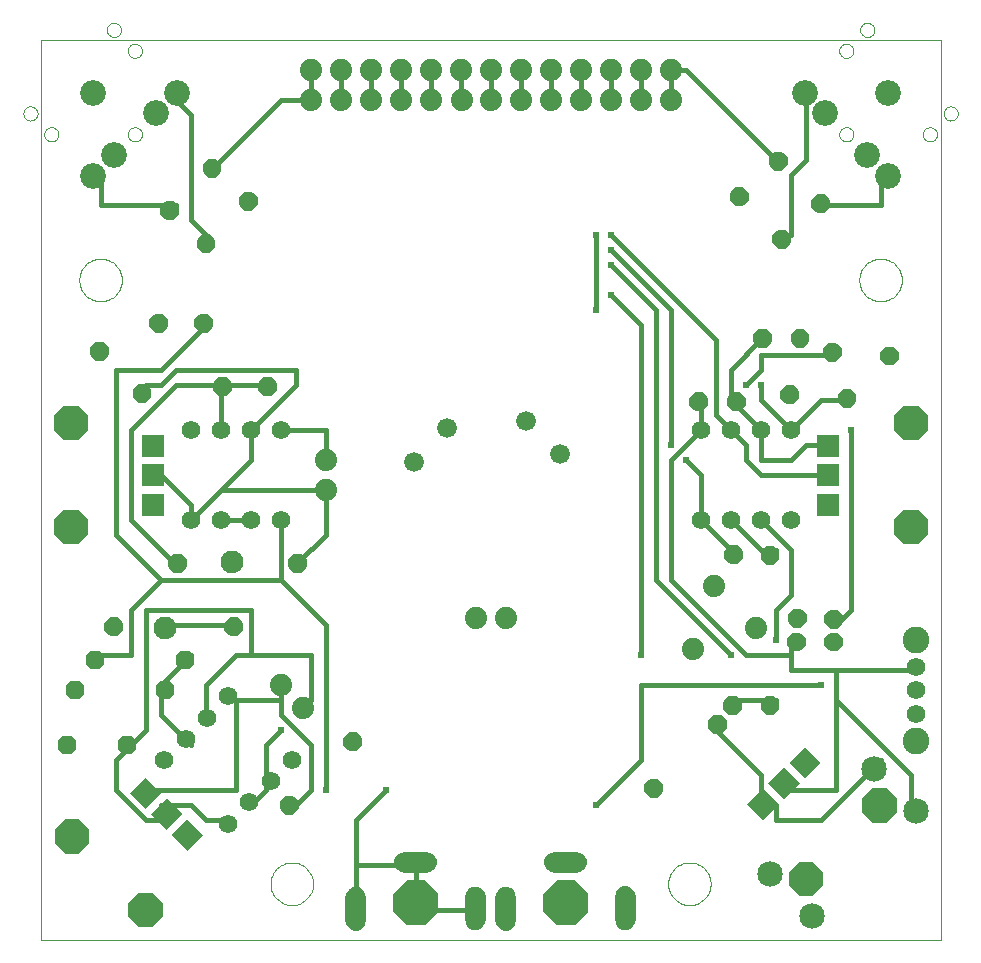
<source format=gtl>
G75*
%MOIN*%
%OFA0B0*%
%FSLAX24Y24*%
%IPPOS*%
%LPD*%
%AMOC8*
5,1,8,0,0,1.08239X$1,22.5*
%
%ADD10C,0.0000*%
%ADD11R,0.0740X0.0740*%
%ADD12OC8,0.1147*%
%ADD13C,0.0124*%
%ADD14C,0.0660*%
%ADD15C,0.0850*%
%ADD16C,0.0740*%
%ADD17C,0.0860*%
%ADD18C,0.0620*%
%ADD19OC8,0.0620*%
%ADD20R,0.0740X0.0740*%
%ADD21C,0.0229*%
%ADD22C,0.0760*%
%ADD23C,0.0615*%
%ADD24C,0.0891*%
%ADD25OC8,0.1500*%
%ADD26C,0.0694*%
%ADD27C,0.0001*%
%ADD28C,0.0180*%
%ADD29C,0.0240*%
D10*
X001898Y001011D02*
X001898Y031011D01*
X031898Y031011D01*
X031898Y001011D01*
X001898Y001011D01*
X009564Y002886D02*
X009566Y002939D01*
X009572Y002992D01*
X009582Y003044D01*
X009595Y003095D01*
X009613Y003145D01*
X009634Y003194D01*
X009659Y003241D01*
X009687Y003285D01*
X009719Y003328D01*
X009753Y003368D01*
X009791Y003406D01*
X009831Y003440D01*
X009874Y003472D01*
X009919Y003500D01*
X009965Y003525D01*
X010014Y003546D01*
X010064Y003564D01*
X010115Y003577D01*
X010167Y003587D01*
X010220Y003593D01*
X010273Y003595D01*
X010326Y003593D01*
X010379Y003587D01*
X010431Y003577D01*
X010482Y003564D01*
X010532Y003546D01*
X010581Y003525D01*
X010628Y003500D01*
X010672Y003472D01*
X010715Y003440D01*
X010755Y003406D01*
X010793Y003368D01*
X010827Y003328D01*
X010859Y003285D01*
X010887Y003240D01*
X010912Y003194D01*
X010933Y003145D01*
X010951Y003095D01*
X010964Y003044D01*
X010974Y002992D01*
X010980Y002939D01*
X010982Y002886D01*
X010980Y002833D01*
X010974Y002780D01*
X010964Y002728D01*
X010951Y002677D01*
X010933Y002627D01*
X010912Y002578D01*
X010887Y002531D01*
X010859Y002487D01*
X010827Y002444D01*
X010793Y002404D01*
X010755Y002366D01*
X010715Y002332D01*
X010672Y002300D01*
X010627Y002272D01*
X010581Y002247D01*
X010532Y002226D01*
X010482Y002208D01*
X010431Y002195D01*
X010379Y002185D01*
X010326Y002179D01*
X010273Y002177D01*
X010220Y002179D01*
X010167Y002185D01*
X010115Y002195D01*
X010064Y002208D01*
X010014Y002226D01*
X009965Y002247D01*
X009918Y002272D01*
X009874Y002300D01*
X009831Y002332D01*
X009791Y002366D01*
X009753Y002404D01*
X009719Y002444D01*
X009687Y002487D01*
X009659Y002532D01*
X009634Y002578D01*
X009613Y002627D01*
X009595Y002677D01*
X009582Y002728D01*
X009572Y002780D01*
X009566Y002833D01*
X009564Y002886D01*
X012096Y002503D02*
X012110Y002567D01*
X012137Y002626D01*
X012174Y002679D01*
X012221Y002724D01*
X012276Y002759D01*
X012336Y002782D01*
X012400Y002794D01*
X012462Y002781D01*
X012520Y002756D01*
X012572Y002720D01*
X012616Y002675D01*
X012651Y002622D01*
X012674Y002564D01*
X012686Y002502D01*
X012685Y002438D01*
X012685Y001651D01*
X012680Y001593D01*
X012663Y001538D01*
X012636Y001487D01*
X012599Y001442D01*
X012554Y001406D01*
X012503Y001378D01*
X012448Y001361D01*
X012390Y001356D01*
X012332Y001361D01*
X012277Y001378D01*
X012226Y001406D01*
X012181Y001442D01*
X012145Y001487D01*
X012117Y001538D01*
X012100Y001593D01*
X012095Y001651D01*
X012095Y002438D01*
X012096Y002503D01*
X013739Y003455D02*
X013712Y003507D01*
X013695Y003562D01*
X013689Y003620D01*
X013695Y003677D01*
X013712Y003733D01*
X013739Y003784D01*
X013776Y003828D01*
X013821Y003865D01*
X013872Y003892D01*
X013927Y003909D01*
X013985Y003915D01*
X014772Y003915D01*
X014830Y003909D01*
X014885Y003892D01*
X014936Y003865D01*
X014981Y003828D01*
X015017Y003784D01*
X015045Y003733D01*
X015062Y003677D01*
X015067Y003620D01*
X015062Y003562D01*
X015045Y003507D01*
X015017Y003455D01*
X014981Y003411D01*
X014936Y003374D01*
X014885Y003347D01*
X014830Y003330D01*
X014772Y003324D01*
X013985Y003324D01*
X013927Y003330D01*
X013872Y003347D01*
X013821Y003374D01*
X013776Y003411D01*
X013739Y003455D01*
X016087Y002580D02*
X016113Y002637D01*
X016149Y002687D01*
X016195Y002729D01*
X016247Y002762D01*
X016305Y002784D01*
X016366Y002794D01*
X016428Y002784D01*
X016486Y002762D01*
X016538Y002729D01*
X016584Y002687D01*
X016620Y002637D01*
X016645Y002580D01*
X016660Y002520D01*
X016662Y002458D01*
X016662Y001671D01*
X016656Y001613D01*
X016639Y001558D01*
X016612Y001507D01*
X016575Y001462D01*
X016530Y001425D01*
X016479Y001398D01*
X016424Y001381D01*
X016366Y001375D01*
X016309Y001381D01*
X016253Y001398D01*
X016202Y001425D01*
X016158Y001462D01*
X016121Y001507D01*
X016094Y001558D01*
X016077Y001613D01*
X016071Y001671D01*
X016071Y002458D01*
X016073Y002520D01*
X016087Y002580D01*
X017095Y002488D02*
X017095Y001651D01*
X017100Y001593D01*
X017117Y001538D01*
X017145Y001487D01*
X017181Y001442D01*
X017226Y001406D01*
X017277Y001378D01*
X017332Y001361D01*
X017390Y001356D01*
X017448Y001361D01*
X017503Y001378D01*
X017554Y001406D01*
X017599Y001442D01*
X017636Y001487D01*
X017663Y001538D01*
X017680Y001593D01*
X017685Y001651D01*
X017685Y002488D01*
X017680Y002546D01*
X017663Y002601D01*
X017636Y002652D01*
X017599Y002697D01*
X017554Y002734D01*
X017503Y002761D01*
X017448Y002778D01*
X017390Y002784D01*
X017332Y002778D01*
X017277Y002761D01*
X017226Y002734D01*
X017181Y002697D01*
X017145Y002652D01*
X017117Y002601D01*
X017100Y002546D01*
X017095Y002488D01*
X018695Y003562D02*
X018689Y003620D01*
X018695Y003677D01*
X018712Y003733D01*
X018739Y003784D01*
X018776Y003828D01*
X018821Y003865D01*
X018872Y003892D01*
X018927Y003909D01*
X018985Y003915D01*
X019772Y003915D01*
X019830Y003909D01*
X019885Y003892D01*
X019936Y003865D01*
X019981Y003828D01*
X020017Y003784D01*
X020045Y003733D01*
X020062Y003677D01*
X020067Y003620D01*
X020062Y003562D01*
X020045Y003507D01*
X020017Y003455D01*
X019981Y003411D01*
X019936Y003374D01*
X019885Y003347D01*
X019830Y003330D01*
X019772Y003324D01*
X018985Y003324D01*
X018927Y003330D01*
X018872Y003347D01*
X018821Y003374D01*
X018776Y003411D01*
X018739Y003455D01*
X018712Y003507D01*
X018695Y003562D01*
X021094Y002621D02*
X021121Y002672D01*
X021158Y002717D01*
X021202Y002754D01*
X021253Y002781D01*
X021309Y002798D01*
X021366Y002803D01*
X021424Y002798D01*
X021479Y002781D01*
X021530Y002754D01*
X021575Y002717D01*
X021612Y002672D01*
X021639Y002621D01*
X021656Y002566D01*
X021662Y002508D01*
X021662Y001671D01*
X021656Y001613D01*
X021639Y001558D01*
X021612Y001507D01*
X021575Y001462D01*
X021530Y001425D01*
X021479Y001398D01*
X021424Y001381D01*
X021366Y001375D01*
X021309Y001381D01*
X021253Y001398D01*
X021202Y001425D01*
X021158Y001462D01*
X021121Y001507D01*
X021094Y001558D01*
X021077Y001613D01*
X021071Y001671D01*
X021071Y002508D01*
X021077Y002566D01*
X021094Y002621D01*
X022814Y002886D02*
X022816Y002939D01*
X022822Y002992D01*
X022832Y003044D01*
X022845Y003095D01*
X022863Y003145D01*
X022884Y003194D01*
X022909Y003241D01*
X022937Y003285D01*
X022969Y003328D01*
X023003Y003368D01*
X023041Y003406D01*
X023081Y003440D01*
X023124Y003472D01*
X023169Y003500D01*
X023215Y003525D01*
X023264Y003546D01*
X023314Y003564D01*
X023365Y003577D01*
X023417Y003587D01*
X023470Y003593D01*
X023523Y003595D01*
X023576Y003593D01*
X023629Y003587D01*
X023681Y003577D01*
X023732Y003564D01*
X023782Y003546D01*
X023831Y003525D01*
X023878Y003500D01*
X023922Y003472D01*
X023965Y003440D01*
X024005Y003406D01*
X024043Y003368D01*
X024077Y003328D01*
X024109Y003285D01*
X024137Y003240D01*
X024162Y003194D01*
X024183Y003145D01*
X024201Y003095D01*
X024214Y003044D01*
X024224Y002992D01*
X024230Y002939D01*
X024232Y002886D01*
X024230Y002833D01*
X024224Y002780D01*
X024214Y002728D01*
X024201Y002677D01*
X024183Y002627D01*
X024162Y002578D01*
X024137Y002531D01*
X024109Y002487D01*
X024077Y002444D01*
X024043Y002404D01*
X024005Y002366D01*
X023965Y002332D01*
X023922Y002300D01*
X023877Y002272D01*
X023831Y002247D01*
X023782Y002226D01*
X023732Y002208D01*
X023681Y002195D01*
X023629Y002185D01*
X023576Y002179D01*
X023523Y002177D01*
X023470Y002179D01*
X023417Y002185D01*
X023365Y002195D01*
X023314Y002208D01*
X023264Y002226D01*
X023215Y002247D01*
X023168Y002272D01*
X023124Y002300D01*
X023081Y002332D01*
X023041Y002366D01*
X023003Y002404D01*
X022969Y002444D01*
X022937Y002487D01*
X022909Y002532D01*
X022884Y002578D01*
X022863Y002627D01*
X022845Y002677D01*
X022832Y002728D01*
X022822Y002780D01*
X022816Y002833D01*
X022814Y002886D01*
X029189Y023011D02*
X029191Y023064D01*
X029197Y023117D01*
X029207Y023169D01*
X029220Y023220D01*
X029238Y023270D01*
X029259Y023319D01*
X029284Y023366D01*
X029312Y023410D01*
X029344Y023453D01*
X029378Y023493D01*
X029416Y023531D01*
X029456Y023565D01*
X029499Y023597D01*
X029544Y023625D01*
X029590Y023650D01*
X029639Y023671D01*
X029689Y023689D01*
X029740Y023702D01*
X029792Y023712D01*
X029845Y023718D01*
X029898Y023720D01*
X029951Y023718D01*
X030004Y023712D01*
X030056Y023702D01*
X030107Y023689D01*
X030157Y023671D01*
X030206Y023650D01*
X030253Y023625D01*
X030297Y023597D01*
X030340Y023565D01*
X030380Y023531D01*
X030418Y023493D01*
X030452Y023453D01*
X030484Y023410D01*
X030512Y023365D01*
X030537Y023319D01*
X030558Y023270D01*
X030576Y023220D01*
X030589Y023169D01*
X030599Y023117D01*
X030605Y023064D01*
X030607Y023011D01*
X030605Y022958D01*
X030599Y022905D01*
X030589Y022853D01*
X030576Y022802D01*
X030558Y022752D01*
X030537Y022703D01*
X030512Y022656D01*
X030484Y022612D01*
X030452Y022569D01*
X030418Y022529D01*
X030380Y022491D01*
X030340Y022457D01*
X030297Y022425D01*
X030252Y022397D01*
X030206Y022372D01*
X030157Y022351D01*
X030107Y022333D01*
X030056Y022320D01*
X030004Y022310D01*
X029951Y022304D01*
X029898Y022302D01*
X029845Y022304D01*
X029792Y022310D01*
X029740Y022320D01*
X029689Y022333D01*
X029639Y022351D01*
X029590Y022372D01*
X029543Y022397D01*
X029499Y022425D01*
X029456Y022457D01*
X029416Y022491D01*
X029378Y022529D01*
X029344Y022569D01*
X029312Y022612D01*
X029284Y022657D01*
X029259Y022703D01*
X029238Y022752D01*
X029220Y022802D01*
X029207Y022853D01*
X029197Y022905D01*
X029191Y022958D01*
X029189Y023011D01*
X028520Y027869D02*
X028522Y027899D01*
X028528Y027929D01*
X028537Y027958D01*
X028550Y027985D01*
X028567Y028010D01*
X028586Y028033D01*
X028609Y028054D01*
X028634Y028071D01*
X028660Y028085D01*
X028689Y028095D01*
X028718Y028102D01*
X028748Y028105D01*
X028779Y028104D01*
X028809Y028099D01*
X028838Y028090D01*
X028865Y028078D01*
X028891Y028063D01*
X028915Y028044D01*
X028936Y028022D01*
X028954Y027998D01*
X028969Y027971D01*
X028980Y027943D01*
X028988Y027914D01*
X028992Y027884D01*
X028992Y027854D01*
X028988Y027824D01*
X028980Y027795D01*
X028969Y027767D01*
X028954Y027740D01*
X028936Y027716D01*
X028915Y027694D01*
X028891Y027675D01*
X028865Y027660D01*
X028838Y027648D01*
X028809Y027639D01*
X028779Y027634D01*
X028748Y027633D01*
X028718Y027636D01*
X028689Y027643D01*
X028660Y027653D01*
X028634Y027667D01*
X028609Y027684D01*
X028586Y027705D01*
X028567Y027728D01*
X028550Y027753D01*
X028537Y027780D01*
X028528Y027809D01*
X028522Y027839D01*
X028520Y027869D01*
X031304Y027869D02*
X031306Y027899D01*
X031312Y027929D01*
X031321Y027958D01*
X031334Y027985D01*
X031351Y028010D01*
X031370Y028033D01*
X031393Y028054D01*
X031418Y028071D01*
X031444Y028085D01*
X031473Y028095D01*
X031502Y028102D01*
X031532Y028105D01*
X031563Y028104D01*
X031593Y028099D01*
X031622Y028090D01*
X031649Y028078D01*
X031675Y028063D01*
X031699Y028044D01*
X031720Y028022D01*
X031738Y027998D01*
X031753Y027971D01*
X031764Y027943D01*
X031772Y027914D01*
X031776Y027884D01*
X031776Y027854D01*
X031772Y027824D01*
X031764Y027795D01*
X031753Y027767D01*
X031738Y027740D01*
X031720Y027716D01*
X031699Y027694D01*
X031675Y027675D01*
X031649Y027660D01*
X031622Y027648D01*
X031593Y027639D01*
X031563Y027634D01*
X031532Y027633D01*
X031502Y027636D01*
X031473Y027643D01*
X031444Y027653D01*
X031418Y027667D01*
X031393Y027684D01*
X031370Y027705D01*
X031351Y027728D01*
X031334Y027753D01*
X031321Y027780D01*
X031312Y027809D01*
X031306Y027839D01*
X031304Y027869D01*
X032000Y028565D02*
X032002Y028595D01*
X032008Y028625D01*
X032017Y028654D01*
X032030Y028681D01*
X032047Y028706D01*
X032066Y028729D01*
X032089Y028750D01*
X032114Y028767D01*
X032140Y028781D01*
X032169Y028791D01*
X032198Y028798D01*
X032228Y028801D01*
X032259Y028800D01*
X032289Y028795D01*
X032318Y028786D01*
X032345Y028774D01*
X032371Y028759D01*
X032395Y028740D01*
X032416Y028718D01*
X032434Y028694D01*
X032449Y028667D01*
X032460Y028639D01*
X032468Y028610D01*
X032472Y028580D01*
X032472Y028550D01*
X032468Y028520D01*
X032460Y028491D01*
X032449Y028463D01*
X032434Y028436D01*
X032416Y028412D01*
X032395Y028390D01*
X032371Y028371D01*
X032345Y028356D01*
X032318Y028344D01*
X032289Y028335D01*
X032259Y028330D01*
X032228Y028329D01*
X032198Y028332D01*
X032169Y028339D01*
X032140Y028349D01*
X032114Y028363D01*
X032089Y028380D01*
X032066Y028401D01*
X032047Y028424D01*
X032030Y028449D01*
X032017Y028476D01*
X032008Y028505D01*
X032002Y028535D01*
X032000Y028565D01*
X028520Y030653D02*
X028522Y030683D01*
X028528Y030713D01*
X028537Y030742D01*
X028550Y030769D01*
X028567Y030794D01*
X028586Y030817D01*
X028609Y030838D01*
X028634Y030855D01*
X028660Y030869D01*
X028689Y030879D01*
X028718Y030886D01*
X028748Y030889D01*
X028779Y030888D01*
X028809Y030883D01*
X028838Y030874D01*
X028865Y030862D01*
X028891Y030847D01*
X028915Y030828D01*
X028936Y030806D01*
X028954Y030782D01*
X028969Y030755D01*
X028980Y030727D01*
X028988Y030698D01*
X028992Y030668D01*
X028992Y030638D01*
X028988Y030608D01*
X028980Y030579D01*
X028969Y030551D01*
X028954Y030524D01*
X028936Y030500D01*
X028915Y030478D01*
X028891Y030459D01*
X028865Y030444D01*
X028838Y030432D01*
X028809Y030423D01*
X028779Y030418D01*
X028748Y030417D01*
X028718Y030420D01*
X028689Y030427D01*
X028660Y030437D01*
X028634Y030451D01*
X028609Y030468D01*
X028586Y030489D01*
X028567Y030512D01*
X028550Y030537D01*
X028537Y030564D01*
X028528Y030593D01*
X028522Y030623D01*
X028520Y030653D01*
X029216Y031349D02*
X029218Y031379D01*
X029224Y031409D01*
X029233Y031438D01*
X029246Y031465D01*
X029263Y031490D01*
X029282Y031513D01*
X029305Y031534D01*
X029330Y031551D01*
X029356Y031565D01*
X029385Y031575D01*
X029414Y031582D01*
X029444Y031585D01*
X029475Y031584D01*
X029505Y031579D01*
X029534Y031570D01*
X029561Y031558D01*
X029587Y031543D01*
X029611Y031524D01*
X029632Y031502D01*
X029650Y031478D01*
X029665Y031451D01*
X029676Y031423D01*
X029684Y031394D01*
X029688Y031364D01*
X029688Y031334D01*
X029684Y031304D01*
X029676Y031275D01*
X029665Y031247D01*
X029650Y031220D01*
X029632Y031196D01*
X029611Y031174D01*
X029587Y031155D01*
X029561Y031140D01*
X029534Y031128D01*
X029505Y031119D01*
X029475Y031114D01*
X029444Y031113D01*
X029414Y031116D01*
X029385Y031123D01*
X029356Y031133D01*
X029330Y031147D01*
X029305Y031164D01*
X029282Y031185D01*
X029263Y031208D01*
X029246Y031233D01*
X029233Y031260D01*
X029224Y031289D01*
X029218Y031319D01*
X029216Y031349D01*
X004804Y030653D02*
X004806Y030683D01*
X004812Y030713D01*
X004821Y030742D01*
X004834Y030769D01*
X004851Y030794D01*
X004870Y030817D01*
X004893Y030838D01*
X004918Y030855D01*
X004944Y030869D01*
X004973Y030879D01*
X005002Y030886D01*
X005032Y030889D01*
X005063Y030888D01*
X005093Y030883D01*
X005122Y030874D01*
X005149Y030862D01*
X005175Y030847D01*
X005199Y030828D01*
X005220Y030806D01*
X005238Y030782D01*
X005253Y030755D01*
X005264Y030727D01*
X005272Y030698D01*
X005276Y030668D01*
X005276Y030638D01*
X005272Y030608D01*
X005264Y030579D01*
X005253Y030551D01*
X005238Y030524D01*
X005220Y030500D01*
X005199Y030478D01*
X005175Y030459D01*
X005149Y030444D01*
X005122Y030432D01*
X005093Y030423D01*
X005063Y030418D01*
X005032Y030417D01*
X005002Y030420D01*
X004973Y030427D01*
X004944Y030437D01*
X004918Y030451D01*
X004893Y030468D01*
X004870Y030489D01*
X004851Y030512D01*
X004834Y030537D01*
X004821Y030564D01*
X004812Y030593D01*
X004806Y030623D01*
X004804Y030653D01*
X004108Y031349D02*
X004110Y031379D01*
X004116Y031409D01*
X004125Y031438D01*
X004138Y031465D01*
X004155Y031490D01*
X004174Y031513D01*
X004197Y031534D01*
X004222Y031551D01*
X004248Y031565D01*
X004277Y031575D01*
X004306Y031582D01*
X004336Y031585D01*
X004367Y031584D01*
X004397Y031579D01*
X004426Y031570D01*
X004453Y031558D01*
X004479Y031543D01*
X004503Y031524D01*
X004524Y031502D01*
X004542Y031478D01*
X004557Y031451D01*
X004568Y031423D01*
X004576Y031394D01*
X004580Y031364D01*
X004580Y031334D01*
X004576Y031304D01*
X004568Y031275D01*
X004557Y031247D01*
X004542Y031220D01*
X004524Y031196D01*
X004503Y031174D01*
X004479Y031155D01*
X004453Y031140D01*
X004426Y031128D01*
X004397Y031119D01*
X004367Y031114D01*
X004336Y031113D01*
X004306Y031116D01*
X004277Y031123D01*
X004248Y031133D01*
X004222Y031147D01*
X004197Y031164D01*
X004174Y031185D01*
X004155Y031208D01*
X004138Y031233D01*
X004125Y031260D01*
X004116Y031289D01*
X004110Y031319D01*
X004108Y031349D01*
X001324Y028565D02*
X001326Y028595D01*
X001332Y028625D01*
X001341Y028654D01*
X001354Y028681D01*
X001371Y028706D01*
X001390Y028729D01*
X001413Y028750D01*
X001438Y028767D01*
X001464Y028781D01*
X001493Y028791D01*
X001522Y028798D01*
X001552Y028801D01*
X001583Y028800D01*
X001613Y028795D01*
X001642Y028786D01*
X001669Y028774D01*
X001695Y028759D01*
X001719Y028740D01*
X001740Y028718D01*
X001758Y028694D01*
X001773Y028667D01*
X001784Y028639D01*
X001792Y028610D01*
X001796Y028580D01*
X001796Y028550D01*
X001792Y028520D01*
X001784Y028491D01*
X001773Y028463D01*
X001758Y028436D01*
X001740Y028412D01*
X001719Y028390D01*
X001695Y028371D01*
X001669Y028356D01*
X001642Y028344D01*
X001613Y028335D01*
X001583Y028330D01*
X001552Y028329D01*
X001522Y028332D01*
X001493Y028339D01*
X001464Y028349D01*
X001438Y028363D01*
X001413Y028380D01*
X001390Y028401D01*
X001371Y028424D01*
X001354Y028449D01*
X001341Y028476D01*
X001332Y028505D01*
X001326Y028535D01*
X001324Y028565D01*
X002020Y027869D02*
X002022Y027899D01*
X002028Y027929D01*
X002037Y027958D01*
X002050Y027985D01*
X002067Y028010D01*
X002086Y028033D01*
X002109Y028054D01*
X002134Y028071D01*
X002160Y028085D01*
X002189Y028095D01*
X002218Y028102D01*
X002248Y028105D01*
X002279Y028104D01*
X002309Y028099D01*
X002338Y028090D01*
X002365Y028078D01*
X002391Y028063D01*
X002415Y028044D01*
X002436Y028022D01*
X002454Y027998D01*
X002469Y027971D01*
X002480Y027943D01*
X002488Y027914D01*
X002492Y027884D01*
X002492Y027854D01*
X002488Y027824D01*
X002480Y027795D01*
X002469Y027767D01*
X002454Y027740D01*
X002436Y027716D01*
X002415Y027694D01*
X002391Y027675D01*
X002365Y027660D01*
X002338Y027648D01*
X002309Y027639D01*
X002279Y027634D01*
X002248Y027633D01*
X002218Y027636D01*
X002189Y027643D01*
X002160Y027653D01*
X002134Y027667D01*
X002109Y027684D01*
X002086Y027705D01*
X002067Y027728D01*
X002050Y027753D01*
X002037Y027780D01*
X002028Y027809D01*
X002022Y027839D01*
X002020Y027869D01*
X004804Y027869D02*
X004806Y027899D01*
X004812Y027929D01*
X004821Y027958D01*
X004834Y027985D01*
X004851Y028010D01*
X004870Y028033D01*
X004893Y028054D01*
X004918Y028071D01*
X004944Y028085D01*
X004973Y028095D01*
X005002Y028102D01*
X005032Y028105D01*
X005063Y028104D01*
X005093Y028099D01*
X005122Y028090D01*
X005149Y028078D01*
X005175Y028063D01*
X005199Y028044D01*
X005220Y028022D01*
X005238Y027998D01*
X005253Y027971D01*
X005264Y027943D01*
X005272Y027914D01*
X005276Y027884D01*
X005276Y027854D01*
X005272Y027824D01*
X005264Y027795D01*
X005253Y027767D01*
X005238Y027740D01*
X005220Y027716D01*
X005199Y027694D01*
X005175Y027675D01*
X005149Y027660D01*
X005122Y027648D01*
X005093Y027639D01*
X005063Y027634D01*
X005032Y027633D01*
X005002Y027636D01*
X004973Y027643D01*
X004944Y027653D01*
X004918Y027667D01*
X004893Y027684D01*
X004870Y027705D01*
X004851Y027728D01*
X004834Y027753D01*
X004821Y027780D01*
X004812Y027809D01*
X004806Y027839D01*
X004804Y027869D01*
X003189Y023011D02*
X003191Y023064D01*
X003197Y023117D01*
X003207Y023169D01*
X003220Y023220D01*
X003238Y023270D01*
X003259Y023319D01*
X003284Y023366D01*
X003312Y023410D01*
X003344Y023453D01*
X003378Y023493D01*
X003416Y023531D01*
X003456Y023565D01*
X003499Y023597D01*
X003544Y023625D01*
X003590Y023650D01*
X003639Y023671D01*
X003689Y023689D01*
X003740Y023702D01*
X003792Y023712D01*
X003845Y023718D01*
X003898Y023720D01*
X003951Y023718D01*
X004004Y023712D01*
X004056Y023702D01*
X004107Y023689D01*
X004157Y023671D01*
X004206Y023650D01*
X004253Y023625D01*
X004297Y023597D01*
X004340Y023565D01*
X004380Y023531D01*
X004418Y023493D01*
X004452Y023453D01*
X004484Y023410D01*
X004512Y023365D01*
X004537Y023319D01*
X004558Y023270D01*
X004576Y023220D01*
X004589Y023169D01*
X004599Y023117D01*
X004605Y023064D01*
X004607Y023011D01*
X004605Y022958D01*
X004599Y022905D01*
X004589Y022853D01*
X004576Y022802D01*
X004558Y022752D01*
X004537Y022703D01*
X004512Y022656D01*
X004484Y022612D01*
X004452Y022569D01*
X004418Y022529D01*
X004380Y022491D01*
X004340Y022457D01*
X004297Y022425D01*
X004252Y022397D01*
X004206Y022372D01*
X004157Y022351D01*
X004107Y022333D01*
X004056Y022320D01*
X004004Y022310D01*
X003951Y022304D01*
X003898Y022302D01*
X003845Y022304D01*
X003792Y022310D01*
X003740Y022320D01*
X003689Y022333D01*
X003639Y022351D01*
X003590Y022372D01*
X003543Y022397D01*
X003499Y022425D01*
X003456Y022457D01*
X003416Y022491D01*
X003378Y022529D01*
X003344Y022569D01*
X003312Y022612D01*
X003284Y022657D01*
X003259Y022703D01*
X003238Y022752D01*
X003220Y022802D01*
X003207Y022853D01*
X003197Y022905D01*
X003191Y022958D01*
X003189Y023011D01*
D11*
X005654Y017496D03*
X005654Y016511D03*
X005654Y015527D03*
X028142Y015527D03*
X028142Y016511D03*
X028142Y017496D03*
D12*
X030898Y018244D03*
X030898Y014779D03*
X002898Y014779D03*
X002898Y018244D03*
D13*
X005235Y019413D02*
X005173Y019475D01*
X005379Y019475D01*
X005523Y019331D01*
X005523Y019125D01*
X005379Y018981D01*
X005173Y018981D01*
X005029Y019125D01*
X005029Y019331D01*
X005173Y019475D01*
X005212Y019382D01*
X005340Y019382D01*
X005430Y019292D01*
X005430Y019164D01*
X005340Y019074D01*
X005212Y019074D01*
X005122Y019164D01*
X005122Y019292D01*
X005212Y019382D01*
X005250Y019289D01*
X005302Y019289D01*
X005337Y019254D01*
X005337Y019202D01*
X005302Y019167D01*
X005250Y019167D01*
X005215Y019202D01*
X005215Y019254D01*
X005250Y019289D01*
X003821Y020827D02*
X003759Y020889D01*
X003965Y020889D01*
X004109Y020745D01*
X004109Y020539D01*
X003965Y020395D01*
X003759Y020395D01*
X003615Y020539D01*
X003615Y020745D01*
X003759Y020889D01*
X003798Y020796D01*
X003926Y020796D01*
X004016Y020706D01*
X004016Y020578D01*
X003926Y020488D01*
X003798Y020488D01*
X003708Y020578D01*
X003708Y020706D01*
X003798Y020796D01*
X003836Y020703D01*
X003888Y020703D01*
X003923Y020668D01*
X003923Y020616D01*
X003888Y020581D01*
X003836Y020581D01*
X003801Y020616D01*
X003801Y020668D01*
X003836Y020703D01*
X005796Y021757D02*
X005734Y021819D01*
X005940Y021819D01*
X006084Y021675D01*
X006084Y021469D01*
X005940Y021325D01*
X005734Y021325D01*
X005590Y021469D01*
X005590Y021675D01*
X005734Y021819D01*
X005773Y021726D01*
X005901Y021726D01*
X005991Y021636D01*
X005991Y021508D01*
X005901Y021418D01*
X005773Y021418D01*
X005683Y021508D01*
X005683Y021636D01*
X005773Y021726D01*
X005811Y021633D01*
X005863Y021633D01*
X005898Y021598D01*
X005898Y021546D01*
X005863Y021511D01*
X005811Y021511D01*
X005776Y021546D01*
X005776Y021598D01*
X005811Y021633D01*
X007378Y021387D02*
X007440Y021325D01*
X007234Y021325D01*
X007090Y021469D01*
X007090Y021675D01*
X007234Y021819D01*
X007440Y021819D01*
X007584Y021675D01*
X007584Y021469D01*
X007440Y021325D01*
X007401Y021418D01*
X007273Y021418D01*
X007183Y021508D01*
X007183Y021636D01*
X007273Y021726D01*
X007401Y021726D01*
X007491Y021636D01*
X007491Y021508D01*
X007401Y021418D01*
X007363Y021511D01*
X007311Y021511D01*
X007276Y021546D01*
X007276Y021598D01*
X007311Y021633D01*
X007363Y021633D01*
X007398Y021598D01*
X007398Y021546D01*
X007363Y021511D01*
X007918Y019636D02*
X007856Y019698D01*
X008062Y019698D01*
X008206Y019554D01*
X008206Y019348D01*
X008062Y019204D01*
X007856Y019204D01*
X007712Y019348D01*
X007712Y019554D01*
X007856Y019698D01*
X007895Y019605D01*
X008023Y019605D01*
X008113Y019515D01*
X008113Y019387D01*
X008023Y019297D01*
X007895Y019297D01*
X007805Y019387D01*
X007805Y019515D01*
X007895Y019605D01*
X007933Y019512D01*
X007985Y019512D01*
X008020Y019477D01*
X008020Y019425D01*
X007985Y019390D01*
X007933Y019390D01*
X007898Y019425D01*
X007898Y019477D01*
X007933Y019512D01*
X009500Y019266D02*
X009562Y019204D01*
X009356Y019204D01*
X009212Y019348D01*
X009212Y019554D01*
X009356Y019698D01*
X009562Y019698D01*
X009706Y019554D01*
X009706Y019348D01*
X009562Y019204D01*
X009523Y019297D01*
X009395Y019297D01*
X009305Y019387D01*
X009305Y019515D01*
X009395Y019605D01*
X009523Y019605D01*
X009613Y019515D01*
X009613Y019387D01*
X009523Y019297D01*
X009485Y019390D01*
X009433Y019390D01*
X009398Y019425D01*
X009398Y019477D01*
X009433Y019512D01*
X009485Y019512D01*
X009520Y019477D01*
X009520Y019425D01*
X009485Y019390D01*
X007226Y024181D02*
X007164Y024119D01*
X007164Y024325D01*
X007308Y024469D01*
X007514Y024469D01*
X007658Y024325D01*
X007658Y024119D01*
X007514Y023975D01*
X007308Y023975D01*
X007164Y024119D01*
X007257Y024158D01*
X007257Y024286D01*
X007347Y024376D01*
X007475Y024376D01*
X007565Y024286D01*
X007565Y024158D01*
X007475Y024068D01*
X007347Y024068D01*
X007257Y024158D01*
X007350Y024196D01*
X007350Y024248D01*
X007385Y024283D01*
X007437Y024283D01*
X007472Y024248D01*
X007472Y024196D01*
X007437Y024161D01*
X007385Y024161D01*
X007350Y024196D01*
X006015Y025288D02*
X005953Y025226D01*
X005953Y025432D01*
X006097Y025576D01*
X006303Y025576D01*
X006447Y025432D01*
X006447Y025226D01*
X006303Y025082D01*
X006097Y025082D01*
X005953Y025226D01*
X006046Y025265D01*
X006046Y025393D01*
X006136Y025483D01*
X006264Y025483D01*
X006354Y025393D01*
X006354Y025265D01*
X006264Y025175D01*
X006136Y025175D01*
X006046Y025265D01*
X006139Y025303D01*
X006139Y025355D01*
X006174Y025390D01*
X006226Y025390D01*
X006261Y025355D01*
X006261Y025303D01*
X006226Y025268D01*
X006174Y025268D01*
X006139Y025303D01*
X007429Y026702D02*
X007367Y026640D01*
X007367Y026846D01*
X007511Y026990D01*
X007717Y026990D01*
X007861Y026846D01*
X007861Y026640D01*
X007717Y026496D01*
X007511Y026496D01*
X007367Y026640D01*
X007460Y026679D01*
X007460Y026807D01*
X007550Y026897D01*
X007678Y026897D01*
X007768Y026807D01*
X007768Y026679D01*
X007678Y026589D01*
X007550Y026589D01*
X007460Y026679D01*
X007553Y026717D01*
X007553Y026769D01*
X007588Y026804D01*
X007640Y026804D01*
X007675Y026769D01*
X007675Y026717D01*
X007640Y026682D01*
X007588Y026682D01*
X007553Y026717D01*
X008640Y025595D02*
X008578Y025533D01*
X008578Y025739D01*
X008722Y025883D01*
X008928Y025883D01*
X009072Y025739D01*
X009072Y025533D01*
X008928Y025389D01*
X008722Y025389D01*
X008578Y025533D01*
X008671Y025572D01*
X008671Y025700D01*
X008761Y025790D01*
X008889Y025790D01*
X008979Y025700D01*
X008979Y025572D01*
X008889Y025482D01*
X008761Y025482D01*
X008671Y025572D01*
X008764Y025610D01*
X008764Y025662D01*
X008799Y025697D01*
X008851Y025697D01*
X008886Y025662D01*
X008886Y025610D01*
X008851Y025575D01*
X008799Y025575D01*
X008764Y025610D01*
X024022Y018992D02*
X024084Y019054D01*
X024084Y018848D01*
X023940Y018704D01*
X023734Y018704D01*
X023590Y018848D01*
X023590Y019054D01*
X023734Y019198D01*
X023940Y019198D01*
X024084Y019054D01*
X023991Y019015D01*
X023991Y018887D01*
X023901Y018797D01*
X023773Y018797D01*
X023683Y018887D01*
X023683Y019015D01*
X023773Y019105D01*
X023901Y019105D01*
X023991Y019015D01*
X023898Y018977D01*
X023898Y018925D01*
X023863Y018890D01*
X023811Y018890D01*
X023776Y018925D01*
X023776Y018977D01*
X023811Y019012D01*
X023863Y019012D01*
X023898Y018977D01*
X025272Y018992D02*
X025334Y019054D01*
X025334Y018848D01*
X025190Y018704D01*
X024984Y018704D01*
X024840Y018848D01*
X024840Y019054D01*
X024984Y019198D01*
X025190Y019198D01*
X025334Y019054D01*
X025241Y019015D01*
X025241Y018887D01*
X025151Y018797D01*
X025023Y018797D01*
X024933Y018887D01*
X024933Y019015D01*
X025023Y019105D01*
X025151Y019105D01*
X025241Y019015D01*
X025148Y018977D01*
X025148Y018925D01*
X025113Y018890D01*
X025061Y018890D01*
X025026Y018925D01*
X025026Y018977D01*
X025061Y019012D01*
X025113Y019012D01*
X025148Y018977D01*
X027057Y019227D02*
X027119Y019289D01*
X027119Y019083D01*
X026975Y018939D01*
X026769Y018939D01*
X026625Y019083D01*
X026625Y019289D01*
X026769Y019433D01*
X026975Y019433D01*
X027119Y019289D01*
X027026Y019250D01*
X027026Y019122D01*
X026936Y019032D01*
X026808Y019032D01*
X026718Y019122D01*
X026718Y019250D01*
X026808Y019340D01*
X026936Y019340D01*
X027026Y019250D01*
X026933Y019212D01*
X026933Y019160D01*
X026898Y019125D01*
X026846Y019125D01*
X026811Y019160D01*
X026811Y019212D01*
X026846Y019247D01*
X026898Y019247D01*
X026933Y019212D01*
X028965Y019109D02*
X029027Y019171D01*
X029027Y018965D01*
X028883Y018821D01*
X028677Y018821D01*
X028533Y018965D01*
X028533Y019171D01*
X028677Y019315D01*
X028883Y019315D01*
X029027Y019171D01*
X028934Y019132D01*
X028934Y019004D01*
X028844Y018914D01*
X028716Y018914D01*
X028626Y019004D01*
X028626Y019132D01*
X028716Y019222D01*
X028844Y019222D01*
X028934Y019132D01*
X028841Y019094D01*
X028841Y019042D01*
X028806Y019007D01*
X028754Y019007D01*
X028719Y019042D01*
X028719Y019094D01*
X028754Y019129D01*
X028806Y019129D01*
X028841Y019094D01*
X028471Y020641D02*
X028533Y020703D01*
X028533Y020497D01*
X028389Y020353D01*
X028183Y020353D01*
X028039Y020497D01*
X028039Y020703D01*
X028183Y020847D01*
X028389Y020847D01*
X028533Y020703D01*
X028440Y020664D01*
X028440Y020536D01*
X028350Y020446D01*
X028222Y020446D01*
X028132Y020536D01*
X028132Y020664D01*
X028222Y020754D01*
X028350Y020754D01*
X028440Y020664D01*
X028347Y020626D01*
X028347Y020574D01*
X028312Y020539D01*
X028260Y020539D01*
X028225Y020574D01*
X028225Y020626D01*
X028260Y020661D01*
X028312Y020661D01*
X028347Y020626D01*
X027394Y021113D02*
X027456Y021175D01*
X027456Y020969D01*
X027312Y020825D01*
X027106Y020825D01*
X026962Y020969D01*
X026962Y021175D01*
X027106Y021319D01*
X027312Y021319D01*
X027456Y021175D01*
X027363Y021136D01*
X027363Y021008D01*
X027273Y020918D01*
X027145Y020918D01*
X027055Y021008D01*
X027055Y021136D01*
X027145Y021226D01*
X027273Y021226D01*
X027363Y021136D01*
X027270Y021098D01*
X027270Y021046D01*
X027235Y021011D01*
X027183Y021011D01*
X027148Y021046D01*
X027148Y021098D01*
X027183Y021133D01*
X027235Y021133D01*
X027270Y021098D01*
X026144Y021113D02*
X026206Y021175D01*
X026206Y020969D01*
X026062Y020825D01*
X025856Y020825D01*
X025712Y020969D01*
X025712Y021175D01*
X025856Y021319D01*
X026062Y021319D01*
X026206Y021175D01*
X026113Y021136D01*
X026113Y021008D01*
X026023Y020918D01*
X025895Y020918D01*
X025805Y021008D01*
X025805Y021136D01*
X025895Y021226D01*
X026023Y021226D01*
X026113Y021136D01*
X026020Y021098D01*
X026020Y021046D01*
X025985Y021011D01*
X025933Y021011D01*
X025898Y021046D01*
X025898Y021098D01*
X025933Y021133D01*
X025985Y021133D01*
X026020Y021098D01*
X030379Y020523D02*
X030441Y020585D01*
X030441Y020379D01*
X030297Y020235D01*
X030091Y020235D01*
X029947Y020379D01*
X029947Y020585D01*
X030091Y020729D01*
X030297Y020729D01*
X030441Y020585D01*
X030348Y020546D01*
X030348Y020418D01*
X030258Y020328D01*
X030130Y020328D01*
X030040Y020418D01*
X030040Y020546D01*
X030130Y020636D01*
X030258Y020636D01*
X030348Y020546D01*
X030255Y020508D01*
X030255Y020456D01*
X030220Y020421D01*
X030168Y020421D01*
X030133Y020456D01*
X030133Y020508D01*
X030168Y020543D01*
X030220Y020543D01*
X030255Y020508D01*
X026646Y024186D02*
X026708Y024124D01*
X026502Y024124D01*
X026358Y024268D01*
X026358Y024474D01*
X026502Y024618D01*
X026708Y024618D01*
X026852Y024474D01*
X026852Y024268D01*
X026708Y024124D01*
X026669Y024217D01*
X026541Y024217D01*
X026451Y024307D01*
X026451Y024435D01*
X026541Y024525D01*
X026669Y024525D01*
X026759Y024435D01*
X026759Y024307D01*
X026669Y024217D01*
X026631Y024310D01*
X026579Y024310D01*
X026544Y024345D01*
X026544Y024397D01*
X026579Y024432D01*
X026631Y024432D01*
X026666Y024397D01*
X026666Y024345D01*
X026631Y024310D01*
X027946Y025369D02*
X028008Y025307D01*
X027802Y025307D01*
X027658Y025451D01*
X027658Y025657D01*
X027802Y025801D01*
X028008Y025801D01*
X028152Y025657D01*
X028152Y025451D01*
X028008Y025307D01*
X027969Y025400D01*
X027841Y025400D01*
X027751Y025490D01*
X027751Y025618D01*
X027841Y025708D01*
X027969Y025708D01*
X028059Y025618D01*
X028059Y025490D01*
X027969Y025400D01*
X027931Y025493D01*
X027879Y025493D01*
X027844Y025528D01*
X027844Y025580D01*
X027879Y025615D01*
X027931Y025615D01*
X027966Y025580D01*
X027966Y025528D01*
X027931Y025493D01*
X026531Y026783D02*
X026593Y026721D01*
X026387Y026721D01*
X026243Y026865D01*
X026243Y027071D01*
X026387Y027215D01*
X026593Y027215D01*
X026737Y027071D01*
X026737Y026865D01*
X026593Y026721D01*
X026554Y026814D01*
X026426Y026814D01*
X026336Y026904D01*
X026336Y027032D01*
X026426Y027122D01*
X026554Y027122D01*
X026644Y027032D01*
X026644Y026904D01*
X026554Y026814D01*
X026516Y026907D01*
X026464Y026907D01*
X026429Y026942D01*
X026429Y026994D01*
X026464Y027029D01*
X026516Y027029D01*
X026551Y026994D01*
X026551Y026942D01*
X026516Y026907D01*
X025232Y025600D02*
X025294Y025538D01*
X025088Y025538D01*
X024944Y025682D01*
X024944Y025888D01*
X025088Y026032D01*
X025294Y026032D01*
X025438Y025888D01*
X025438Y025682D01*
X025294Y025538D01*
X025255Y025631D01*
X025127Y025631D01*
X025037Y025721D01*
X025037Y025849D01*
X025127Y025939D01*
X025255Y025939D01*
X025345Y025849D01*
X025345Y025721D01*
X025255Y025631D01*
X025217Y025724D01*
X025165Y025724D01*
X025130Y025759D01*
X025130Y025811D01*
X025165Y025846D01*
X025217Y025846D01*
X025252Y025811D01*
X025252Y025759D01*
X025217Y025724D01*
X024958Y014044D02*
X024896Y014106D01*
X025102Y014106D01*
X025246Y013962D01*
X025246Y013756D01*
X025102Y013612D01*
X024896Y013612D01*
X024752Y013756D01*
X024752Y013962D01*
X024896Y014106D01*
X024935Y014013D01*
X025063Y014013D01*
X025153Y013923D01*
X025153Y013795D01*
X025063Y013705D01*
X024935Y013705D01*
X024845Y013795D01*
X024845Y013923D01*
X024935Y014013D01*
X024973Y013920D01*
X025025Y013920D01*
X025060Y013885D01*
X025060Y013833D01*
X025025Y013798D01*
X024973Y013798D01*
X024938Y013833D01*
X024938Y013885D01*
X024973Y013920D01*
X026171Y014007D02*
X026109Y014069D01*
X026315Y014069D01*
X026459Y013925D01*
X026459Y013719D01*
X026315Y013575D01*
X026109Y013575D01*
X025965Y013719D01*
X025965Y013925D01*
X026109Y014069D01*
X026148Y013976D01*
X026276Y013976D01*
X026366Y013886D01*
X026366Y013758D01*
X026276Y013668D01*
X026148Y013668D01*
X026058Y013758D01*
X026058Y013886D01*
X026148Y013976D01*
X026186Y013883D01*
X026238Y013883D01*
X026273Y013848D01*
X026273Y013796D01*
X026238Y013761D01*
X026186Y013761D01*
X026151Y013796D01*
X026151Y013848D01*
X026186Y013883D01*
X027079Y011922D02*
X027017Y011984D01*
X027223Y011984D01*
X027367Y011840D01*
X027367Y011634D01*
X027223Y011490D01*
X027017Y011490D01*
X026873Y011634D01*
X026873Y011840D01*
X027017Y011984D01*
X027056Y011891D01*
X027184Y011891D01*
X027274Y011801D01*
X027274Y011673D01*
X027184Y011583D01*
X027056Y011583D01*
X026966Y011673D01*
X026966Y011801D01*
X027056Y011891D01*
X027094Y011798D01*
X027146Y011798D01*
X027181Y011763D01*
X027181Y011711D01*
X027146Y011676D01*
X027094Y011676D01*
X027059Y011711D01*
X027059Y011763D01*
X027094Y011798D01*
X026899Y010906D02*
X026837Y010844D01*
X026837Y011050D01*
X026981Y011194D01*
X027187Y011194D01*
X027331Y011050D01*
X027331Y010844D01*
X027187Y010700D01*
X026981Y010700D01*
X026837Y010844D01*
X026930Y010883D01*
X026930Y011011D01*
X027020Y011101D01*
X027148Y011101D01*
X027238Y011011D01*
X027238Y010883D01*
X027148Y010793D01*
X027020Y010793D01*
X026930Y010883D01*
X027023Y010921D01*
X027023Y010973D01*
X027058Y011008D01*
X027110Y011008D01*
X027145Y010973D01*
X027145Y010921D01*
X027110Y010886D01*
X027058Y010886D01*
X027023Y010921D01*
X028519Y010988D02*
X028581Y011050D01*
X028581Y010844D01*
X028437Y010700D01*
X028231Y010700D01*
X028087Y010844D01*
X028087Y011050D01*
X028231Y011194D01*
X028437Y011194D01*
X028581Y011050D01*
X028488Y011011D01*
X028488Y010883D01*
X028398Y010793D01*
X028270Y010793D01*
X028180Y010883D01*
X028180Y011011D01*
X028270Y011101D01*
X028398Y011101D01*
X028488Y011011D01*
X028395Y010973D01*
X028395Y010921D01*
X028360Y010886D01*
X028308Y010886D01*
X028273Y010921D01*
X028273Y010973D01*
X028308Y011008D01*
X028360Y011008D01*
X028395Y010973D01*
X028293Y011886D02*
X028231Y011948D01*
X028437Y011948D01*
X028581Y011804D01*
X028581Y011598D01*
X028437Y011454D01*
X028231Y011454D01*
X028087Y011598D01*
X028087Y011804D01*
X028231Y011948D01*
X028270Y011855D01*
X028398Y011855D01*
X028488Y011765D01*
X028488Y011637D01*
X028398Y011547D01*
X028270Y011547D01*
X028180Y011637D01*
X028180Y011765D01*
X028270Y011855D01*
X028308Y011762D01*
X028360Y011762D01*
X028395Y011727D01*
X028395Y011675D01*
X028360Y011640D01*
X028308Y011640D01*
X028273Y011675D01*
X028273Y011727D01*
X028308Y011762D01*
X026397Y008867D02*
X026459Y008929D01*
X026459Y008723D01*
X026315Y008579D01*
X026109Y008579D01*
X025965Y008723D01*
X025965Y008929D01*
X026109Y009073D01*
X026315Y009073D01*
X026459Y008929D01*
X026366Y008890D01*
X026366Y008762D01*
X026276Y008672D01*
X026148Y008672D01*
X026058Y008762D01*
X026058Y008890D01*
X026148Y008980D01*
X026276Y008980D01*
X026366Y008890D01*
X026273Y008852D01*
X026273Y008800D01*
X026238Y008765D01*
X026186Y008765D01*
X026151Y008800D01*
X026151Y008852D01*
X026186Y008887D01*
X026238Y008887D01*
X026273Y008852D01*
X024777Y008785D02*
X024715Y008723D01*
X024715Y008929D01*
X024859Y009073D01*
X025065Y009073D01*
X025209Y008929D01*
X025209Y008723D01*
X025065Y008579D01*
X024859Y008579D01*
X024715Y008723D01*
X024808Y008762D01*
X024808Y008890D01*
X024898Y008980D01*
X025026Y008980D01*
X025116Y008890D01*
X025116Y008762D01*
X025026Y008672D01*
X024898Y008672D01*
X024808Y008762D01*
X024901Y008800D01*
X024901Y008852D01*
X024936Y008887D01*
X024988Y008887D01*
X025023Y008852D01*
X025023Y008800D01*
X024988Y008765D01*
X024936Y008765D01*
X024901Y008800D01*
X024274Y008156D02*
X024212Y008094D01*
X024212Y008300D01*
X024356Y008444D01*
X024562Y008444D01*
X024706Y008300D01*
X024706Y008094D01*
X024562Y007950D01*
X024356Y007950D01*
X024212Y008094D01*
X024305Y008133D01*
X024305Y008261D01*
X024395Y008351D01*
X024523Y008351D01*
X024613Y008261D01*
X024613Y008133D01*
X024523Y008043D01*
X024395Y008043D01*
X024305Y008133D01*
X024398Y008171D01*
X024398Y008223D01*
X024433Y008258D01*
X024485Y008258D01*
X024520Y008223D01*
X024520Y008171D01*
X024485Y008136D01*
X024433Y008136D01*
X024398Y008171D01*
X022152Y006035D02*
X022090Y005973D01*
X022090Y006179D01*
X022234Y006323D01*
X022440Y006323D01*
X022584Y006179D01*
X022584Y005973D01*
X022440Y005829D01*
X022234Y005829D01*
X022090Y005973D01*
X022183Y006012D01*
X022183Y006140D01*
X022273Y006230D01*
X022401Y006230D01*
X022491Y006140D01*
X022491Y006012D01*
X022401Y005922D01*
X022273Y005922D01*
X022183Y006012D01*
X022276Y006050D01*
X022276Y006102D01*
X022311Y006137D01*
X022363Y006137D01*
X022398Y006102D01*
X022398Y006050D01*
X022363Y006015D01*
X022311Y006015D01*
X022276Y006050D01*
X012118Y007583D02*
X012056Y007521D01*
X012056Y007727D01*
X012200Y007871D01*
X012406Y007871D01*
X012550Y007727D01*
X012550Y007521D01*
X012406Y007377D01*
X012200Y007377D01*
X012056Y007521D01*
X012149Y007560D01*
X012149Y007688D01*
X012239Y007778D01*
X012367Y007778D01*
X012457Y007688D01*
X012457Y007560D01*
X012367Y007470D01*
X012239Y007470D01*
X012149Y007560D01*
X012242Y007598D01*
X012242Y007650D01*
X012277Y007685D01*
X012329Y007685D01*
X012364Y007650D01*
X012364Y007598D01*
X012329Y007563D01*
X012277Y007563D01*
X012242Y007598D01*
X009997Y005461D02*
X009935Y005399D01*
X009935Y005605D01*
X010079Y005749D01*
X010285Y005749D01*
X010429Y005605D01*
X010429Y005399D01*
X010285Y005255D01*
X010079Y005255D01*
X009935Y005399D01*
X010028Y005438D01*
X010028Y005566D01*
X010118Y005656D01*
X010246Y005656D01*
X010336Y005566D01*
X010336Y005438D01*
X010246Y005348D01*
X010118Y005348D01*
X010028Y005438D01*
X010121Y005476D01*
X010121Y005528D01*
X010156Y005563D01*
X010208Y005563D01*
X010243Y005528D01*
X010243Y005476D01*
X010208Y005441D01*
X010156Y005441D01*
X010121Y005476D01*
X008152Y011410D02*
X008090Y011348D01*
X008090Y011554D01*
X008234Y011698D01*
X008440Y011698D01*
X008584Y011554D01*
X008584Y011348D01*
X008440Y011204D01*
X008234Y011204D01*
X008090Y011348D01*
X008183Y011387D01*
X008183Y011515D01*
X008273Y011605D01*
X008401Y011605D01*
X008491Y011515D01*
X008491Y011387D01*
X008401Y011297D01*
X008273Y011297D01*
X008183Y011387D01*
X008276Y011425D01*
X008276Y011477D01*
X008311Y011512D01*
X008363Y011512D01*
X008398Y011477D01*
X008398Y011425D01*
X008363Y011390D01*
X008311Y011390D01*
X008276Y011425D01*
X006274Y013531D02*
X006212Y013469D01*
X006212Y013675D01*
X006356Y013819D01*
X006562Y013819D01*
X006706Y013675D01*
X006706Y013469D01*
X006562Y013325D01*
X006356Y013325D01*
X006212Y013469D01*
X006305Y013508D01*
X006305Y013636D01*
X006395Y013726D01*
X006523Y013726D01*
X006613Y013636D01*
X006613Y013508D01*
X006523Y013418D01*
X006395Y013418D01*
X006305Y013508D01*
X006398Y013546D01*
X006398Y013598D01*
X006433Y013633D01*
X006485Y013633D01*
X006520Y013598D01*
X006520Y013546D01*
X006485Y013511D01*
X006433Y013511D01*
X006398Y013546D01*
X004152Y011410D02*
X004090Y011348D01*
X004090Y011554D01*
X004234Y011698D01*
X004440Y011698D01*
X004584Y011554D01*
X004584Y011348D01*
X004440Y011204D01*
X004234Y011204D01*
X004090Y011348D01*
X004183Y011387D01*
X004183Y011515D01*
X004273Y011605D01*
X004401Y011605D01*
X004491Y011515D01*
X004491Y011387D01*
X004401Y011297D01*
X004273Y011297D01*
X004183Y011387D01*
X004276Y011425D01*
X004276Y011477D01*
X004311Y011512D01*
X004363Y011512D01*
X004398Y011477D01*
X004398Y011425D01*
X004363Y011390D01*
X004311Y011390D01*
X004276Y011425D01*
X010274Y013531D02*
X010212Y013469D01*
X010212Y013675D01*
X010356Y013819D01*
X010562Y013819D01*
X010706Y013675D01*
X010706Y013469D01*
X010562Y013325D01*
X010356Y013325D01*
X010212Y013469D01*
X010305Y013508D01*
X010305Y013636D01*
X010395Y013726D01*
X010523Y013726D01*
X010613Y013636D01*
X010613Y013508D01*
X010523Y013418D01*
X010395Y013418D01*
X010305Y013508D01*
X010398Y013546D01*
X010398Y013598D01*
X010433Y013633D01*
X010485Y013633D01*
X010520Y013598D01*
X010520Y013546D01*
X010485Y013511D01*
X010433Y013511D01*
X010398Y013546D01*
D14*
X014341Y016954D03*
X015455Y018068D03*
X018091Y018318D03*
X019205Y017204D03*
D15*
X029692Y006697D03*
X031084Y005305D03*
X026212Y003217D03*
X027604Y001825D03*
D16*
X023630Y010701D03*
X025752Y011408D03*
X024337Y012822D03*
X017398Y011761D03*
X016398Y011761D03*
X010648Y008761D03*
X009898Y009511D03*
X011398Y016011D03*
X011398Y017011D03*
X011898Y029011D03*
X012898Y029011D03*
X013898Y029011D03*
X014898Y029011D03*
X015948Y029011D03*
X016898Y029011D03*
X017898Y029011D03*
X018898Y029011D03*
X019898Y029011D03*
X020898Y029011D03*
X021898Y029011D03*
X022898Y029011D03*
X022898Y030011D03*
X021898Y030011D03*
X020898Y030011D03*
X019898Y030011D03*
X018898Y030011D03*
X017898Y030011D03*
X016898Y030011D03*
X015898Y030011D03*
X014898Y030011D03*
X013898Y030011D03*
X012898Y030011D03*
X011898Y030011D03*
X010898Y030011D03*
X010898Y029011D03*
D17*
X006432Y029261D03*
X005736Y028565D03*
X004344Y027173D03*
X003648Y026477D03*
X003648Y029261D03*
X027364Y029261D03*
X028060Y028565D03*
X029452Y027173D03*
X030148Y026477D03*
X030148Y029261D03*
D18*
X026898Y018011D03*
X025898Y018011D03*
X024898Y018011D03*
X023898Y018011D03*
X023898Y015011D03*
X024898Y015011D03*
X025898Y015011D03*
X026898Y015011D03*
X009898Y015011D03*
X008898Y015011D03*
X007898Y015011D03*
X006898Y015011D03*
X006898Y018011D03*
X007898Y018011D03*
X008898Y018011D03*
X009898Y018011D03*
X008148Y009133D03*
X007441Y008425D03*
X006734Y007718D03*
X006027Y007011D03*
X008855Y005597D03*
X009562Y006304D03*
X010269Y007011D03*
X008148Y004890D03*
D19*
X004773Y007511D03*
X002773Y007511D03*
X003048Y009361D03*
X003698Y010361D03*
X006048Y009361D03*
X006698Y010361D03*
D20*
G36*
X005924Y005906D02*
X005401Y005383D01*
X004878Y005906D01*
X005401Y006429D01*
X005924Y005906D01*
G37*
G36*
X006620Y005210D02*
X006097Y004687D01*
X005574Y005210D01*
X006097Y005733D01*
X006620Y005210D01*
G37*
G36*
X007316Y004514D02*
X006793Y003991D01*
X006270Y004514D01*
X006793Y005037D01*
X007316Y004514D01*
G37*
G36*
X025982Y006058D02*
X026505Y005535D01*
X025982Y005012D01*
X025459Y005535D01*
X025982Y006058D01*
G37*
G36*
X026678Y006754D02*
X027201Y006231D01*
X026678Y005708D01*
X026155Y006231D01*
X026678Y006754D01*
G37*
G36*
X027374Y007450D02*
X027897Y006927D01*
X027374Y006404D01*
X026851Y006927D01*
X027374Y007450D01*
G37*
D21*
X029776Y005851D02*
X029661Y005966D01*
X030041Y005966D01*
X030309Y005698D01*
X030309Y005318D01*
X030041Y005050D01*
X029661Y005050D01*
X029393Y005318D01*
X029393Y005698D01*
X029661Y005966D01*
X029732Y005794D01*
X029970Y005794D01*
X030137Y005627D01*
X030137Y005389D01*
X029970Y005222D01*
X029732Y005222D01*
X029565Y005389D01*
X029565Y005627D01*
X029732Y005794D01*
X029804Y005621D01*
X029898Y005621D01*
X029964Y005555D01*
X029964Y005461D01*
X029898Y005395D01*
X029804Y005395D01*
X029738Y005461D01*
X029738Y005555D01*
X029804Y005621D01*
X027327Y003401D02*
X027212Y003516D01*
X027592Y003516D01*
X027860Y003248D01*
X027860Y002868D01*
X027592Y002600D01*
X027212Y002600D01*
X026944Y002868D01*
X026944Y003248D01*
X027212Y003516D01*
X027283Y003344D01*
X027521Y003344D01*
X027688Y003177D01*
X027688Y002939D01*
X027521Y002772D01*
X027283Y002772D01*
X027116Y002939D01*
X027116Y003177D01*
X027283Y003344D01*
X027355Y003171D01*
X027449Y003171D01*
X027515Y003105D01*
X027515Y003011D01*
X027449Y002945D01*
X027355Y002945D01*
X027289Y003011D01*
X027289Y003105D01*
X027355Y003171D01*
X005716Y002111D02*
X005831Y002226D01*
X005831Y001846D01*
X005563Y001578D01*
X005183Y001578D01*
X004915Y001846D01*
X004915Y002226D01*
X005183Y002494D01*
X005563Y002494D01*
X005831Y002226D01*
X005659Y002155D01*
X005659Y001917D01*
X005492Y001750D01*
X005254Y001750D01*
X005087Y001917D01*
X005087Y002155D01*
X005254Y002322D01*
X005492Y002322D01*
X005659Y002155D01*
X005486Y002083D01*
X005486Y001989D01*
X005420Y001923D01*
X005326Y001923D01*
X005260Y001989D01*
X005260Y002083D01*
X005326Y002149D01*
X005420Y002149D01*
X005486Y002083D01*
X003266Y004561D02*
X003381Y004676D01*
X003381Y004296D01*
X003113Y004028D01*
X002733Y004028D01*
X002465Y004296D01*
X002465Y004676D01*
X002733Y004944D01*
X003113Y004944D01*
X003381Y004676D01*
X003209Y004605D01*
X003209Y004367D01*
X003042Y004200D01*
X002804Y004200D01*
X002637Y004367D01*
X002637Y004605D01*
X002804Y004772D01*
X003042Y004772D01*
X003209Y004605D01*
X003036Y004533D01*
X003036Y004439D01*
X002970Y004373D01*
X002876Y004373D01*
X002810Y004439D01*
X002810Y004533D01*
X002876Y004599D01*
X002970Y004599D01*
X003036Y004533D01*
D22*
X006034Y011398D03*
X008262Y013625D03*
D23*
X031071Y010114D03*
X031071Y009334D03*
X031071Y008554D03*
D24*
X031071Y007654D03*
X031071Y011014D03*
D25*
X019398Y002261D03*
X014398Y002261D03*
D26*
X014725Y003620D02*
X014031Y003620D01*
X012390Y002412D02*
X012390Y001718D01*
X016366Y001738D02*
X016366Y002431D01*
X017390Y002417D02*
X017390Y001723D01*
X019031Y003620D02*
X019725Y003620D01*
X021366Y002436D02*
X021366Y001743D01*
D27*
X021071Y001744D02*
X021662Y001744D01*
X021662Y001745D02*
X021071Y001745D01*
X021071Y001746D02*
X021662Y001746D01*
X021662Y001747D02*
X021071Y001747D01*
X021071Y001748D02*
X021662Y001748D01*
X021662Y001749D02*
X021071Y001749D01*
X021071Y001750D02*
X021662Y001750D01*
X021662Y001751D02*
X021071Y001751D01*
X021071Y001752D02*
X021662Y001752D01*
X021662Y001753D02*
X021071Y001753D01*
X021071Y001754D02*
X021662Y001754D01*
X021662Y001755D02*
X021071Y001755D01*
X021071Y001756D02*
X021662Y001756D01*
X021662Y001757D02*
X021071Y001757D01*
X021071Y001758D02*
X021662Y001758D01*
X021662Y001759D02*
X021071Y001759D01*
X021071Y001760D02*
X021662Y001760D01*
X021662Y001761D02*
X021071Y001761D01*
X021071Y001762D02*
X021662Y001762D01*
X021662Y001763D02*
X021071Y001763D01*
X021071Y001764D02*
X021662Y001764D01*
X021662Y001765D02*
X021071Y001765D01*
X021071Y001766D02*
X021662Y001766D01*
X021662Y001767D02*
X021071Y001767D01*
X021071Y001768D02*
X021662Y001768D01*
X021662Y001769D02*
X021071Y001769D01*
X021071Y001770D02*
X021662Y001770D01*
X021662Y001771D02*
X021071Y001771D01*
X021071Y001772D02*
X021662Y001772D01*
X021662Y001773D02*
X021071Y001773D01*
X021071Y001774D02*
X021662Y001774D01*
X021662Y001775D02*
X021071Y001775D01*
X021071Y001776D02*
X021662Y001776D01*
X021662Y001777D02*
X021071Y001777D01*
X021071Y001778D02*
X021662Y001778D01*
X021662Y001779D02*
X021071Y001779D01*
X021071Y001780D02*
X021662Y001780D01*
X021662Y001781D02*
X021071Y001781D01*
X021071Y001782D02*
X021662Y001782D01*
X021662Y001783D02*
X021071Y001783D01*
X021071Y001784D02*
X021662Y001784D01*
X021662Y001785D02*
X021071Y001785D01*
X021071Y001786D02*
X021662Y001786D01*
X021662Y001787D02*
X021071Y001787D01*
X021071Y001788D02*
X021662Y001788D01*
X021662Y001789D02*
X021071Y001789D01*
X021071Y001790D02*
X021662Y001790D01*
X021071Y001790D01*
X021071Y001791D02*
X021662Y001791D01*
X021662Y001792D02*
X021071Y001792D01*
X021071Y001793D02*
X021662Y001793D01*
X021662Y001794D02*
X021071Y001794D01*
X021071Y001795D02*
X021662Y001795D01*
X021662Y001796D02*
X021071Y001796D01*
X021071Y001797D02*
X021662Y001797D01*
X021662Y001798D02*
X021071Y001798D01*
X021071Y001799D02*
X021662Y001799D01*
X021662Y001800D02*
X021071Y001800D01*
X021071Y001801D02*
X021662Y001801D01*
X021662Y001802D02*
X021071Y001802D01*
X021071Y001803D02*
X021662Y001803D01*
X021662Y001804D02*
X021071Y001804D01*
X021071Y001805D02*
X021662Y001805D01*
X021662Y001806D02*
X021071Y001806D01*
X021071Y001807D02*
X021662Y001807D01*
X021662Y001808D02*
X021071Y001808D01*
X021071Y001809D02*
X021662Y001809D01*
X021662Y001810D02*
X021071Y001810D01*
X021071Y001811D02*
X021662Y001811D01*
X021662Y001812D02*
X021071Y001812D01*
X021071Y001813D02*
X021662Y001813D01*
X021662Y001814D02*
X021071Y001814D01*
X021071Y001815D02*
X021662Y001815D01*
X021662Y001816D02*
X021071Y001816D01*
X021071Y001817D02*
X021662Y001817D01*
X021662Y001818D02*
X021071Y001818D01*
X021071Y001819D02*
X021662Y001819D01*
X021662Y001820D02*
X021071Y001820D01*
X021071Y001821D02*
X021662Y001821D01*
X021662Y001822D02*
X021071Y001822D01*
X021071Y001823D02*
X021662Y001823D01*
X021662Y001824D02*
X021071Y001824D01*
X021071Y001825D02*
X021662Y001825D01*
X021662Y001826D02*
X021071Y001826D01*
X021071Y001827D02*
X021662Y001827D01*
X021662Y001828D02*
X021071Y001828D01*
X021071Y001829D02*
X021662Y001829D01*
X021662Y001830D02*
X021071Y001830D01*
X021071Y001831D02*
X021662Y001831D01*
X021662Y001832D02*
X021071Y001832D01*
X021071Y001833D02*
X021662Y001833D01*
X021662Y001834D02*
X021071Y001834D01*
X021071Y001835D02*
X021662Y001835D01*
X021662Y001836D02*
X021071Y001836D01*
X021071Y001837D02*
X021662Y001837D01*
X021662Y001838D02*
X021071Y001838D01*
X021071Y001839D02*
X021662Y001839D01*
X021662Y001840D02*
X021071Y001840D01*
X021071Y001841D02*
X021662Y001841D01*
X021662Y001842D02*
X021071Y001842D01*
X021071Y001843D02*
X021662Y001843D01*
X021662Y001844D02*
X021071Y001844D01*
X021071Y001845D02*
X021662Y001845D01*
X021662Y001846D02*
X021071Y001846D01*
X021071Y001847D02*
X021662Y001847D01*
X021662Y001848D02*
X021071Y001848D01*
X021071Y001849D02*
X021662Y001849D01*
X021662Y001850D02*
X021071Y001850D01*
X021071Y001851D02*
X021662Y001851D01*
X021662Y001852D02*
X021071Y001852D01*
X021071Y001853D02*
X021662Y001853D01*
X021662Y001854D02*
X021071Y001854D01*
X021071Y001855D02*
X021662Y001855D01*
X021662Y001856D02*
X021071Y001856D01*
X021071Y001857D02*
X021662Y001857D01*
X021662Y001858D02*
X021071Y001858D01*
X021071Y001859D02*
X021662Y001859D01*
X021662Y001860D02*
X021071Y001860D01*
X021071Y001861D02*
X021662Y001861D01*
X021662Y001862D02*
X021071Y001862D01*
X021071Y001863D02*
X021662Y001863D01*
X021662Y001864D02*
X021071Y001864D01*
X021071Y001865D02*
X021662Y001865D01*
X021662Y001866D02*
X021071Y001866D01*
X021071Y001867D02*
X021662Y001867D01*
X021662Y001868D02*
X021071Y001868D01*
X021071Y001869D02*
X021662Y001869D01*
X021662Y001870D02*
X021071Y001870D01*
X021071Y001871D02*
X021662Y001871D01*
X021662Y001872D02*
X021071Y001872D01*
X021071Y001873D02*
X021662Y001873D01*
X021662Y001874D02*
X021071Y001874D01*
X021071Y001875D02*
X021662Y001875D01*
X021662Y001876D02*
X021071Y001876D01*
X021071Y001877D02*
X021662Y001877D01*
X021662Y001878D02*
X021071Y001878D01*
X021071Y001879D02*
X021662Y001879D01*
X021662Y001880D02*
X021071Y001880D01*
X021071Y001881D02*
X021662Y001881D01*
X021662Y001882D02*
X021071Y001882D01*
X021071Y001883D02*
X021662Y001883D01*
X021662Y001884D02*
X021071Y001884D01*
X021071Y001885D02*
X021662Y001885D01*
X021662Y001886D02*
X021071Y001886D01*
X021071Y001887D02*
X021662Y001887D01*
X021662Y001888D02*
X021071Y001888D01*
X021071Y001889D02*
X021662Y001889D01*
X021662Y001890D02*
X021071Y001890D01*
X021071Y001891D02*
X021662Y001891D01*
X021662Y001892D02*
X021071Y001892D01*
X021071Y001893D02*
X021662Y001893D01*
X021662Y001894D02*
X021071Y001894D01*
X021071Y001895D02*
X021662Y001895D01*
X021662Y001896D02*
X021071Y001896D01*
X021071Y001897D02*
X021662Y001897D01*
X021662Y001898D02*
X021071Y001898D01*
X021071Y001899D02*
X021662Y001899D01*
X021662Y001900D02*
X021071Y001900D01*
X021071Y001901D02*
X021662Y001901D01*
X021662Y001902D02*
X021071Y001902D01*
X021071Y001903D02*
X021662Y001903D01*
X021662Y001904D02*
X021071Y001904D01*
X021071Y001905D02*
X021662Y001905D01*
X021662Y001906D02*
X021071Y001906D01*
X021071Y001907D02*
X021662Y001907D01*
X021662Y001908D02*
X021071Y001908D01*
X021071Y001909D02*
X021662Y001909D01*
X021662Y001910D02*
X021071Y001910D01*
X021071Y001911D02*
X021662Y001911D01*
X021662Y001912D02*
X021071Y001912D01*
X021071Y001913D02*
X021662Y001913D01*
X021662Y001914D02*
X021071Y001914D01*
X021071Y001915D02*
X021662Y001915D01*
X021662Y001916D02*
X021071Y001916D01*
X021071Y001917D02*
X021662Y001917D01*
X021662Y001918D02*
X021071Y001918D01*
X021071Y001919D02*
X021662Y001919D01*
X021662Y001920D02*
X021071Y001920D01*
X021071Y001921D02*
X021662Y001921D01*
X021662Y001922D02*
X021071Y001922D01*
X021071Y001923D02*
X021662Y001923D01*
X021662Y001924D02*
X021071Y001924D01*
X021071Y001925D02*
X021662Y001925D01*
X021662Y001926D02*
X021071Y001926D01*
X021071Y001927D02*
X021662Y001927D01*
X021662Y001928D02*
X021071Y001928D01*
X021071Y001929D02*
X021662Y001929D01*
X021662Y001930D02*
X021071Y001930D01*
X021071Y001931D02*
X021662Y001931D01*
X021662Y001932D02*
X021071Y001932D01*
X021071Y001933D02*
X021662Y001933D01*
X021662Y001934D02*
X021071Y001934D01*
X021071Y001935D02*
X021662Y001935D01*
X021662Y001936D02*
X021071Y001936D01*
X021071Y001937D02*
X021662Y001937D01*
X021662Y001938D02*
X021071Y001938D01*
X021071Y001939D02*
X021662Y001939D01*
X021662Y001940D02*
X021071Y001940D01*
X021071Y001941D02*
X021662Y001941D01*
X021662Y001942D02*
X021071Y001942D01*
X021071Y001943D02*
X021662Y001943D01*
X021662Y001944D02*
X021071Y001944D01*
X021071Y001945D02*
X021662Y001945D01*
X021662Y001946D02*
X021071Y001946D01*
X021071Y001947D02*
X021662Y001947D01*
X021662Y001948D02*
X021071Y001948D01*
X021071Y001949D02*
X021662Y001949D01*
X021662Y001950D02*
X021071Y001950D01*
X021071Y001951D02*
X021662Y001951D01*
X021662Y001952D02*
X021071Y001952D01*
X021071Y001953D02*
X021662Y001953D01*
X021662Y001954D02*
X021071Y001954D01*
X021071Y001955D02*
X021662Y001955D01*
X021662Y001956D02*
X021071Y001956D01*
X021071Y001957D02*
X021662Y001957D01*
X021662Y001958D02*
X021071Y001958D01*
X021071Y001959D02*
X021662Y001959D01*
X021662Y001960D02*
X021071Y001960D01*
X021071Y001961D02*
X021662Y001961D01*
X021662Y001962D02*
X021071Y001962D01*
X021071Y001963D02*
X021662Y001963D01*
X021662Y001964D02*
X021071Y001964D01*
X021071Y001965D02*
X021662Y001965D01*
X021662Y001966D02*
X021071Y001966D01*
X021071Y001967D02*
X021662Y001967D01*
X021662Y001968D02*
X021071Y001968D01*
X021071Y001969D02*
X021662Y001969D01*
X021662Y001970D02*
X021071Y001970D01*
X021071Y001971D02*
X021662Y001971D01*
X021662Y001972D02*
X021071Y001972D01*
X021071Y001973D02*
X021662Y001973D01*
X021662Y001974D02*
X021071Y001974D01*
X021071Y001975D02*
X021662Y001975D01*
X021662Y001976D02*
X021071Y001976D01*
X021071Y001977D02*
X021662Y001977D01*
X021662Y001978D02*
X021071Y001978D01*
X021071Y001979D02*
X021662Y001979D01*
X021662Y001980D02*
X021071Y001980D01*
X021071Y001981D02*
X021662Y001981D01*
X021662Y001982D02*
X021071Y001982D01*
X021071Y001983D02*
X021662Y001983D01*
X021662Y001984D02*
X021071Y001984D01*
X021071Y001985D02*
X021662Y001985D01*
X021662Y001986D02*
X021071Y001986D01*
X021071Y001987D02*
X021662Y001987D01*
X021662Y001988D02*
X021071Y001988D01*
X021071Y001989D02*
X021662Y001989D01*
X021662Y001990D02*
X021071Y001990D01*
X021071Y001991D02*
X021662Y001991D01*
X021662Y001992D02*
X021071Y001992D01*
X021071Y001993D02*
X021662Y001993D01*
X021662Y001994D02*
X021071Y001994D01*
X021071Y001995D02*
X021662Y001995D01*
X021662Y001996D02*
X021071Y001996D01*
X021071Y001997D02*
X021662Y001997D01*
X021662Y001998D02*
X021071Y001998D01*
X021071Y001999D02*
X021662Y001999D01*
X021662Y002000D02*
X021071Y002000D01*
X021071Y002001D02*
X021662Y002001D01*
X021662Y002002D02*
X021071Y002002D01*
X021071Y002003D02*
X021662Y002003D01*
X021662Y002004D02*
X021071Y002004D01*
X021071Y002005D02*
X021662Y002005D01*
X021662Y002006D02*
X021071Y002006D01*
X021071Y002007D02*
X021662Y002007D01*
X021662Y002008D02*
X021071Y002008D01*
X021071Y002009D02*
X021662Y002009D01*
X021662Y002010D02*
X021071Y002010D01*
X021071Y002011D02*
X021662Y002011D01*
X021662Y002012D02*
X021071Y002012D01*
X021071Y002013D02*
X021662Y002013D01*
X021662Y002014D02*
X021071Y002014D01*
X021071Y002015D02*
X021662Y002015D01*
X021662Y002016D02*
X021071Y002016D01*
X021071Y002017D02*
X021662Y002017D01*
X021662Y002018D02*
X021071Y002018D01*
X021071Y002019D02*
X021662Y002019D01*
X021662Y002020D02*
X021071Y002020D01*
X021071Y002021D02*
X021662Y002021D01*
X021662Y002022D02*
X021071Y002022D01*
X021071Y002023D02*
X021662Y002023D01*
X021662Y002024D02*
X021071Y002024D01*
X021071Y002025D02*
X021662Y002025D01*
X021662Y002026D02*
X021071Y002026D01*
X021071Y002027D02*
X021662Y002027D01*
X021662Y002028D02*
X021071Y002028D01*
X021071Y002029D02*
X021662Y002029D01*
X021662Y002030D02*
X021071Y002030D01*
X021071Y002031D02*
X021662Y002031D01*
X021662Y002032D02*
X021071Y002032D01*
X021071Y002033D02*
X021662Y002033D01*
X021662Y002034D02*
X021071Y002034D01*
X021071Y002035D02*
X021662Y002035D01*
X021662Y002036D02*
X021071Y002036D01*
X021071Y002037D02*
X021662Y002037D01*
X021662Y002038D02*
X021071Y002038D01*
X021071Y002039D02*
X021662Y002039D01*
X021662Y002040D02*
X021071Y002040D01*
X021071Y002041D02*
X021662Y002041D01*
X021662Y002042D02*
X021071Y002042D01*
X021071Y002043D02*
X021662Y002043D01*
X021662Y002044D02*
X021071Y002044D01*
X021071Y002045D02*
X021662Y002045D01*
X021662Y002046D02*
X021071Y002046D01*
X021071Y002047D02*
X021662Y002047D01*
X021662Y002048D02*
X021071Y002048D01*
X021071Y002049D02*
X021662Y002049D01*
X021662Y002050D02*
X021071Y002050D01*
X021071Y002051D02*
X021662Y002051D01*
X021662Y002052D02*
X021071Y002052D01*
X021071Y002053D02*
X021662Y002053D01*
X021662Y002054D02*
X021071Y002054D01*
X021071Y002055D02*
X021662Y002055D01*
X021662Y002056D02*
X021071Y002056D01*
X021071Y002057D02*
X021662Y002057D01*
X021662Y002058D02*
X021071Y002058D01*
X021071Y002059D02*
X021662Y002059D01*
X021662Y002060D02*
X021071Y002060D01*
X021071Y002061D02*
X021662Y002061D01*
X021662Y002062D02*
X021071Y002062D01*
X021071Y002063D02*
X021662Y002063D01*
X021662Y002064D02*
X021071Y002064D01*
X021071Y002065D02*
X021662Y002065D01*
X021662Y002066D02*
X021071Y002066D01*
X021071Y002067D02*
X021662Y002067D01*
X021662Y002068D02*
X021071Y002068D01*
X021071Y002069D02*
X021662Y002069D01*
X021662Y002070D02*
X021071Y002070D01*
X021071Y002071D02*
X021662Y002071D01*
X021662Y002072D02*
X021071Y002072D01*
X021071Y002073D02*
X021662Y002073D01*
X021662Y002074D02*
X021071Y002074D01*
X021071Y002075D02*
X021662Y002075D01*
X021662Y002076D02*
X021071Y002076D01*
X021071Y002077D02*
X021662Y002077D01*
X021662Y002078D02*
X021071Y002078D01*
X021071Y002079D02*
X021662Y002079D01*
X021662Y002080D02*
X021071Y002080D01*
X021071Y002081D02*
X021662Y002081D01*
X021662Y002082D02*
X021071Y002082D01*
X021071Y002083D02*
X021662Y002083D01*
X021662Y002084D02*
X021071Y002084D01*
X021071Y002085D02*
X021662Y002085D01*
X021662Y002086D02*
X021071Y002086D01*
X021071Y002087D02*
X021662Y002087D01*
X021662Y002088D02*
X021071Y002088D01*
X021071Y002089D02*
X021662Y002089D01*
X021662Y002090D02*
X021071Y002090D01*
X021071Y002091D02*
X021662Y002091D01*
X021662Y002092D02*
X021071Y002092D01*
X021071Y002093D02*
X021662Y002093D01*
X021662Y002094D02*
X021071Y002094D01*
X021071Y002095D02*
X021662Y002095D01*
X021662Y002096D02*
X021071Y002096D01*
X021071Y002097D02*
X021662Y002097D01*
X021662Y002098D02*
X021071Y002098D01*
X021071Y002099D02*
X021662Y002099D01*
X021662Y002100D02*
X021071Y002100D01*
X021071Y002101D02*
X021662Y002101D01*
X021662Y002102D02*
X021071Y002102D01*
X021071Y002103D02*
X021662Y002103D01*
X021662Y002104D02*
X021071Y002104D01*
X021071Y002105D02*
X021662Y002105D01*
X021662Y002106D02*
X021071Y002106D01*
X021071Y002107D02*
X021662Y002107D01*
X021662Y002108D02*
X021071Y002108D01*
X021071Y002109D02*
X021662Y002109D01*
X021662Y002110D02*
X021071Y002110D01*
X021071Y002111D02*
X021662Y002111D01*
X021662Y002112D02*
X021071Y002112D01*
X021071Y002113D02*
X021662Y002113D01*
X021662Y002114D02*
X021071Y002114D01*
X021071Y002115D02*
X021662Y002115D01*
X021662Y002116D02*
X021071Y002116D01*
X021071Y002117D02*
X021662Y002117D01*
X021662Y002118D02*
X021071Y002118D01*
X021071Y002119D02*
X021662Y002119D01*
X021662Y002120D02*
X021071Y002120D01*
X021071Y002121D02*
X021662Y002121D01*
X021662Y002122D02*
X021071Y002122D01*
X021071Y002123D02*
X021662Y002123D01*
X021662Y002124D02*
X021071Y002124D01*
X021071Y002125D02*
X021662Y002125D01*
X021662Y002126D02*
X021071Y002126D01*
X021071Y002127D02*
X021662Y002127D01*
X021662Y002128D02*
X021071Y002128D01*
X021071Y002129D02*
X021662Y002129D01*
X021662Y002130D02*
X021071Y002130D01*
X021071Y002131D02*
X021662Y002131D01*
X021662Y002132D02*
X021071Y002132D01*
X021071Y002133D02*
X021662Y002133D01*
X021662Y002134D02*
X021071Y002134D01*
X021071Y002135D02*
X021662Y002135D01*
X021662Y002136D02*
X021071Y002136D01*
X021071Y002137D02*
X021662Y002137D01*
X021662Y002138D02*
X021071Y002138D01*
X021071Y002139D02*
X021662Y002139D01*
X021662Y002140D02*
X021071Y002140D01*
X021071Y002141D02*
X021662Y002141D01*
X021662Y002142D02*
X021071Y002142D01*
X021071Y002143D02*
X021662Y002143D01*
X021662Y002144D02*
X021071Y002144D01*
X021071Y002145D02*
X021662Y002145D01*
X021662Y002146D02*
X021071Y002146D01*
X021071Y002147D02*
X021662Y002147D01*
X021662Y002148D02*
X021071Y002148D01*
X021071Y002149D02*
X021662Y002149D01*
X021662Y002150D02*
X021071Y002150D01*
X021071Y002151D02*
X021662Y002151D01*
X021662Y002152D02*
X021071Y002152D01*
X021071Y002153D02*
X021662Y002153D01*
X021662Y002154D02*
X021071Y002154D01*
X021071Y002155D02*
X021662Y002155D01*
X021662Y002156D02*
X021071Y002156D01*
X021071Y002157D02*
X021662Y002157D01*
X021662Y002158D02*
X021071Y002158D01*
X021071Y002159D02*
X021662Y002159D01*
X021662Y002160D02*
X021071Y002160D01*
X021071Y002161D02*
X021662Y002161D01*
X021662Y002162D02*
X021071Y002162D01*
X021071Y002163D02*
X021662Y002163D01*
X021662Y002164D02*
X021071Y002164D01*
X021071Y002165D02*
X021662Y002165D01*
X021662Y002166D02*
X021071Y002166D01*
X021071Y002167D02*
X021662Y002167D01*
X021662Y002168D02*
X021071Y002168D01*
X021071Y002169D02*
X021662Y002169D01*
X021662Y002170D02*
X021071Y002170D01*
X021071Y002171D02*
X021662Y002171D01*
X021662Y002172D02*
X021071Y002172D01*
X021071Y002173D02*
X021662Y002173D01*
X021662Y002174D02*
X021071Y002174D01*
X021071Y002175D02*
X021662Y002175D01*
X021662Y002176D02*
X021071Y002176D01*
X021071Y002177D02*
X021662Y002177D01*
X021662Y002178D02*
X021071Y002178D01*
X021071Y002179D02*
X021662Y002179D01*
X021662Y002180D02*
X021071Y002180D01*
X021071Y002181D02*
X021662Y002181D01*
X021662Y002182D02*
X021071Y002182D01*
X021071Y002183D02*
X021662Y002183D01*
X021662Y002184D02*
X021071Y002184D01*
X021071Y002185D02*
X021662Y002185D01*
X021662Y002186D02*
X021071Y002186D01*
X021071Y002187D02*
X021662Y002187D01*
X021662Y002188D02*
X021071Y002188D01*
X021071Y002189D02*
X021662Y002189D01*
X021662Y002190D02*
X021071Y002190D01*
X021071Y002191D02*
X021662Y002191D01*
X021662Y002192D02*
X021071Y002192D01*
X021071Y002193D02*
X021662Y002193D01*
X021662Y002194D02*
X021071Y002194D01*
X021071Y002195D02*
X021662Y002195D01*
X021662Y002196D02*
X021071Y002196D01*
X021071Y002197D02*
X021662Y002197D01*
X021662Y002198D02*
X021071Y002198D01*
X021071Y002199D02*
X021662Y002199D01*
X021662Y002200D02*
X021071Y002200D01*
X021071Y002201D02*
X021662Y002201D01*
X021662Y002202D02*
X021071Y002202D01*
X021071Y002203D02*
X021662Y002203D01*
X021662Y002204D02*
X021071Y002204D01*
X021071Y002205D02*
X021662Y002205D01*
X021662Y002206D02*
X021071Y002206D01*
X021071Y002207D02*
X021662Y002207D01*
X021662Y002208D02*
X021071Y002208D01*
X021071Y002209D02*
X021662Y002209D01*
X021662Y002210D02*
X021071Y002210D01*
X021071Y002211D02*
X021662Y002211D01*
X021662Y002212D02*
X021071Y002212D01*
X021071Y002213D02*
X021662Y002213D01*
X021662Y002214D02*
X021071Y002214D01*
X021071Y002215D02*
X021662Y002215D01*
X021662Y002216D02*
X021071Y002216D01*
X021071Y002217D02*
X021662Y002217D01*
X021662Y002218D02*
X021071Y002218D01*
X021071Y002219D02*
X021662Y002219D01*
X021662Y002220D02*
X021071Y002220D01*
X021071Y002221D02*
X021662Y002221D01*
X021662Y002222D02*
X021071Y002222D01*
X021071Y002223D02*
X021662Y002223D01*
X021662Y002224D02*
X021071Y002224D01*
X021071Y002225D02*
X021662Y002225D01*
X021662Y002226D02*
X021071Y002226D01*
X021071Y002227D02*
X021662Y002227D01*
X021662Y002228D02*
X021071Y002228D01*
X021071Y002229D02*
X021662Y002229D01*
X021662Y002230D02*
X021071Y002230D01*
X021071Y002231D02*
X021662Y002231D01*
X021662Y002232D02*
X021071Y002232D01*
X021071Y002233D02*
X021662Y002233D01*
X021662Y002234D02*
X021071Y002234D01*
X021071Y002235D02*
X021662Y002235D01*
X021662Y002236D02*
X021071Y002236D01*
X021071Y002237D02*
X021662Y002237D01*
X021662Y002238D02*
X021071Y002238D01*
X021071Y002239D02*
X021662Y002239D01*
X021662Y002240D02*
X021071Y002240D01*
X021071Y002241D02*
X021662Y002241D01*
X021662Y002242D02*
X021071Y002242D01*
X021071Y002243D02*
X021662Y002243D01*
X021662Y002244D02*
X021071Y002244D01*
X021071Y002245D02*
X021662Y002245D01*
X021662Y002246D02*
X021071Y002246D01*
X021071Y002247D02*
X021662Y002247D01*
X021662Y002248D02*
X021071Y002248D01*
X021071Y002249D02*
X021662Y002249D01*
X021662Y002250D02*
X021071Y002250D01*
X021071Y002251D02*
X021662Y002251D01*
X021662Y002252D02*
X021071Y002252D01*
X021071Y002253D02*
X021662Y002253D01*
X021662Y002254D02*
X021071Y002254D01*
X021071Y002255D02*
X021662Y002255D01*
X021662Y002256D02*
X021071Y002256D01*
X021071Y002257D02*
X021662Y002257D01*
X021662Y002258D02*
X021071Y002258D01*
X021071Y002259D02*
X021662Y002259D01*
X021662Y002260D02*
X021071Y002260D01*
X021071Y002261D02*
X021662Y002261D01*
X021662Y002262D02*
X021071Y002262D01*
X021071Y002263D02*
X021662Y002263D01*
X021662Y002264D02*
X021071Y002264D01*
X021071Y002265D02*
X021662Y002265D01*
X021662Y002266D02*
X021071Y002266D01*
X021071Y002267D02*
X021662Y002267D01*
X021662Y002268D02*
X021071Y002268D01*
X021071Y002269D02*
X021662Y002269D01*
X021662Y002270D02*
X021071Y002270D01*
X021071Y002271D02*
X021662Y002271D01*
X021662Y002272D02*
X021071Y002272D01*
X021071Y002273D02*
X021662Y002273D01*
X021662Y002274D02*
X021071Y002274D01*
X021071Y002275D02*
X021662Y002275D01*
X021662Y002276D02*
X021071Y002276D01*
X021071Y002277D02*
X021662Y002277D01*
X021662Y002278D02*
X021071Y002278D01*
X021071Y002279D02*
X021662Y002279D01*
X021662Y002280D02*
X021071Y002280D01*
X021071Y002281D02*
X021662Y002281D01*
X021662Y002282D02*
X021071Y002282D01*
X021071Y002283D02*
X021662Y002283D01*
X021662Y002284D02*
X021071Y002284D01*
X021071Y002285D02*
X021662Y002285D01*
X021662Y002286D02*
X021071Y002286D01*
X021071Y002287D02*
X021662Y002287D01*
X021662Y002288D02*
X021071Y002288D01*
X021071Y002289D02*
X021662Y002289D01*
X021662Y002290D02*
X021071Y002290D01*
X021071Y002291D02*
X021662Y002291D01*
X021662Y002292D02*
X021071Y002292D01*
X021071Y002293D02*
X021662Y002293D01*
X021662Y002294D02*
X021071Y002294D01*
X021071Y002295D02*
X021662Y002295D01*
X021662Y002296D02*
X021071Y002296D01*
X021071Y002297D02*
X021662Y002297D01*
X021662Y002298D02*
X021071Y002298D01*
X021071Y002299D02*
X021662Y002299D01*
X021662Y002300D02*
X021071Y002300D01*
X021071Y002301D02*
X021662Y002301D01*
X021662Y002302D02*
X021071Y002302D01*
X021071Y002303D02*
X021662Y002303D01*
X021662Y002304D02*
X021071Y002304D01*
X021071Y002305D02*
X021662Y002305D01*
X021662Y002306D02*
X021071Y002306D01*
X021071Y002307D02*
X021662Y002307D01*
X021662Y002308D02*
X021071Y002308D01*
X021071Y002309D02*
X021662Y002309D01*
X021662Y002310D02*
X021071Y002310D01*
X021071Y002311D02*
X021662Y002311D01*
X021662Y002312D02*
X021071Y002312D01*
X021071Y002313D02*
X021662Y002313D01*
X021662Y002314D02*
X021071Y002314D01*
X021071Y002315D02*
X021662Y002315D01*
X021662Y002316D02*
X021071Y002316D01*
X021071Y002317D02*
X021662Y002317D01*
X021662Y002318D02*
X021071Y002318D01*
X021071Y002319D02*
X021662Y002319D01*
X021662Y002320D02*
X021071Y002320D01*
X021071Y002321D02*
X021662Y002321D01*
X021662Y002322D02*
X021071Y002322D01*
X021071Y002323D02*
X021662Y002323D01*
X021662Y002324D02*
X021071Y002324D01*
X021071Y002325D02*
X021662Y002325D01*
X021662Y002326D02*
X021071Y002326D01*
X021071Y002327D02*
X021662Y002327D01*
X021662Y002328D02*
X021071Y002328D01*
X021071Y002329D02*
X021662Y002329D01*
X021662Y002330D02*
X021071Y002330D01*
X021071Y002331D02*
X021662Y002331D01*
X021662Y002332D02*
X021071Y002332D01*
X021071Y002333D02*
X021662Y002333D01*
X021662Y002334D02*
X021071Y002334D01*
X021071Y002335D02*
X021662Y002335D01*
X021662Y002336D02*
X021071Y002336D01*
X021071Y002337D02*
X021662Y002337D01*
X021662Y002338D02*
X021071Y002338D01*
X021071Y002339D02*
X021662Y002339D01*
X021662Y002340D02*
X021071Y002340D01*
X021071Y002341D02*
X021662Y002341D01*
X021662Y002342D02*
X021071Y002342D01*
X021071Y002343D02*
X021662Y002343D01*
X021662Y002344D02*
X021071Y002344D01*
X021071Y002345D02*
X021662Y002345D01*
X021662Y002346D02*
X021071Y002346D01*
X021071Y002347D02*
X021662Y002347D01*
X021662Y002348D02*
X021071Y002348D01*
X021071Y002349D02*
X021662Y002349D01*
X021662Y002350D02*
X021071Y002350D01*
X021071Y002351D02*
X021662Y002351D01*
X021662Y002352D02*
X021071Y002352D01*
X021071Y002353D02*
X021662Y002353D01*
X021662Y002354D02*
X021071Y002354D01*
X021071Y002355D02*
X021662Y002355D01*
X021662Y002356D02*
X021071Y002356D01*
X021071Y002357D02*
X021662Y002357D01*
X021662Y002358D02*
X021071Y002358D01*
X021071Y002359D02*
X021662Y002359D01*
X021662Y002360D02*
X021071Y002360D01*
X021071Y002361D02*
X021662Y002361D01*
X021662Y002362D02*
X021071Y002362D01*
X021071Y002363D02*
X021662Y002363D01*
X021662Y002364D02*
X021071Y002364D01*
X021071Y002365D02*
X021662Y002365D01*
X021662Y002366D02*
X021071Y002366D01*
X021071Y002367D02*
X021662Y002367D01*
X021662Y002368D02*
X021071Y002368D01*
X021071Y002369D02*
X021662Y002369D01*
X021662Y002370D02*
X021071Y002370D01*
X021071Y002371D02*
X021662Y002371D01*
X021662Y002372D02*
X021071Y002372D01*
X021071Y002373D02*
X021662Y002373D01*
X021662Y002374D02*
X021071Y002374D01*
X021071Y002375D02*
X021662Y002375D01*
X021662Y002376D02*
X021071Y002376D01*
X021071Y002377D02*
X021662Y002377D01*
X021662Y002378D02*
X021071Y002378D01*
X021071Y002379D02*
X021662Y002379D01*
X021662Y002380D02*
X021071Y002380D01*
X021071Y002381D02*
X021662Y002381D01*
X021662Y002382D02*
X021071Y002382D01*
X021071Y002383D02*
X021662Y002383D01*
X021662Y002384D02*
X021071Y002384D01*
X021071Y002385D02*
X021662Y002385D01*
X021662Y002386D02*
X021071Y002386D01*
X021071Y002387D02*
X021662Y002387D01*
X021662Y002388D02*
X021071Y002388D01*
X021071Y002389D02*
X021662Y002389D01*
X021662Y002390D02*
X021071Y002390D01*
X021071Y002391D02*
X021662Y002391D01*
X021662Y002392D02*
X021071Y002392D01*
X021071Y002393D02*
X021662Y002393D01*
X021662Y002394D02*
X021071Y002394D01*
X021071Y002395D02*
X021662Y002395D01*
X021662Y002396D02*
X021071Y002396D01*
X021071Y002397D02*
X021662Y002397D01*
X021662Y002398D02*
X021071Y002398D01*
X021071Y002399D02*
X021662Y002399D01*
X021662Y002400D02*
X021071Y002400D01*
X021071Y002401D02*
X021662Y002401D01*
X021662Y002402D02*
X021071Y002402D01*
X021071Y002403D02*
X021662Y002403D01*
X021662Y002404D02*
X021071Y002404D01*
X021071Y002405D02*
X021662Y002405D01*
X021662Y002406D02*
X021071Y002406D01*
X021071Y002407D02*
X021662Y002407D01*
X021662Y002408D02*
X021071Y002408D01*
X021071Y002409D02*
X021662Y002409D01*
X021662Y002410D02*
X021071Y002410D01*
X021071Y002411D02*
X021662Y002411D01*
X021662Y002412D02*
X021071Y002412D01*
X021071Y002413D02*
X021662Y002413D01*
X021662Y002414D02*
X021071Y002414D01*
X021071Y002415D02*
X021662Y002415D01*
X021662Y002416D02*
X021071Y002416D01*
X021071Y002417D02*
X021662Y002417D01*
X021662Y002418D02*
X021071Y002418D01*
X021071Y002419D02*
X021662Y002419D01*
X021662Y002420D02*
X021071Y002420D01*
X021071Y002421D02*
X021662Y002421D01*
X021662Y002422D02*
X021071Y002422D01*
X021071Y002423D02*
X021662Y002423D01*
X021662Y002424D02*
X021071Y002424D01*
X021071Y002425D02*
X021662Y002425D01*
X021662Y002426D02*
X021071Y002426D01*
X021071Y002427D02*
X021662Y002427D01*
X021662Y002428D02*
X021071Y002428D01*
X021071Y002429D02*
X021662Y002429D01*
X021662Y002430D02*
X021071Y002430D01*
X021071Y002431D02*
X021662Y002431D01*
X021662Y002432D02*
X021071Y002432D01*
X021071Y002433D02*
X021662Y002433D01*
X021662Y002434D02*
X021071Y002434D01*
X021071Y002435D02*
X021662Y002435D01*
X021662Y002436D02*
X021071Y002436D01*
X021071Y002437D02*
X021662Y002437D01*
X021662Y002438D02*
X021071Y002438D01*
X021071Y002439D02*
X021662Y002439D01*
X021662Y002440D02*
X021071Y002440D01*
X021071Y002441D02*
X021662Y002441D01*
X021662Y002442D02*
X021071Y002442D01*
X021071Y002443D02*
X021662Y002443D01*
X021662Y002444D02*
X021071Y002444D01*
X021071Y002445D02*
X021662Y002445D01*
X021662Y002446D02*
X021071Y002446D01*
X021071Y002447D02*
X021662Y002447D01*
X021662Y002448D02*
X021071Y002448D01*
X021071Y002449D02*
X021662Y002449D01*
X021662Y002450D02*
X021071Y002450D01*
X021071Y002451D02*
X021662Y002451D01*
X021662Y002452D02*
X021071Y002452D01*
X021071Y002453D02*
X021662Y002453D01*
X021662Y002454D02*
X021071Y002454D01*
X021071Y002455D02*
X021662Y002455D01*
X021662Y002456D02*
X021071Y002456D01*
X021071Y002457D02*
X021662Y002457D01*
X021662Y002458D02*
X021071Y002458D01*
X021071Y002459D02*
X021662Y002459D01*
X021662Y002460D02*
X021071Y002460D01*
X021071Y002461D02*
X021662Y002461D01*
X021662Y002462D02*
X021071Y002462D01*
X021071Y002463D02*
X021662Y002463D01*
X021662Y002464D02*
X021071Y002464D01*
X021071Y002465D02*
X021662Y002465D01*
X021662Y002466D02*
X021071Y002466D01*
X021071Y002467D02*
X021662Y002467D01*
X021662Y002468D02*
X021071Y002468D01*
X021071Y002469D02*
X021662Y002469D01*
X021662Y002470D02*
X021071Y002470D01*
X021071Y002471D02*
X021662Y002471D01*
X021662Y002472D02*
X021071Y002472D01*
X021071Y002473D02*
X021662Y002473D01*
X021662Y002474D02*
X021071Y002474D01*
X021071Y002475D02*
X021662Y002475D01*
X021662Y002476D02*
X021071Y002476D01*
X021071Y002477D02*
X021662Y002477D01*
X021662Y002478D02*
X021071Y002478D01*
X021071Y002479D02*
X021662Y002479D01*
X021662Y002480D02*
X021071Y002480D01*
X021071Y002481D02*
X021662Y002481D01*
X021662Y002482D02*
X021071Y002482D01*
X021071Y002483D02*
X021662Y002483D01*
X021662Y002484D02*
X021071Y002484D01*
X021071Y002485D02*
X021662Y002485D01*
X021662Y002486D02*
X021071Y002486D01*
X021071Y002487D02*
X021662Y002487D01*
X021662Y002488D02*
X021071Y002488D01*
X021071Y002489D02*
X021662Y002489D01*
X021662Y002490D02*
X021071Y002490D01*
X021071Y002491D02*
X021662Y002491D01*
X021662Y002492D02*
X021071Y002492D01*
X021071Y002493D02*
X021662Y002493D01*
X021662Y002494D02*
X021071Y002494D01*
X021071Y002495D02*
X021662Y002495D01*
X021662Y002496D02*
X021071Y002496D01*
X021071Y002497D02*
X021662Y002497D01*
X021662Y002498D02*
X021071Y002498D01*
X021071Y002499D02*
X021662Y002499D01*
X021662Y002500D02*
X021071Y002500D01*
X021071Y002501D02*
X021662Y002501D01*
X021662Y002502D02*
X021071Y002502D01*
X021071Y002503D02*
X021662Y002503D01*
X021662Y002504D02*
X021071Y002504D01*
X021071Y002505D02*
X021662Y002505D01*
X021662Y002506D02*
X021071Y002506D01*
X021071Y002507D02*
X021662Y002507D01*
X021662Y002508D02*
X021071Y002508D01*
X021071Y002509D02*
X021662Y002509D01*
X021662Y002510D02*
X021071Y002510D01*
X021071Y002511D02*
X021661Y002511D01*
X021661Y002512D02*
X021072Y002512D01*
X021072Y002513D02*
X021661Y002513D01*
X021661Y002514D02*
X021072Y002514D01*
X021072Y002515D02*
X021661Y002515D01*
X021661Y002516D02*
X021072Y002516D01*
X021072Y002517D02*
X021661Y002517D01*
X021661Y002518D02*
X021072Y002518D01*
X021072Y002519D02*
X021661Y002519D01*
X021661Y002520D02*
X021072Y002520D01*
X021072Y002521D02*
X021660Y002521D01*
X021660Y002522D02*
X021073Y002522D01*
X021073Y002523D02*
X021660Y002523D01*
X021660Y002524D02*
X021073Y002524D01*
X021073Y002525D02*
X021660Y002525D01*
X021660Y002526D02*
X021073Y002526D01*
X021073Y002527D02*
X021660Y002527D01*
X021660Y002528D02*
X021073Y002528D01*
X021073Y002529D02*
X021660Y002529D01*
X021660Y002530D02*
X021073Y002530D01*
X021073Y002531D02*
X021659Y002531D01*
X021659Y002532D02*
X021074Y002532D01*
X021074Y002533D02*
X021659Y002533D01*
X021659Y002534D02*
X021074Y002534D01*
X021074Y002535D02*
X021659Y002535D01*
X021659Y002536D02*
X021074Y002536D01*
X021074Y002537D02*
X021659Y002537D01*
X021659Y002538D02*
X021074Y002538D01*
X021074Y002539D02*
X021659Y002539D01*
X021659Y002540D02*
X021074Y002540D01*
X021074Y002541D02*
X021659Y002541D01*
X021658Y002542D02*
X021074Y002542D01*
X021075Y002543D02*
X021658Y002543D01*
X021658Y002544D02*
X021075Y002544D01*
X021075Y002545D02*
X021658Y002545D01*
X021658Y002546D02*
X021075Y002546D01*
X021075Y002547D02*
X021658Y002547D01*
X021658Y002548D02*
X021075Y002548D01*
X021075Y002549D02*
X021658Y002549D01*
X021658Y002550D02*
X021075Y002550D01*
X021075Y002551D02*
X021658Y002551D01*
X021657Y002552D02*
X021075Y002552D01*
X021076Y002553D02*
X021657Y002553D01*
X021657Y002554D02*
X021076Y002554D01*
X021076Y002555D02*
X021657Y002555D01*
X021657Y002556D02*
X021076Y002556D01*
X021076Y002557D02*
X021657Y002557D01*
X021657Y002558D02*
X021076Y002558D01*
X021076Y002559D02*
X021657Y002559D01*
X021657Y002560D02*
X021076Y002560D01*
X021076Y002561D02*
X021657Y002561D01*
X021656Y002562D02*
X021076Y002562D01*
X021077Y002563D02*
X021656Y002563D01*
X021656Y002564D02*
X021077Y002564D01*
X021077Y002565D02*
X021656Y002565D01*
X021656Y002566D02*
X021077Y002566D01*
X021077Y002567D02*
X021656Y002567D01*
X021655Y002568D02*
X021077Y002568D01*
X021078Y002569D02*
X021655Y002569D01*
X021655Y002570D02*
X021078Y002570D01*
X021078Y002571D02*
X021655Y002571D01*
X021654Y002572D02*
X021079Y002572D01*
X021079Y002573D02*
X021654Y002573D01*
X021654Y002574D02*
X021079Y002574D01*
X021080Y002575D02*
X021653Y002575D01*
X021653Y002576D02*
X021080Y002576D01*
X021080Y002577D02*
X021653Y002577D01*
X021652Y002578D02*
X021080Y002578D01*
X021081Y002579D02*
X021652Y002579D01*
X021652Y002580D02*
X021081Y002580D01*
X021081Y002581D02*
X021652Y002581D01*
X021651Y002582D02*
X021082Y002582D01*
X021082Y002583D02*
X021651Y002583D01*
X021651Y002584D02*
X021082Y002584D01*
X021083Y002585D02*
X021650Y002585D01*
X021650Y002586D02*
X021083Y002586D01*
X021083Y002587D02*
X021650Y002587D01*
X021649Y002588D02*
X021084Y002588D01*
X021084Y002589D02*
X021649Y002589D01*
X021649Y002590D02*
X021084Y002590D01*
X021084Y002591D02*
X021648Y002591D01*
X021648Y002592D02*
X021085Y002592D01*
X021085Y002593D02*
X021648Y002593D01*
X021648Y002594D02*
X021085Y002594D01*
X021086Y002595D02*
X021647Y002595D01*
X021647Y002596D02*
X021086Y002596D01*
X021086Y002597D02*
X021647Y002597D01*
X021646Y002598D02*
X021087Y002598D01*
X021087Y002599D02*
X021646Y002599D01*
X021646Y002600D02*
X021087Y002600D01*
X021087Y002601D02*
X021645Y002601D01*
X021645Y002602D02*
X021088Y002602D01*
X021088Y002603D02*
X021645Y002603D01*
X021645Y002604D02*
X021088Y002604D01*
X021089Y002605D02*
X021644Y002605D01*
X021644Y002606D02*
X021089Y002606D01*
X021089Y002607D02*
X021644Y002607D01*
X021643Y002608D02*
X021090Y002608D01*
X021090Y002609D02*
X021643Y002609D01*
X021643Y002610D02*
X021090Y002610D01*
X021090Y002611D02*
X021642Y002611D01*
X021642Y002612D02*
X021091Y002612D01*
X021091Y002613D02*
X021642Y002613D01*
X021642Y002614D02*
X021091Y002614D01*
X021092Y002615D02*
X021641Y002615D01*
X021641Y002616D02*
X021092Y002616D01*
X021092Y002617D02*
X021641Y002617D01*
X021640Y002618D02*
X021093Y002618D01*
X021093Y002619D02*
X021640Y002619D01*
X021640Y002620D02*
X021093Y002620D01*
X021094Y002621D02*
X021639Y002621D01*
X021639Y002622D02*
X021094Y002622D01*
X021094Y002623D02*
X021638Y002623D01*
X021638Y002624D02*
X021095Y002624D01*
X021096Y002625D02*
X021637Y002625D01*
X021637Y002626D02*
X021096Y002626D01*
X021097Y002627D02*
X021636Y002627D01*
X021636Y002628D02*
X021097Y002628D01*
X021098Y002629D02*
X021635Y002629D01*
X021635Y002630D02*
X021098Y002630D01*
X021099Y002631D02*
X021634Y002631D01*
X021634Y002632D02*
X021099Y002632D01*
X021100Y002633D02*
X021633Y002633D01*
X021633Y002634D02*
X021100Y002634D01*
X021101Y002635D02*
X021632Y002635D01*
X021631Y002636D02*
X021101Y002636D01*
X021102Y002637D02*
X021631Y002637D01*
X021630Y002638D02*
X021103Y002638D01*
X021103Y002639D02*
X021630Y002639D01*
X021629Y002640D02*
X021104Y002640D01*
X021104Y002641D02*
X021629Y002641D01*
X021628Y002642D02*
X021105Y002642D01*
X021105Y002643D02*
X021628Y002643D01*
X021627Y002644D02*
X021106Y002644D01*
X021106Y002645D02*
X021627Y002645D01*
X021626Y002646D02*
X021107Y002646D01*
X021107Y002647D02*
X021626Y002647D01*
X021625Y002648D02*
X021108Y002648D01*
X021108Y002649D02*
X021625Y002649D01*
X021624Y002650D02*
X021109Y002650D01*
X021109Y002651D02*
X021623Y002651D01*
X021623Y002652D02*
X021110Y002652D01*
X021111Y002653D02*
X021622Y002653D01*
X021622Y002654D02*
X021111Y002654D01*
X021112Y002655D02*
X021621Y002655D01*
X021621Y002656D02*
X021112Y002656D01*
X021113Y002657D02*
X021620Y002657D01*
X021620Y002658D02*
X021113Y002658D01*
X021114Y002659D02*
X021619Y002659D01*
X021619Y002660D02*
X021114Y002660D01*
X021115Y002661D02*
X021618Y002661D01*
X021618Y002662D02*
X021115Y002662D01*
X021116Y002663D02*
X021617Y002663D01*
X021617Y002664D02*
X021116Y002664D01*
X021117Y002665D02*
X021616Y002665D01*
X021615Y002666D02*
X021117Y002666D01*
X021118Y002667D02*
X021615Y002667D01*
X021614Y002668D02*
X021119Y002668D01*
X021119Y002669D02*
X021614Y002669D01*
X021613Y002670D02*
X021120Y002670D01*
X021120Y002671D02*
X021613Y002671D01*
X021612Y002672D02*
X021121Y002672D01*
X021121Y002673D02*
X021612Y002673D01*
X021611Y002674D02*
X021122Y002674D01*
X021123Y002675D02*
X021610Y002675D01*
X021609Y002676D02*
X021124Y002676D01*
X021125Y002677D02*
X021608Y002677D01*
X021607Y002678D02*
X021125Y002678D01*
X021126Y002679D02*
X021607Y002679D01*
X021606Y002680D02*
X021127Y002680D01*
X021128Y002681D02*
X021605Y002681D01*
X021604Y002682D02*
X021129Y002682D01*
X021130Y002683D02*
X021603Y002683D01*
X021603Y002684D02*
X021130Y002684D01*
X021131Y002685D02*
X021602Y002685D01*
X021601Y002686D02*
X021132Y002686D01*
X021133Y002687D02*
X021600Y002687D01*
X021599Y002688D02*
X021134Y002688D01*
X021134Y002689D02*
X021598Y002689D01*
X021598Y002690D02*
X021135Y002690D01*
X021136Y002691D02*
X021597Y002691D01*
X021596Y002692D02*
X021137Y002692D01*
X021138Y002693D02*
X021595Y002693D01*
X021594Y002694D02*
X021139Y002694D01*
X021139Y002695D02*
X021594Y002695D01*
X021593Y002696D02*
X021140Y002696D01*
X021141Y002697D02*
X021592Y002697D01*
X021591Y002698D02*
X021142Y002698D01*
X021143Y002699D02*
X021590Y002699D01*
X021589Y002700D02*
X021143Y002700D01*
X021144Y002701D02*
X021589Y002701D01*
X021588Y002702D02*
X021145Y002702D01*
X021146Y002703D02*
X021587Y002703D01*
X021586Y002704D02*
X021147Y002704D01*
X021148Y002705D02*
X021585Y002705D01*
X021585Y002706D02*
X021148Y002706D01*
X021149Y002707D02*
X021584Y002707D01*
X021583Y002708D02*
X021150Y002708D01*
X021151Y002709D02*
X021582Y002709D01*
X021581Y002710D02*
X021152Y002710D01*
X021152Y002711D02*
X021580Y002711D01*
X021580Y002712D02*
X021153Y002712D01*
X021154Y002713D02*
X021579Y002713D01*
X021578Y002714D02*
X021155Y002714D01*
X021156Y002715D02*
X021577Y002715D01*
X021576Y002716D02*
X021157Y002716D01*
X021157Y002717D02*
X021576Y002717D01*
X021574Y002718D02*
X021158Y002718D01*
X021160Y002719D02*
X021573Y002719D01*
X021572Y002720D02*
X021161Y002720D01*
X021162Y002721D02*
X021571Y002721D01*
X021570Y002722D02*
X021163Y002722D01*
X021165Y002723D02*
X021568Y002723D01*
X021567Y002724D02*
X021166Y002724D01*
X021167Y002725D02*
X021566Y002725D01*
X021565Y002726D02*
X021168Y002726D01*
X021169Y002727D02*
X021563Y002727D01*
X021562Y002728D02*
X021171Y002728D01*
X021172Y002729D02*
X021561Y002729D01*
X021560Y002730D02*
X021173Y002730D01*
X021174Y002731D02*
X021559Y002731D01*
X021557Y002732D02*
X021176Y002732D01*
X021177Y002733D02*
X021556Y002733D01*
X021555Y002734D02*
X021178Y002734D01*
X021179Y002735D02*
X021554Y002735D01*
X021553Y002736D02*
X021180Y002736D01*
X021182Y002737D02*
X021551Y002737D01*
X021550Y002738D02*
X021183Y002738D01*
X021184Y002739D02*
X021549Y002739D01*
X021548Y002740D02*
X021185Y002740D01*
X021186Y002741D02*
X021546Y002741D01*
X021545Y002742D02*
X021188Y002742D01*
X021189Y002743D02*
X021544Y002743D01*
X021543Y002744D02*
X021190Y002744D01*
X021191Y002745D02*
X021542Y002745D01*
X021540Y002746D02*
X021193Y002746D01*
X021194Y002747D02*
X021539Y002747D01*
X021538Y002748D02*
X021195Y002748D01*
X021196Y002749D02*
X021537Y002749D01*
X021535Y002750D02*
X021197Y002750D01*
X021199Y002751D02*
X021534Y002751D01*
X021533Y002752D02*
X021200Y002752D01*
X021201Y002753D02*
X021532Y002753D01*
X021531Y002754D02*
X021202Y002754D01*
X021204Y002755D02*
X021529Y002755D01*
X021527Y002756D02*
X021206Y002756D01*
X021208Y002757D02*
X021525Y002757D01*
X021523Y002758D02*
X021210Y002758D01*
X021212Y002759D02*
X021521Y002759D01*
X021519Y002760D02*
X021213Y002760D01*
X021215Y002761D02*
X021518Y002761D01*
X021516Y002762D02*
X021217Y002762D01*
X021219Y002763D02*
X021514Y002763D01*
X021512Y002764D02*
X021221Y002764D01*
X021223Y002765D02*
X021510Y002765D01*
X021508Y002766D02*
X021225Y002766D01*
X021227Y002767D02*
X021506Y002767D01*
X021504Y002768D02*
X021228Y002768D01*
X021230Y002769D02*
X021503Y002769D01*
X021501Y002770D02*
X021232Y002770D01*
X021234Y002771D02*
X021499Y002771D01*
X021497Y002772D02*
X021236Y002772D01*
X021238Y002773D02*
X021495Y002773D01*
X021493Y002774D02*
X021240Y002774D01*
X021242Y002775D02*
X021491Y002775D01*
X021490Y002776D02*
X021243Y002776D01*
X021245Y002777D02*
X021488Y002777D01*
X021486Y002778D02*
X021247Y002778D01*
X021249Y002779D02*
X021484Y002779D01*
X021482Y002780D02*
X021251Y002780D01*
X021253Y002781D02*
X021480Y002781D01*
X021477Y002782D02*
X021255Y002782D01*
X021259Y002783D02*
X021474Y002783D01*
X021471Y002784D02*
X021262Y002784D01*
X021265Y002785D02*
X021468Y002785D01*
X021464Y002786D02*
X021269Y002786D01*
X021272Y002787D02*
X021461Y002787D01*
X021458Y002788D02*
X021275Y002788D01*
X021279Y002789D02*
X021454Y002789D01*
X021451Y002790D02*
X021282Y002790D01*
X021285Y002791D02*
X021448Y002791D01*
X021445Y002792D02*
X021288Y002792D01*
X021292Y002793D02*
X021441Y002793D01*
X021438Y002794D02*
X021295Y002794D01*
X021298Y002795D02*
X021435Y002795D01*
X021431Y002796D02*
X021302Y002796D01*
X021305Y002797D02*
X021428Y002797D01*
X021425Y002798D02*
X021308Y002798D01*
X021317Y002799D02*
X021416Y002799D01*
X021406Y002800D02*
X021327Y002800D01*
X021337Y002801D02*
X021396Y002801D01*
X021386Y002802D02*
X021347Y002802D01*
X021357Y002803D02*
X021375Y002803D01*
X021662Y001743D02*
X021071Y001743D01*
X021071Y001742D02*
X021662Y001742D01*
X021662Y001741D02*
X021071Y001741D01*
X021071Y001740D02*
X021662Y001740D01*
X021662Y001739D02*
X021071Y001739D01*
X021071Y001738D02*
X021662Y001738D01*
X021662Y001737D02*
X021071Y001737D01*
X021071Y001736D02*
X021662Y001736D01*
X021662Y001735D02*
X021071Y001735D01*
X021071Y001734D02*
X021662Y001734D01*
X021662Y001733D02*
X021071Y001733D01*
X021071Y001732D02*
X021662Y001732D01*
X021662Y001731D02*
X021071Y001731D01*
X021071Y001730D02*
X021662Y001730D01*
X021662Y001729D02*
X021071Y001729D01*
X021071Y001728D02*
X021662Y001728D01*
X021662Y001727D02*
X021071Y001727D01*
X021071Y001726D02*
X021662Y001726D01*
X021662Y001725D02*
X021071Y001725D01*
X021071Y001724D02*
X021662Y001724D01*
X021662Y001723D02*
X021071Y001723D01*
X021071Y001722D02*
X021662Y001722D01*
X021662Y001721D02*
X021071Y001721D01*
X021071Y001720D02*
X021662Y001720D01*
X021662Y001719D02*
X021071Y001719D01*
X021071Y001718D02*
X021662Y001718D01*
X021662Y001717D02*
X021071Y001717D01*
X021071Y001716D02*
X021662Y001716D01*
X021662Y001715D02*
X021071Y001715D01*
X021071Y001714D02*
X021662Y001714D01*
X021662Y001713D02*
X021071Y001713D01*
X021071Y001712D02*
X021662Y001712D01*
X021662Y001711D02*
X021071Y001711D01*
X021071Y001710D02*
X021662Y001710D01*
X021662Y001709D02*
X021071Y001709D01*
X021071Y001708D02*
X021662Y001708D01*
X021662Y001707D02*
X021071Y001707D01*
X021071Y001706D02*
X021662Y001706D01*
X021662Y001705D02*
X021071Y001705D01*
X021071Y001704D02*
X021662Y001704D01*
X021662Y001703D02*
X021071Y001703D01*
X021071Y001702D02*
X021662Y001702D01*
X021662Y001701D02*
X021071Y001701D01*
X021071Y001700D02*
X021662Y001700D01*
X021662Y001699D02*
X021071Y001699D01*
X021071Y001698D02*
X021662Y001698D01*
X021662Y001697D02*
X021071Y001697D01*
X021071Y001696D02*
X021662Y001696D01*
X021662Y001695D02*
X021071Y001695D01*
X021071Y001694D02*
X021662Y001694D01*
X021662Y001693D02*
X021071Y001693D01*
X021071Y001692D02*
X021662Y001692D01*
X021662Y001691D02*
X021071Y001691D01*
X021071Y001690D02*
X021662Y001690D01*
X021662Y001689D02*
X021071Y001689D01*
X021071Y001688D02*
X021662Y001688D01*
X021662Y001687D02*
X021071Y001687D01*
X021071Y001686D02*
X021662Y001686D01*
X021662Y001685D02*
X021071Y001685D01*
X021071Y001684D02*
X021662Y001684D01*
X021662Y001683D02*
X021071Y001683D01*
X021071Y001682D02*
X021662Y001682D01*
X021662Y001681D02*
X021071Y001681D01*
X021071Y001680D02*
X021662Y001680D01*
X021662Y001679D02*
X021071Y001679D01*
X021071Y001678D02*
X021662Y001678D01*
X021662Y001677D02*
X021071Y001677D01*
X021071Y001676D02*
X021662Y001676D01*
X021662Y001675D02*
X021071Y001675D01*
X021071Y001674D02*
X021662Y001674D01*
X021662Y001673D02*
X021071Y001673D01*
X021071Y001672D02*
X021662Y001672D01*
X021662Y001671D02*
X021071Y001671D01*
X021071Y001670D02*
X021662Y001670D01*
X021662Y001669D02*
X021071Y001669D01*
X021071Y001668D02*
X021661Y001668D01*
X021661Y001667D02*
X021072Y001667D01*
X021072Y001666D02*
X021661Y001666D01*
X021661Y001665D02*
X021072Y001665D01*
X021072Y001664D02*
X021661Y001664D01*
X021661Y001663D02*
X021072Y001663D01*
X021072Y001662D02*
X021661Y001662D01*
X021661Y001661D02*
X021072Y001661D01*
X021072Y001660D02*
X021661Y001660D01*
X021661Y001659D02*
X021072Y001659D01*
X021072Y001658D02*
X021660Y001658D01*
X021660Y001657D02*
X021073Y001657D01*
X021073Y001656D02*
X021660Y001656D01*
X021660Y001655D02*
X021073Y001655D01*
X021073Y001654D02*
X021660Y001654D01*
X021660Y001653D02*
X021073Y001653D01*
X021073Y001652D02*
X021660Y001652D01*
X021660Y001651D02*
X021073Y001651D01*
X021073Y001650D02*
X021660Y001650D01*
X021660Y001649D02*
X021073Y001649D01*
X021073Y001648D02*
X021659Y001648D01*
X021659Y001647D02*
X021074Y001647D01*
X021074Y001646D02*
X021659Y001646D01*
X021659Y001645D02*
X021074Y001645D01*
X021074Y001644D02*
X021659Y001644D01*
X021659Y001643D02*
X021074Y001643D01*
X021074Y001642D02*
X021659Y001642D01*
X021659Y001641D02*
X021074Y001641D01*
X021074Y001640D02*
X021659Y001640D01*
X021659Y001639D02*
X021074Y001639D01*
X021074Y001638D02*
X021658Y001638D01*
X021658Y001637D02*
X021075Y001637D01*
X021075Y001636D02*
X021658Y001636D01*
X021658Y001635D02*
X021075Y001635D01*
X021075Y001634D02*
X021658Y001634D01*
X021658Y001633D02*
X021075Y001633D01*
X021075Y001632D02*
X021658Y001632D01*
X021658Y001631D02*
X021075Y001631D01*
X021075Y001630D02*
X021658Y001630D01*
X021658Y001629D02*
X021075Y001629D01*
X021075Y001628D02*
X021657Y001628D01*
X021657Y001627D02*
X021076Y001627D01*
X021076Y001626D02*
X021657Y001626D01*
X021657Y001625D02*
X021076Y001625D01*
X021076Y001624D02*
X021657Y001624D01*
X021657Y001623D02*
X021076Y001623D01*
X021076Y001622D02*
X021657Y001622D01*
X021657Y001621D02*
X021076Y001621D01*
X021076Y001620D02*
X021657Y001620D01*
X021657Y001619D02*
X021076Y001619D01*
X021076Y001618D02*
X021657Y001618D01*
X021656Y001617D02*
X021077Y001617D01*
X021077Y001616D02*
X021656Y001616D01*
X021656Y001615D02*
X021077Y001615D01*
X021077Y001614D02*
X021656Y001614D01*
X021656Y001613D02*
X021077Y001613D01*
X021077Y001612D02*
X021656Y001612D01*
X021655Y001611D02*
X021078Y001611D01*
X021078Y001610D02*
X021655Y001610D01*
X021655Y001609D02*
X021078Y001609D01*
X021078Y001608D02*
X021654Y001608D01*
X021654Y001607D02*
X021079Y001607D01*
X021079Y001606D02*
X021654Y001606D01*
X021653Y001605D02*
X021079Y001605D01*
X021080Y001604D02*
X021653Y001604D01*
X021653Y001603D02*
X021080Y001603D01*
X021080Y001602D02*
X021653Y001602D01*
X021652Y001601D02*
X021081Y001601D01*
X021081Y001600D02*
X021652Y001600D01*
X021652Y001599D02*
X021081Y001599D01*
X021082Y001598D02*
X021651Y001598D01*
X021651Y001597D02*
X021082Y001597D01*
X021082Y001596D02*
X021651Y001596D01*
X021650Y001595D02*
X021082Y001595D01*
X021083Y001594D02*
X021650Y001594D01*
X021650Y001593D02*
X021083Y001593D01*
X021083Y001592D02*
X021650Y001592D01*
X021649Y001591D02*
X021084Y001591D01*
X021084Y001590D02*
X021649Y001590D01*
X021649Y001589D02*
X021084Y001589D01*
X021085Y001588D02*
X021648Y001588D01*
X021648Y001587D02*
X021085Y001587D01*
X021085Y001586D02*
X021648Y001586D01*
X021647Y001585D02*
X021085Y001585D01*
X021086Y001584D02*
X021647Y001584D01*
X021647Y001583D02*
X021086Y001583D01*
X021086Y001582D02*
X021647Y001582D01*
X021646Y001581D02*
X021087Y001581D01*
X021087Y001580D02*
X021646Y001580D01*
X021646Y001579D02*
X021087Y001579D01*
X021088Y001578D02*
X021645Y001578D01*
X021645Y001577D02*
X021088Y001577D01*
X021088Y001576D02*
X021645Y001576D01*
X021644Y001575D02*
X021089Y001575D01*
X021089Y001574D02*
X021644Y001574D01*
X021644Y001573D02*
X021089Y001573D01*
X021089Y001572D02*
X021643Y001572D01*
X021643Y001571D02*
X021090Y001571D01*
X021090Y001570D02*
X021643Y001570D01*
X021643Y001569D02*
X021090Y001569D01*
X021091Y001568D02*
X021642Y001568D01*
X021642Y001567D02*
X021091Y001567D01*
X021091Y001566D02*
X021642Y001566D01*
X021641Y001565D02*
X021092Y001565D01*
X021092Y001564D02*
X021641Y001564D01*
X021641Y001563D02*
X021092Y001563D01*
X021092Y001562D02*
X021640Y001562D01*
X021640Y001561D02*
X021093Y001561D01*
X021093Y001560D02*
X021640Y001560D01*
X021640Y001559D02*
X021093Y001559D01*
X021094Y001558D02*
X021639Y001558D01*
X021639Y001557D02*
X021094Y001557D01*
X021095Y001556D02*
X021638Y001556D01*
X021638Y001555D02*
X021095Y001555D01*
X021096Y001554D02*
X021637Y001554D01*
X021637Y001553D02*
X021096Y001553D01*
X021097Y001552D02*
X021636Y001552D01*
X021636Y001551D02*
X021097Y001551D01*
X021098Y001550D02*
X021635Y001550D01*
X021634Y001549D02*
X021098Y001549D01*
X021099Y001548D02*
X021634Y001548D01*
X021633Y001547D02*
X021100Y001547D01*
X021100Y001546D02*
X021633Y001546D01*
X021632Y001545D02*
X021101Y001545D01*
X021101Y001544D02*
X021632Y001544D01*
X021631Y001543D02*
X021102Y001543D01*
X021102Y001542D02*
X021631Y001542D01*
X021630Y001541D02*
X021103Y001541D01*
X021103Y001540D02*
X021630Y001540D01*
X021629Y001539D02*
X021104Y001539D01*
X021104Y001538D02*
X021629Y001538D01*
X021628Y001537D02*
X021105Y001537D01*
X021105Y001536D02*
X021628Y001536D01*
X021627Y001535D02*
X021106Y001535D01*
X021106Y001534D02*
X021626Y001534D01*
X021626Y001533D02*
X021107Y001533D01*
X021108Y001532D02*
X021625Y001532D01*
X021625Y001531D02*
X021108Y001531D01*
X021109Y001530D02*
X021624Y001530D01*
X021624Y001529D02*
X021109Y001529D01*
X021110Y001528D02*
X021623Y001528D01*
X021623Y001527D02*
X021110Y001527D01*
X021111Y001526D02*
X021622Y001526D01*
X021622Y001525D02*
X021111Y001525D01*
X021112Y001524D02*
X021621Y001524D01*
X021621Y001523D02*
X021112Y001523D01*
X021113Y001522D02*
X021620Y001522D01*
X021620Y001521D02*
X021113Y001521D01*
X021114Y001520D02*
X021619Y001520D01*
X021618Y001519D02*
X021114Y001519D01*
X021115Y001518D02*
X021618Y001518D01*
X021617Y001517D02*
X021116Y001517D01*
X021116Y001516D02*
X021617Y001516D01*
X021616Y001515D02*
X021117Y001515D01*
X021117Y001514D02*
X021616Y001514D01*
X021615Y001513D02*
X021118Y001513D01*
X021118Y001512D02*
X021615Y001512D01*
X021614Y001511D02*
X021119Y001511D01*
X021119Y001510D02*
X021614Y001510D01*
X021613Y001509D02*
X021120Y001509D01*
X021120Y001508D02*
X021613Y001508D01*
X021612Y001507D02*
X021121Y001507D01*
X021122Y001506D02*
X021611Y001506D01*
X021610Y001505D02*
X021122Y001505D01*
X021123Y001504D02*
X021610Y001504D01*
X021609Y001503D02*
X021124Y001503D01*
X021125Y001502D02*
X021608Y001502D01*
X021607Y001501D02*
X021126Y001501D01*
X021127Y001500D02*
X021606Y001500D01*
X021605Y001499D02*
X021127Y001499D01*
X021128Y001498D02*
X021605Y001498D01*
X021604Y001497D02*
X021129Y001497D01*
X021130Y001496D02*
X021603Y001496D01*
X021602Y001495D02*
X021131Y001495D01*
X021132Y001494D02*
X021601Y001494D01*
X021601Y001493D02*
X021132Y001493D01*
X021133Y001492D02*
X021600Y001492D01*
X021599Y001491D02*
X021134Y001491D01*
X021135Y001490D02*
X021598Y001490D01*
X021597Y001489D02*
X021136Y001489D01*
X021136Y001488D02*
X021596Y001488D01*
X021596Y001487D02*
X021137Y001487D01*
X021138Y001486D02*
X021595Y001486D01*
X021594Y001485D02*
X021139Y001485D01*
X021140Y001484D02*
X021593Y001484D01*
X021592Y001483D02*
X021141Y001483D01*
X021141Y001482D02*
X021592Y001482D01*
X021591Y001481D02*
X021142Y001481D01*
X021143Y001480D02*
X021590Y001480D01*
X021589Y001479D02*
X021144Y001479D01*
X021145Y001478D02*
X021588Y001478D01*
X021587Y001477D02*
X021145Y001477D01*
X021146Y001476D02*
X021587Y001476D01*
X021586Y001475D02*
X021147Y001475D01*
X021148Y001474D02*
X021585Y001474D01*
X021584Y001473D02*
X021149Y001473D01*
X021150Y001472D02*
X021583Y001472D01*
X021583Y001471D02*
X021150Y001471D01*
X021151Y001470D02*
X021582Y001470D01*
X021581Y001469D02*
X021152Y001469D01*
X021153Y001468D02*
X021580Y001468D01*
X021579Y001467D02*
X021154Y001467D01*
X021154Y001466D02*
X021578Y001466D01*
X021578Y001465D02*
X021155Y001465D01*
X021156Y001464D02*
X021577Y001464D01*
X021576Y001463D02*
X021157Y001463D01*
X021158Y001462D02*
X021575Y001462D01*
X021574Y001461D02*
X021159Y001461D01*
X021160Y001460D02*
X021573Y001460D01*
X021571Y001459D02*
X021161Y001459D01*
X021163Y001458D02*
X021570Y001458D01*
X021569Y001457D02*
X021164Y001457D01*
X021165Y001456D02*
X021568Y001456D01*
X021567Y001455D02*
X021166Y001455D01*
X021168Y001454D02*
X021565Y001454D01*
X021564Y001453D02*
X021169Y001453D01*
X021170Y001452D02*
X021563Y001452D01*
X021562Y001451D02*
X021171Y001451D01*
X021172Y001450D02*
X021561Y001450D01*
X021559Y001449D02*
X021174Y001449D01*
X021175Y001448D02*
X021558Y001448D01*
X021557Y001447D02*
X021176Y001447D01*
X021177Y001446D02*
X021556Y001446D01*
X021554Y001445D02*
X021178Y001445D01*
X021180Y001444D02*
X021553Y001444D01*
X021552Y001443D02*
X021181Y001443D01*
X021182Y001442D02*
X021551Y001442D01*
X021550Y001441D02*
X021183Y001441D01*
X021185Y001440D02*
X021548Y001440D01*
X021547Y001439D02*
X021186Y001439D01*
X021187Y001438D02*
X021546Y001438D01*
X021545Y001437D02*
X021188Y001437D01*
X021189Y001436D02*
X021543Y001436D01*
X021542Y001435D02*
X021191Y001435D01*
X021192Y001434D02*
X021541Y001434D01*
X021540Y001433D02*
X021193Y001433D01*
X021194Y001432D02*
X021539Y001432D01*
X021537Y001431D02*
X021196Y001431D01*
X021197Y001430D02*
X021536Y001430D01*
X021535Y001429D02*
X021198Y001429D01*
X021199Y001428D02*
X021534Y001428D01*
X021533Y001427D02*
X021200Y001427D01*
X021202Y001426D02*
X021531Y001426D01*
X021530Y001425D02*
X021203Y001425D01*
X021205Y001424D02*
X021528Y001424D01*
X021526Y001423D02*
X021207Y001423D01*
X021209Y001422D02*
X021524Y001422D01*
X021522Y001421D02*
X021211Y001421D01*
X021212Y001420D02*
X021521Y001420D01*
X021519Y001419D02*
X021214Y001419D01*
X021216Y001418D02*
X021517Y001418D01*
X021515Y001417D02*
X021218Y001417D01*
X021220Y001416D02*
X021513Y001416D01*
X021511Y001415D02*
X021222Y001415D01*
X021224Y001414D02*
X021509Y001414D01*
X021507Y001413D02*
X021225Y001413D01*
X021227Y001412D02*
X021506Y001412D01*
X021504Y001411D02*
X021229Y001411D01*
X021231Y001410D02*
X021502Y001410D01*
X021500Y001409D02*
X021233Y001409D01*
X021235Y001408D02*
X021498Y001408D01*
X021496Y001407D02*
X021237Y001407D01*
X021239Y001406D02*
X021494Y001406D01*
X021492Y001405D02*
X021240Y001405D01*
X021242Y001404D02*
X021491Y001404D01*
X021489Y001403D02*
X021244Y001403D01*
X021246Y001402D02*
X021487Y001402D01*
X021485Y001401D02*
X021248Y001401D01*
X021250Y001400D02*
X021483Y001400D01*
X021481Y001399D02*
X021252Y001399D01*
X021254Y001398D02*
X021479Y001398D01*
X021476Y001397D02*
X021257Y001397D01*
X021260Y001396D02*
X021473Y001396D01*
X021469Y001395D02*
X021263Y001395D01*
X021267Y001394D02*
X021466Y001394D01*
X021463Y001393D02*
X021270Y001393D01*
X021273Y001392D02*
X021460Y001392D01*
X021456Y001391D02*
X021277Y001391D01*
X021280Y001390D02*
X021453Y001390D01*
X021450Y001389D02*
X021283Y001389D01*
X021286Y001388D02*
X021446Y001388D01*
X021443Y001387D02*
X021290Y001387D01*
X021293Y001386D02*
X021440Y001386D01*
X021437Y001385D02*
X021296Y001385D01*
X021300Y001384D02*
X021433Y001384D01*
X021430Y001383D02*
X021303Y001383D01*
X021306Y001382D02*
X021427Y001382D01*
X021422Y001381D02*
X021311Y001381D01*
X021321Y001380D02*
X021412Y001380D01*
X021402Y001379D02*
X021331Y001379D01*
X021341Y001378D02*
X021391Y001378D01*
X021381Y001377D02*
X021352Y001377D01*
X021362Y001376D02*
X021371Y001376D01*
X019936Y003374D02*
X018821Y003374D01*
X018819Y003375D02*
X019937Y003375D01*
X019938Y003376D02*
X018818Y003376D01*
X018817Y003377D02*
X019940Y003377D01*
X019941Y003378D02*
X018816Y003378D01*
X018815Y003379D02*
X019942Y003379D01*
X019943Y003380D02*
X018813Y003380D01*
X018812Y003381D02*
X019944Y003381D01*
X019946Y003382D02*
X018811Y003382D01*
X018810Y003383D02*
X019947Y003383D01*
X019948Y003384D02*
X018808Y003384D01*
X018807Y003385D02*
X019949Y003385D01*
X019951Y003386D02*
X018806Y003386D01*
X018805Y003387D02*
X019952Y003387D01*
X019953Y003388D02*
X018804Y003388D01*
X018802Y003389D02*
X019954Y003389D01*
X019955Y003390D02*
X018801Y003390D01*
X018800Y003391D02*
X019957Y003391D01*
X019958Y003392D02*
X018799Y003392D01*
X018797Y003393D02*
X019959Y003393D01*
X019960Y003394D02*
X018796Y003394D01*
X018795Y003395D02*
X019961Y003395D01*
X019963Y003396D02*
X018794Y003396D01*
X018793Y003397D02*
X019964Y003397D01*
X019965Y003398D02*
X018791Y003398D01*
X018790Y003399D02*
X019966Y003399D01*
X019968Y003400D02*
X018789Y003400D01*
X018788Y003401D02*
X019969Y003401D01*
X019970Y003402D02*
X018787Y003402D01*
X018785Y003403D02*
X019971Y003403D01*
X019972Y003404D02*
X018784Y003404D01*
X018783Y003405D02*
X019974Y003405D01*
X019975Y003406D02*
X018782Y003406D01*
X018780Y003407D02*
X019976Y003407D01*
X019977Y003408D02*
X018779Y003408D01*
X018778Y003409D02*
X019979Y003409D01*
X019980Y003410D02*
X018777Y003410D01*
X018776Y003411D02*
X019981Y003411D01*
X019982Y003412D02*
X018775Y003412D01*
X018774Y003413D02*
X019983Y003413D01*
X019983Y003414D02*
X018773Y003414D01*
X018772Y003415D02*
X019984Y003415D01*
X019985Y003416D02*
X018772Y003416D01*
X018771Y003417D02*
X019986Y003417D01*
X019987Y003418D02*
X018770Y003418D01*
X018769Y003419D02*
X019987Y003419D01*
X019988Y003420D02*
X018768Y003420D01*
X018767Y003421D02*
X019989Y003421D01*
X019990Y003422D02*
X018767Y003422D01*
X018766Y003423D02*
X019991Y003423D01*
X019992Y003424D02*
X018765Y003424D01*
X018764Y003425D02*
X019992Y003425D01*
X019993Y003426D02*
X018763Y003426D01*
X018763Y003427D02*
X019994Y003427D01*
X019995Y003428D02*
X018762Y003428D01*
X018761Y003429D02*
X019996Y003429D01*
X019996Y003430D02*
X018760Y003430D01*
X018759Y003431D02*
X019997Y003431D01*
X019998Y003432D02*
X018758Y003432D01*
X018758Y003433D02*
X019999Y003433D01*
X020000Y003434D02*
X018757Y003434D01*
X018756Y003435D02*
X020001Y003435D01*
X020001Y003436D02*
X018755Y003436D01*
X018754Y003437D02*
X020002Y003437D01*
X020003Y003438D02*
X018754Y003438D01*
X018753Y003439D02*
X020004Y003439D01*
X020005Y003440D02*
X018752Y003440D01*
X018751Y003441D02*
X020005Y003441D01*
X020006Y003442D02*
X018750Y003442D01*
X018749Y003443D02*
X020007Y003443D01*
X020008Y003444D02*
X018749Y003444D01*
X018748Y003445D02*
X020009Y003445D01*
X020010Y003446D02*
X018747Y003446D01*
X018746Y003447D02*
X020010Y003447D01*
X020011Y003448D02*
X018745Y003448D01*
X018744Y003449D02*
X020012Y003449D01*
X020013Y003450D02*
X018744Y003450D01*
X018743Y003451D02*
X020014Y003451D01*
X020015Y003452D02*
X018742Y003452D01*
X018741Y003453D02*
X020015Y003453D01*
X020016Y003454D02*
X018740Y003454D01*
X018740Y003455D02*
X020017Y003455D01*
X020018Y003456D02*
X018739Y003456D01*
X018738Y003457D02*
X020018Y003457D01*
X020019Y003458D02*
X018738Y003458D01*
X018737Y003459D02*
X020019Y003459D01*
X020020Y003460D02*
X018737Y003460D01*
X018736Y003461D02*
X020020Y003461D01*
X020021Y003462D02*
X018736Y003462D01*
X018735Y003463D02*
X020021Y003463D01*
X020022Y003464D02*
X018735Y003464D01*
X018734Y003465D02*
X020022Y003465D01*
X020023Y003466D02*
X018734Y003466D01*
X018733Y003467D02*
X020024Y003467D01*
X020024Y003468D02*
X018732Y003468D01*
X018732Y003469D02*
X020025Y003469D01*
X020025Y003470D02*
X018731Y003470D01*
X018731Y003471D02*
X020026Y003471D01*
X020026Y003472D02*
X018730Y003472D01*
X018730Y003473D02*
X020027Y003473D01*
X020027Y003474D02*
X018729Y003474D01*
X018729Y003475D02*
X020028Y003475D01*
X020028Y003476D02*
X018728Y003476D01*
X018728Y003477D02*
X020029Y003477D01*
X020029Y003478D02*
X018727Y003478D01*
X018727Y003479D02*
X020030Y003479D01*
X020030Y003480D02*
X018726Y003480D01*
X018726Y003481D02*
X020031Y003481D01*
X020032Y003482D02*
X018725Y003482D01*
X018724Y003483D02*
X020032Y003483D01*
X020033Y003484D02*
X018724Y003484D01*
X018723Y003485D02*
X020033Y003485D01*
X020034Y003486D02*
X018723Y003486D01*
X018722Y003487D02*
X020034Y003487D01*
X020035Y003488D02*
X018722Y003488D01*
X018721Y003489D02*
X020035Y003489D01*
X020036Y003490D02*
X018721Y003490D01*
X018720Y003491D02*
X020036Y003491D01*
X020037Y003492D02*
X018720Y003492D01*
X018719Y003493D02*
X020037Y003493D01*
X020038Y003494D02*
X018719Y003494D01*
X018718Y003495D02*
X020039Y003495D01*
X020039Y003496D02*
X018717Y003496D01*
X018717Y003497D02*
X020040Y003497D01*
X020040Y003498D02*
X018716Y003498D01*
X018716Y003499D02*
X020041Y003499D01*
X020041Y003500D02*
X018715Y003500D01*
X018715Y003501D02*
X020042Y003501D01*
X020042Y003502D02*
X018714Y003502D01*
X018714Y003503D02*
X020043Y003503D01*
X020043Y003504D02*
X018713Y003504D01*
X018713Y003505D02*
X020044Y003505D01*
X020044Y003506D02*
X018712Y003506D01*
X018712Y003507D02*
X020045Y003507D01*
X020045Y003508D02*
X018711Y003508D01*
X018711Y003509D02*
X020045Y003509D01*
X020046Y003510D02*
X018711Y003510D01*
X018710Y003511D02*
X020046Y003511D01*
X020046Y003512D02*
X018710Y003512D01*
X018710Y003513D02*
X020047Y003513D01*
X020047Y003514D02*
X018710Y003514D01*
X018709Y003515D02*
X020047Y003515D01*
X020048Y003516D02*
X018709Y003516D01*
X018709Y003517D02*
X020048Y003517D01*
X020048Y003518D02*
X018708Y003518D01*
X018708Y003519D02*
X020048Y003519D01*
X020049Y003520D02*
X018708Y003520D01*
X018707Y003521D02*
X020049Y003521D01*
X020049Y003522D02*
X018707Y003522D01*
X018707Y003523D02*
X020050Y003523D01*
X020050Y003524D02*
X018707Y003524D01*
X018706Y003525D02*
X020050Y003525D01*
X020051Y003526D02*
X018706Y003526D01*
X018706Y003527D02*
X020051Y003527D01*
X020051Y003528D02*
X018705Y003528D01*
X018705Y003529D02*
X020052Y003529D01*
X020052Y003530D02*
X018705Y003530D01*
X018704Y003531D02*
X020052Y003531D01*
X020052Y003532D02*
X018704Y003532D01*
X018704Y003533D02*
X020053Y003533D01*
X020053Y003534D02*
X018704Y003534D01*
X018703Y003535D02*
X020053Y003535D01*
X020054Y003536D02*
X018703Y003536D01*
X018703Y003537D02*
X020054Y003537D01*
X020054Y003538D02*
X018702Y003538D01*
X018702Y003539D02*
X020055Y003539D01*
X020055Y003540D02*
X018702Y003540D01*
X018701Y003541D02*
X020055Y003541D01*
X020055Y003542D02*
X018701Y003542D01*
X018701Y003543D02*
X020056Y003543D01*
X020056Y003544D02*
X018700Y003544D01*
X018700Y003545D02*
X020056Y003545D01*
X020057Y003546D02*
X018700Y003546D01*
X018700Y003547D02*
X020057Y003547D01*
X020057Y003548D02*
X018699Y003548D01*
X018699Y003549D02*
X020058Y003549D01*
X020058Y003550D02*
X018699Y003550D01*
X018698Y003551D02*
X020058Y003551D01*
X020058Y003552D02*
X018698Y003552D01*
X018698Y003553D02*
X020059Y003553D01*
X020059Y003554D02*
X018697Y003554D01*
X018697Y003555D02*
X020059Y003555D01*
X020060Y003556D02*
X018697Y003556D01*
X018697Y003557D02*
X020060Y003557D01*
X020060Y003558D02*
X018696Y003558D01*
X018696Y003559D02*
X020061Y003559D01*
X020061Y003560D02*
X018696Y003560D01*
X018695Y003561D02*
X020061Y003561D01*
X020062Y003562D02*
X018695Y003562D01*
X018695Y003563D02*
X020062Y003563D01*
X020062Y003564D02*
X018695Y003564D01*
X018695Y003565D02*
X020062Y003565D01*
X020062Y003566D02*
X018695Y003566D01*
X018694Y003567D02*
X020062Y003567D01*
X020062Y003568D02*
X018694Y003568D01*
X018694Y003569D02*
X020062Y003569D01*
X020062Y003570D02*
X018694Y003570D01*
X018694Y003571D02*
X020062Y003571D01*
X020063Y003572D02*
X018694Y003572D01*
X018694Y003573D02*
X020063Y003573D01*
X020063Y003574D02*
X018694Y003574D01*
X018694Y003575D02*
X020063Y003575D01*
X020063Y003576D02*
X018694Y003576D01*
X018694Y003577D02*
X020063Y003577D01*
X020063Y003578D02*
X018693Y003578D01*
X018693Y003579D02*
X020063Y003579D01*
X020063Y003580D02*
X018693Y003580D01*
X018693Y003581D02*
X020063Y003581D01*
X020064Y003582D02*
X018693Y003582D01*
X018693Y003583D02*
X020064Y003583D01*
X020064Y003584D02*
X018693Y003584D01*
X018693Y003585D02*
X020064Y003585D01*
X020064Y003586D02*
X018693Y003586D01*
X018693Y003587D02*
X020064Y003587D01*
X020064Y003588D02*
X018692Y003588D01*
X018692Y003589D02*
X020064Y003589D01*
X020064Y003590D02*
X018692Y003590D01*
X018692Y003591D02*
X020064Y003591D01*
X020065Y003592D02*
X018692Y003592D01*
X018692Y003593D02*
X020065Y003593D01*
X020065Y003594D02*
X018692Y003594D01*
X018692Y003595D02*
X020065Y003595D01*
X020065Y003596D02*
X018692Y003596D01*
X018692Y003597D02*
X020065Y003597D01*
X020065Y003598D02*
X018691Y003598D01*
X018691Y003599D02*
X020065Y003599D01*
X020065Y003600D02*
X018691Y003600D01*
X018691Y003601D02*
X020065Y003601D01*
X020065Y003602D02*
X018691Y003602D01*
X018691Y003603D02*
X020066Y003603D01*
X020066Y003604D02*
X018691Y003604D01*
X018691Y003605D02*
X020066Y003605D01*
X020066Y003606D02*
X018691Y003606D01*
X018691Y003607D02*
X020066Y003607D01*
X020066Y003608D02*
X018690Y003608D01*
X018690Y003609D02*
X020066Y003609D01*
X020066Y003610D02*
X018690Y003610D01*
X018690Y003611D02*
X020066Y003611D01*
X020066Y003612D02*
X018690Y003612D01*
X018690Y003613D02*
X020067Y003613D01*
X020067Y003614D02*
X018690Y003614D01*
X018690Y003615D02*
X020067Y003615D01*
X020067Y003616D02*
X018690Y003616D01*
X018690Y003617D02*
X020067Y003617D01*
X020067Y003618D02*
X018689Y003618D01*
X018689Y003619D02*
X020067Y003619D01*
X020067Y003620D02*
X018689Y003620D01*
X018689Y003621D02*
X020067Y003621D01*
X020067Y003622D02*
X018689Y003622D01*
X018690Y003623D02*
X020067Y003623D01*
X020067Y003624D02*
X018690Y003624D01*
X018690Y003625D02*
X020067Y003625D01*
X020067Y003626D02*
X018690Y003626D01*
X018690Y003627D02*
X020067Y003627D01*
X020066Y003628D02*
X018690Y003628D01*
X018690Y003629D02*
X020066Y003629D01*
X020066Y003630D02*
X018690Y003630D01*
X018690Y003631D02*
X020066Y003631D01*
X020066Y003632D02*
X018690Y003632D01*
X018691Y003633D02*
X020066Y003633D01*
X020066Y003634D02*
X018691Y003634D01*
X018691Y003635D02*
X020066Y003635D01*
X020066Y003636D02*
X018691Y003636D01*
X018691Y003637D02*
X020066Y003637D01*
X020065Y003638D02*
X018691Y003638D01*
X018691Y003639D02*
X020065Y003639D01*
X020065Y003640D02*
X018691Y003640D01*
X018691Y003641D02*
X020065Y003641D01*
X020065Y003642D02*
X018691Y003642D01*
X018692Y003643D02*
X020065Y003643D01*
X020065Y003644D02*
X018692Y003644D01*
X018692Y003645D02*
X020065Y003645D01*
X020065Y003646D02*
X018692Y003646D01*
X018692Y003647D02*
X020065Y003647D01*
X020064Y003648D02*
X018692Y003648D01*
X018692Y003649D02*
X020064Y003649D01*
X020064Y003650D02*
X018692Y003650D01*
X018692Y003651D02*
X020064Y003651D01*
X020064Y003652D02*
X018692Y003652D01*
X018693Y003653D02*
X020064Y003653D01*
X020064Y003654D02*
X018693Y003654D01*
X018693Y003655D02*
X020064Y003655D01*
X020064Y003656D02*
X018693Y003656D01*
X018693Y003657D02*
X020064Y003657D01*
X020063Y003658D02*
X018693Y003658D01*
X018693Y003659D02*
X020063Y003659D01*
X020063Y003660D02*
X018693Y003660D01*
X018693Y003661D02*
X020063Y003661D01*
X020063Y003662D02*
X018693Y003662D01*
X018694Y003663D02*
X020063Y003663D01*
X020063Y003664D02*
X018694Y003664D01*
X018694Y003665D02*
X020063Y003665D01*
X020063Y003666D02*
X018694Y003666D01*
X018694Y003667D02*
X020063Y003667D01*
X020063Y003668D02*
X018694Y003668D01*
X018694Y003669D02*
X020062Y003669D01*
X020062Y003670D02*
X018694Y003670D01*
X018694Y003671D02*
X020062Y003671D01*
X020062Y003672D02*
X018694Y003672D01*
X018695Y003673D02*
X020062Y003673D01*
X020062Y003674D02*
X018695Y003674D01*
X018695Y003675D02*
X020062Y003675D01*
X020062Y003676D02*
X018695Y003676D01*
X018695Y003677D02*
X020062Y003677D01*
X020061Y003678D02*
X018695Y003678D01*
X018695Y003679D02*
X020061Y003679D01*
X020061Y003680D02*
X018696Y003680D01*
X018696Y003681D02*
X020061Y003681D01*
X020060Y003682D02*
X018696Y003682D01*
X018697Y003683D02*
X020060Y003683D01*
X020060Y003684D02*
X018697Y003684D01*
X018697Y003685D02*
X020059Y003685D01*
X020059Y003686D02*
X018698Y003686D01*
X018698Y003687D02*
X020059Y003687D01*
X020058Y003688D02*
X018698Y003688D01*
X018698Y003689D02*
X020058Y003689D01*
X020058Y003690D02*
X018699Y003690D01*
X018699Y003691D02*
X020057Y003691D01*
X020057Y003692D02*
X018699Y003692D01*
X018700Y003693D02*
X020057Y003693D01*
X020057Y003694D02*
X018700Y003694D01*
X018700Y003695D02*
X020056Y003695D01*
X020056Y003696D02*
X018701Y003696D01*
X018701Y003697D02*
X020056Y003697D01*
X020055Y003698D02*
X018701Y003698D01*
X018701Y003699D02*
X020055Y003699D01*
X020055Y003700D02*
X018702Y003700D01*
X018702Y003701D02*
X020054Y003701D01*
X020054Y003702D02*
X018702Y003702D01*
X018703Y003703D02*
X020054Y003703D01*
X020054Y003704D02*
X018703Y003704D01*
X018703Y003705D02*
X020053Y003705D01*
X020053Y003706D02*
X018704Y003706D01*
X018704Y003707D02*
X020053Y003707D01*
X020052Y003708D02*
X018704Y003708D01*
X018705Y003709D02*
X020052Y003709D01*
X020052Y003710D02*
X018705Y003710D01*
X018705Y003711D02*
X020051Y003711D01*
X020051Y003712D02*
X018705Y003712D01*
X018706Y003713D02*
X020051Y003713D01*
X020051Y003714D02*
X018706Y003714D01*
X018706Y003715D02*
X020050Y003715D01*
X020050Y003716D02*
X018707Y003716D01*
X018707Y003717D02*
X020050Y003717D01*
X020049Y003718D02*
X018707Y003718D01*
X018708Y003719D02*
X020049Y003719D01*
X020049Y003720D02*
X018708Y003720D01*
X018708Y003721D02*
X020048Y003721D01*
X020048Y003722D02*
X018708Y003722D01*
X018709Y003723D02*
X020048Y003723D01*
X020047Y003724D02*
X018709Y003724D01*
X018709Y003725D02*
X020047Y003725D01*
X020047Y003726D02*
X018710Y003726D01*
X018710Y003727D02*
X020047Y003727D01*
X020046Y003728D02*
X018710Y003728D01*
X018711Y003729D02*
X020046Y003729D01*
X020046Y003730D02*
X018711Y003730D01*
X018711Y003731D02*
X020045Y003731D01*
X020045Y003732D02*
X018711Y003732D01*
X018712Y003733D02*
X020045Y003733D01*
X020044Y003734D02*
X018712Y003734D01*
X018713Y003735D02*
X020044Y003735D01*
X020043Y003736D02*
X018713Y003736D01*
X018714Y003737D02*
X020043Y003737D01*
X020042Y003738D02*
X018714Y003738D01*
X018715Y003739D02*
X020042Y003739D01*
X020041Y003740D02*
X018716Y003740D01*
X018716Y003741D02*
X020040Y003741D01*
X020040Y003742D02*
X018717Y003742D01*
X018717Y003743D02*
X020039Y003743D01*
X020039Y003744D02*
X018718Y003744D01*
X018718Y003745D02*
X020038Y003745D01*
X020038Y003746D02*
X018719Y003746D01*
X018719Y003747D02*
X020037Y003747D01*
X020037Y003748D02*
X018720Y003748D01*
X018720Y003749D02*
X020036Y003749D01*
X020036Y003750D02*
X018721Y003750D01*
X018721Y003751D02*
X020035Y003751D01*
X020035Y003752D02*
X018722Y003752D01*
X018722Y003753D02*
X020034Y003753D01*
X020034Y003754D02*
X018723Y003754D01*
X018724Y003755D02*
X020033Y003755D01*
X020032Y003756D02*
X018724Y003756D01*
X018725Y003757D02*
X020032Y003757D01*
X020031Y003758D02*
X018725Y003758D01*
X018726Y003759D02*
X020031Y003759D01*
X020030Y003760D02*
X018726Y003760D01*
X018727Y003761D02*
X020030Y003761D01*
X020029Y003762D02*
X018727Y003762D01*
X018728Y003763D02*
X020029Y003763D01*
X020028Y003764D02*
X018728Y003764D01*
X018729Y003765D02*
X020028Y003765D01*
X020027Y003766D02*
X018729Y003766D01*
X018730Y003767D02*
X020027Y003767D01*
X020026Y003768D02*
X018730Y003768D01*
X018731Y003769D02*
X020026Y003769D01*
X020025Y003770D02*
X018732Y003770D01*
X018732Y003771D02*
X020024Y003771D01*
X020024Y003772D02*
X018733Y003772D01*
X018733Y003773D02*
X020023Y003773D01*
X020023Y003774D02*
X018734Y003774D01*
X018734Y003775D02*
X020022Y003775D01*
X020022Y003776D02*
X018735Y003776D01*
X018735Y003777D02*
X020021Y003777D01*
X020021Y003778D02*
X018736Y003778D01*
X018736Y003779D02*
X020020Y003779D01*
X020020Y003780D02*
X018737Y003780D01*
X018737Y003781D02*
X020019Y003781D01*
X020019Y003782D02*
X018738Y003782D01*
X018738Y003783D02*
X020018Y003783D01*
X020018Y003784D02*
X018739Y003784D01*
X018740Y003785D02*
X020017Y003785D01*
X020016Y003786D02*
X018741Y003786D01*
X018741Y003787D02*
X020015Y003787D01*
X020014Y003788D02*
X018742Y003788D01*
X018743Y003789D02*
X020013Y003789D01*
X020013Y003790D02*
X018744Y003790D01*
X018745Y003791D02*
X020012Y003791D01*
X020011Y003792D02*
X018746Y003792D01*
X018746Y003793D02*
X020010Y003793D01*
X020009Y003794D02*
X018747Y003794D01*
X018748Y003795D02*
X020008Y003795D01*
X020008Y003796D02*
X018749Y003796D01*
X018750Y003797D02*
X020007Y003797D01*
X020006Y003798D02*
X018750Y003798D01*
X018751Y003799D02*
X020005Y003799D01*
X020004Y003800D02*
X018752Y003800D01*
X018753Y003801D02*
X020004Y003801D01*
X020003Y003802D02*
X018754Y003802D01*
X018755Y003803D02*
X020002Y003803D01*
X020001Y003804D02*
X018755Y003804D01*
X018756Y003805D02*
X020000Y003805D01*
X019999Y003806D02*
X018757Y003806D01*
X018758Y003807D02*
X019999Y003807D01*
X019998Y003808D02*
X018759Y003808D01*
X018760Y003809D02*
X019997Y003809D01*
X019996Y003810D02*
X018760Y003810D01*
X018761Y003811D02*
X019995Y003811D01*
X019995Y003812D02*
X018762Y003812D01*
X018763Y003813D02*
X019994Y003813D01*
X019993Y003814D02*
X018764Y003814D01*
X018764Y003815D02*
X019992Y003815D01*
X019991Y003816D02*
X018765Y003816D01*
X018766Y003817D02*
X019990Y003817D01*
X019990Y003818D02*
X018767Y003818D01*
X018768Y003819D02*
X019989Y003819D01*
X019988Y003820D02*
X018769Y003820D01*
X019987Y003820D01*
X019986Y003821D02*
X018770Y003821D01*
X018771Y003822D02*
X019986Y003822D01*
X019985Y003823D02*
X018772Y003823D01*
X018773Y003824D02*
X019984Y003824D01*
X019983Y003825D02*
X018773Y003825D01*
X018774Y003826D02*
X019982Y003826D01*
X019981Y003827D02*
X018775Y003827D01*
X018776Y003828D02*
X019981Y003828D01*
X019979Y003829D02*
X018777Y003829D01*
X018778Y003830D02*
X019978Y003830D01*
X019977Y003831D02*
X018780Y003831D01*
X018781Y003832D02*
X019976Y003832D01*
X019974Y003833D02*
X018782Y003833D01*
X018783Y003834D02*
X019973Y003834D01*
X019972Y003835D02*
X018784Y003835D01*
X018786Y003836D02*
X019971Y003836D01*
X019970Y003837D02*
X018787Y003837D01*
X018788Y003838D02*
X019968Y003838D01*
X019967Y003839D02*
X018789Y003839D01*
X018791Y003840D02*
X019966Y003840D01*
X019965Y003841D02*
X018792Y003841D01*
X018793Y003842D02*
X019964Y003842D01*
X019962Y003843D02*
X018794Y003843D01*
X018795Y003844D02*
X019961Y003844D01*
X019960Y003845D02*
X018797Y003845D01*
X018798Y003846D02*
X019959Y003846D01*
X019957Y003847D02*
X018799Y003847D01*
X018800Y003848D02*
X019956Y003848D01*
X019955Y003849D02*
X018802Y003849D01*
X018803Y003850D02*
X019954Y003850D01*
X019953Y003851D02*
X018804Y003851D01*
X018805Y003852D02*
X019951Y003852D01*
X019950Y003853D02*
X018806Y003853D01*
X018808Y003854D02*
X019949Y003854D01*
X019948Y003855D02*
X018809Y003855D01*
X018810Y003856D02*
X019946Y003856D01*
X019945Y003857D02*
X018811Y003857D01*
X018812Y003858D02*
X019944Y003858D01*
X019943Y003859D02*
X018814Y003859D01*
X018815Y003860D02*
X019942Y003860D01*
X019940Y003861D02*
X018816Y003861D01*
X018817Y003862D02*
X019939Y003862D01*
X019938Y003863D02*
X018819Y003863D01*
X018820Y003864D02*
X019937Y003864D01*
X019935Y003865D02*
X018821Y003865D01*
X018823Y003866D02*
X019933Y003866D01*
X019932Y003867D02*
X018825Y003867D01*
X018827Y003868D02*
X019930Y003868D01*
X019928Y003869D02*
X018829Y003869D01*
X018831Y003870D02*
X019926Y003870D01*
X019924Y003871D02*
X018832Y003871D01*
X018834Y003872D02*
X019922Y003872D01*
X019920Y003873D02*
X018836Y003873D01*
X018838Y003874D02*
X019918Y003874D01*
X019917Y003875D02*
X018840Y003875D01*
X018842Y003876D02*
X019915Y003876D01*
X019913Y003877D02*
X018844Y003877D01*
X018846Y003878D02*
X019911Y003878D01*
X019909Y003879D02*
X018847Y003879D01*
X018849Y003880D02*
X019907Y003880D01*
X019905Y003881D02*
X018851Y003881D01*
X018853Y003882D02*
X019903Y003882D01*
X019902Y003883D02*
X018855Y003883D01*
X018857Y003884D02*
X019900Y003884D01*
X019898Y003885D02*
X018859Y003885D01*
X018861Y003886D02*
X019896Y003886D01*
X019894Y003887D02*
X018862Y003887D01*
X018864Y003888D02*
X019892Y003888D01*
X019890Y003889D02*
X018866Y003889D01*
X018868Y003890D02*
X019889Y003890D01*
X019887Y003891D02*
X018870Y003891D01*
X018872Y003892D02*
X019885Y003892D01*
X019881Y003893D02*
X018875Y003893D01*
X018878Y003894D02*
X019878Y003894D01*
X019875Y003895D02*
X018882Y003895D01*
X018885Y003896D02*
X019871Y003896D01*
X019868Y003897D02*
X018888Y003897D01*
X018892Y003898D02*
X019865Y003898D01*
X019862Y003899D02*
X018895Y003899D01*
X018898Y003900D02*
X019858Y003900D01*
X019855Y003901D02*
X018902Y003901D01*
X018905Y003902D02*
X019852Y003902D01*
X019848Y003903D02*
X018908Y003903D01*
X018911Y003904D02*
X019845Y003904D01*
X019842Y003905D02*
X018915Y003905D01*
X018918Y003906D02*
X019839Y003906D01*
X019835Y003907D02*
X018921Y003907D01*
X018925Y003908D02*
X019832Y003908D01*
X019827Y003909D02*
X018930Y003909D01*
X018940Y003910D02*
X019817Y003910D01*
X019806Y003911D02*
X018950Y003911D01*
X018960Y003912D02*
X019796Y003912D01*
X019786Y003913D02*
X018970Y003913D01*
X018980Y003914D02*
X019776Y003914D01*
X019934Y003373D02*
X018823Y003373D01*
X018824Y003372D02*
X019932Y003372D01*
X019930Y003371D02*
X018826Y003371D01*
X018828Y003370D02*
X019928Y003370D01*
X019927Y003369D02*
X018830Y003369D01*
X018832Y003368D02*
X019925Y003368D01*
X019923Y003367D02*
X018834Y003367D01*
X018836Y003366D02*
X019921Y003366D01*
X019919Y003365D02*
X018837Y003365D01*
X018839Y003364D02*
X019917Y003364D01*
X019915Y003363D02*
X018841Y003363D01*
X018843Y003362D02*
X019913Y003362D01*
X019912Y003361D02*
X018845Y003361D01*
X018847Y003360D02*
X019910Y003360D01*
X019908Y003359D02*
X018849Y003359D01*
X018851Y003358D02*
X019906Y003358D01*
X019904Y003357D02*
X018852Y003357D01*
X018854Y003356D02*
X019902Y003356D01*
X019900Y003355D02*
X018856Y003355D01*
X018858Y003354D02*
X019898Y003354D01*
X019897Y003353D02*
X018860Y003353D01*
X018862Y003352D02*
X019895Y003352D01*
X019893Y003351D02*
X018864Y003351D01*
X018866Y003350D02*
X019891Y003350D01*
X019889Y003349D02*
X018867Y003349D01*
X018869Y003348D02*
X019887Y003348D01*
X019885Y003347D02*
X018871Y003347D01*
X018874Y003346D02*
X019882Y003346D01*
X019879Y003345D02*
X018877Y003345D01*
X018881Y003344D02*
X019876Y003344D01*
X019873Y003343D02*
X018884Y003343D01*
X018887Y003342D02*
X019869Y003342D01*
X019866Y003341D02*
X018891Y003341D01*
X018894Y003340D02*
X019863Y003340D01*
X019859Y003339D02*
X018897Y003339D01*
X018900Y003338D02*
X019856Y003338D01*
X019853Y003337D02*
X018904Y003337D01*
X018907Y003336D02*
X019849Y003336D01*
X019846Y003335D02*
X018910Y003335D01*
X018914Y003334D02*
X019843Y003334D01*
X019840Y003333D02*
X018917Y003333D01*
X018920Y003332D02*
X019836Y003332D01*
X019833Y003331D02*
X018924Y003331D01*
X018927Y003330D02*
X019830Y003330D01*
X019820Y003329D02*
X018937Y003329D01*
X018947Y003328D02*
X019810Y003328D01*
X019800Y003327D02*
X018957Y003327D01*
X018967Y003326D02*
X019790Y003326D01*
X019779Y003325D02*
X018977Y003325D01*
X017654Y002619D02*
X017126Y002619D01*
X017127Y002620D02*
X017653Y002620D01*
X017653Y002621D02*
X017128Y002621D01*
X017128Y002622D02*
X017652Y002622D01*
X017652Y002623D02*
X017129Y002623D01*
X017129Y002624D02*
X017651Y002624D01*
X017650Y002625D02*
X017130Y002625D01*
X017130Y002626D02*
X017650Y002626D01*
X017649Y002627D02*
X017131Y002627D01*
X017131Y002628D02*
X017649Y002628D01*
X017648Y002629D02*
X017132Y002629D01*
X017132Y002630D02*
X017648Y002630D01*
X017647Y002631D02*
X017133Y002631D01*
X017133Y002632D02*
X017647Y002632D01*
X017646Y002633D02*
X017134Y002633D01*
X017135Y002634D02*
X017646Y002634D01*
X017645Y002635D02*
X017135Y002635D01*
X017136Y002636D02*
X017645Y002636D01*
X017644Y002637D02*
X017136Y002637D01*
X017137Y002638D02*
X017644Y002638D01*
X017643Y002639D02*
X017137Y002639D01*
X017138Y002640D02*
X017642Y002640D01*
X017642Y002641D02*
X017138Y002641D01*
X017139Y002642D02*
X017641Y002642D01*
X017641Y002643D02*
X017139Y002643D01*
X017140Y002644D02*
X017640Y002644D01*
X017640Y002645D02*
X017140Y002645D01*
X017141Y002646D02*
X017639Y002646D01*
X017639Y002647D02*
X017141Y002647D01*
X017142Y002648D02*
X017638Y002648D01*
X017638Y002649D02*
X017143Y002649D01*
X017143Y002650D02*
X017637Y002650D01*
X017637Y002651D02*
X017144Y002651D01*
X017144Y002652D02*
X017636Y002652D01*
X017635Y002653D02*
X017145Y002653D01*
X017146Y002654D02*
X017635Y002654D01*
X017634Y002655D02*
X017146Y002655D01*
X017147Y002656D02*
X017633Y002656D01*
X017632Y002657D02*
X017148Y002657D01*
X017149Y002658D02*
X017631Y002658D01*
X017631Y002659D02*
X017150Y002659D01*
X017150Y002660D02*
X017630Y002660D01*
X017629Y002661D02*
X017151Y002661D01*
X017152Y002662D02*
X017628Y002662D01*
X017627Y002663D02*
X017153Y002663D01*
X017154Y002664D02*
X017626Y002664D01*
X017626Y002665D02*
X017155Y002665D01*
X017155Y002666D02*
X017625Y002666D01*
X017624Y002667D02*
X017156Y002667D01*
X017157Y002668D02*
X017623Y002668D01*
X017622Y002669D02*
X017158Y002669D01*
X017159Y002670D02*
X017622Y002670D01*
X017621Y002671D02*
X017159Y002671D01*
X017160Y002672D02*
X017620Y002672D01*
X017619Y002673D02*
X017161Y002673D01*
X017162Y002674D02*
X017618Y002674D01*
X017617Y002675D02*
X017163Y002675D01*
X017164Y002676D02*
X017617Y002676D01*
X017616Y002677D02*
X017164Y002677D01*
X017165Y002678D02*
X017615Y002678D01*
X017614Y002679D02*
X017166Y002679D01*
X017167Y002680D02*
X017613Y002680D01*
X017612Y002681D02*
X017168Y002681D01*
X017168Y002682D02*
X017612Y002682D01*
X017611Y002683D02*
X017169Y002683D01*
X017170Y002684D02*
X017610Y002684D01*
X017609Y002685D02*
X017171Y002685D01*
X017172Y002686D02*
X017608Y002686D01*
X017608Y002687D02*
X017173Y002687D01*
X017173Y002688D02*
X017607Y002688D01*
X017606Y002689D02*
X017174Y002689D01*
X017175Y002690D02*
X017605Y002690D01*
X017604Y002691D02*
X017176Y002691D01*
X017177Y002692D02*
X017603Y002692D01*
X017603Y002693D02*
X017177Y002693D01*
X017178Y002694D02*
X017602Y002694D01*
X017601Y002695D02*
X017179Y002695D01*
X017180Y002696D02*
X017600Y002696D01*
X017599Y002697D02*
X017181Y002697D01*
X017182Y002698D02*
X017598Y002698D01*
X017597Y002699D02*
X017183Y002699D01*
X017184Y002700D02*
X017596Y002700D01*
X017595Y002701D02*
X017185Y002701D01*
X017187Y002702D02*
X017594Y002702D01*
X017592Y002703D02*
X017188Y002703D01*
X017189Y002704D02*
X017591Y002704D01*
X017590Y002705D02*
X017190Y002705D01*
X017191Y002706D02*
X017589Y002706D01*
X017587Y002707D02*
X017193Y002707D01*
X017194Y002708D02*
X017586Y002708D01*
X017585Y002709D02*
X017195Y002709D01*
X017196Y002710D02*
X017584Y002710D01*
X017583Y002711D02*
X017198Y002711D01*
X017199Y002712D02*
X017581Y002712D01*
X017580Y002713D02*
X017200Y002713D01*
X017201Y002714D02*
X017579Y002714D01*
X017578Y002715D02*
X017202Y002715D01*
X017204Y002716D02*
X017576Y002716D01*
X017575Y002717D02*
X017205Y002717D01*
X017206Y002718D02*
X017574Y002718D01*
X017573Y002719D02*
X017207Y002719D01*
X017209Y002720D02*
X017572Y002720D01*
X017570Y002721D02*
X017210Y002721D01*
X017211Y002722D02*
X017569Y002722D01*
X017568Y002723D02*
X017212Y002723D01*
X017213Y002724D02*
X017567Y002724D01*
X017566Y002725D02*
X017215Y002725D01*
X017216Y002726D02*
X017564Y002726D01*
X017563Y002727D02*
X017217Y002727D01*
X017218Y002728D02*
X017562Y002728D01*
X017561Y002729D02*
X017219Y002729D01*
X017221Y002730D02*
X017559Y002730D01*
X017558Y002731D02*
X017222Y002731D01*
X017223Y002732D02*
X017557Y002732D01*
X017556Y002733D02*
X017224Y002733D01*
X017226Y002734D02*
X017555Y002734D01*
X017553Y002735D02*
X017227Y002735D01*
X017229Y002736D02*
X017551Y002736D01*
X017549Y002737D02*
X017231Y002737D01*
X017233Y002738D02*
X017547Y002738D01*
X017545Y002739D02*
X017235Y002739D01*
X017237Y002740D02*
X017544Y002740D01*
X017542Y002741D02*
X017238Y002741D01*
X017240Y002742D02*
X017540Y002742D01*
X017538Y002743D02*
X017242Y002743D01*
X017244Y002744D02*
X017536Y002744D01*
X017534Y002745D02*
X017246Y002745D01*
X017248Y002746D02*
X017532Y002746D01*
X017531Y002747D02*
X017250Y002747D01*
X017251Y002748D02*
X017529Y002748D01*
X017527Y002749D02*
X017253Y002749D01*
X017255Y002750D02*
X017525Y002750D01*
X017523Y002751D02*
X017257Y002751D01*
X017259Y002752D02*
X017521Y002752D01*
X017519Y002753D02*
X017261Y002753D01*
X017263Y002754D02*
X017517Y002754D01*
X017516Y002755D02*
X017265Y002755D01*
X017266Y002756D02*
X017514Y002756D01*
X017512Y002757D02*
X017268Y002757D01*
X017270Y002758D02*
X017510Y002758D01*
X017508Y002759D02*
X017272Y002759D01*
X017274Y002760D02*
X017506Y002760D01*
X017504Y002761D02*
X017276Y002761D01*
X017278Y002762D02*
X017502Y002762D01*
X017499Y002763D02*
X017281Y002763D01*
X017285Y002764D02*
X017495Y002764D01*
X017492Y002765D02*
X017288Y002765D01*
X017291Y002766D02*
X017489Y002766D01*
X017486Y002767D02*
X017295Y002767D01*
X017298Y002768D02*
X017482Y002768D01*
X017479Y002769D02*
X017301Y002769D01*
X017304Y002770D02*
X017476Y002770D01*
X017472Y002771D02*
X017308Y002771D01*
X017311Y002772D02*
X017469Y002772D01*
X017466Y002773D02*
X017314Y002773D01*
X017318Y002774D02*
X017463Y002774D01*
X017459Y002775D02*
X017321Y002775D01*
X017324Y002776D02*
X017456Y002776D01*
X017453Y002777D02*
X017328Y002777D01*
X017331Y002778D02*
X017449Y002778D01*
X017443Y002779D02*
X017337Y002779D01*
X017348Y002780D02*
X017433Y002780D01*
X017422Y002781D02*
X017358Y002781D01*
X017368Y002782D02*
X017412Y002782D01*
X017402Y002783D02*
X017378Y002783D01*
X017388Y002784D02*
X017392Y002784D01*
X017654Y002618D02*
X017126Y002618D01*
X017125Y002617D02*
X017655Y002617D01*
X017655Y002616D02*
X017125Y002616D01*
X017124Y002615D02*
X017656Y002615D01*
X017656Y002614D02*
X017124Y002614D01*
X017123Y002613D02*
X017657Y002613D01*
X017657Y002612D02*
X017123Y002612D01*
X017122Y002611D02*
X017658Y002611D01*
X017658Y002610D02*
X017122Y002610D01*
X017121Y002609D02*
X017659Y002609D01*
X017660Y002608D02*
X017121Y002608D01*
X017120Y002607D02*
X017660Y002607D01*
X017661Y002606D02*
X017120Y002606D01*
X017119Y002605D02*
X017661Y002605D01*
X017662Y002604D02*
X017118Y002604D01*
X017118Y002603D02*
X017662Y002603D01*
X017663Y002602D02*
X017117Y002602D01*
X017117Y002601D02*
X017663Y002601D01*
X017663Y002600D02*
X017117Y002600D01*
X017116Y002599D02*
X017664Y002599D01*
X017664Y002598D02*
X017116Y002598D01*
X017116Y002597D02*
X017664Y002597D01*
X017665Y002596D02*
X017116Y002596D01*
X017115Y002595D02*
X017665Y002595D01*
X017665Y002594D02*
X017115Y002594D01*
X017115Y002593D02*
X017666Y002593D01*
X017666Y002592D02*
X017114Y002592D01*
X017114Y002591D02*
X017666Y002591D01*
X017666Y002590D02*
X017114Y002590D01*
X017113Y002589D02*
X017667Y002589D01*
X017667Y002588D02*
X017113Y002588D01*
X017113Y002587D02*
X017667Y002587D01*
X017668Y002586D02*
X017113Y002586D01*
X017112Y002585D02*
X017668Y002585D01*
X017668Y002584D02*
X017112Y002584D01*
X017112Y002583D02*
X017669Y002583D01*
X017669Y002582D02*
X017111Y002582D01*
X017111Y002581D02*
X017669Y002581D01*
X017669Y002580D02*
X017111Y002580D01*
X017110Y002579D02*
X017670Y002579D01*
X017670Y002578D02*
X017110Y002578D01*
X017110Y002577D02*
X017670Y002577D01*
X017671Y002576D02*
X017109Y002576D01*
X017109Y002575D02*
X017671Y002575D01*
X017671Y002574D02*
X017109Y002574D01*
X017109Y002573D02*
X017672Y002573D01*
X017672Y002572D02*
X017108Y002572D01*
X017108Y002571D02*
X017672Y002571D01*
X017672Y002570D02*
X017108Y002570D01*
X017107Y002569D02*
X017673Y002569D01*
X017673Y002568D02*
X017107Y002568D01*
X017107Y002567D02*
X017673Y002567D01*
X017674Y002566D02*
X017106Y002566D01*
X017106Y002565D02*
X017674Y002565D01*
X017674Y002564D02*
X017106Y002564D01*
X017106Y002563D02*
X017675Y002563D01*
X017675Y002562D02*
X017105Y002562D01*
X017105Y002561D02*
X017675Y002561D01*
X017676Y002560D02*
X017105Y002560D01*
X017104Y002559D02*
X017676Y002559D01*
X017676Y002558D02*
X017104Y002558D01*
X017104Y002557D02*
X017676Y002557D01*
X017677Y002556D02*
X017103Y002556D01*
X017103Y002555D02*
X017677Y002555D01*
X017677Y002554D02*
X017103Y002554D01*
X017103Y002553D02*
X017678Y002553D01*
X017678Y002552D02*
X017102Y002552D01*
X017102Y002551D02*
X017678Y002551D01*
X017679Y002550D02*
X017102Y002550D01*
X017101Y002549D02*
X017679Y002549D01*
X017679Y002548D02*
X017101Y002548D01*
X017101Y002547D02*
X017679Y002547D01*
X017680Y002546D02*
X017100Y002546D01*
X017100Y002545D02*
X017680Y002545D01*
X017680Y002544D02*
X017100Y002544D01*
X017100Y002543D02*
X017680Y002543D01*
X017680Y002542D02*
X017100Y002542D01*
X017100Y002541D02*
X017680Y002541D01*
X017680Y002540D02*
X017100Y002540D01*
X017100Y002539D02*
X017680Y002539D01*
X017680Y002538D02*
X017100Y002538D01*
X017100Y002537D02*
X017681Y002537D01*
X017681Y002536D02*
X017099Y002536D01*
X017099Y002535D02*
X017681Y002535D01*
X017681Y002534D02*
X017099Y002534D01*
X017099Y002533D02*
X017681Y002533D01*
X017681Y002532D02*
X017099Y002532D01*
X017099Y002531D02*
X017681Y002531D01*
X017681Y002530D02*
X017099Y002530D01*
X017099Y002529D02*
X017681Y002529D01*
X017681Y002528D02*
X017099Y002528D01*
X017099Y002527D02*
X017682Y002527D01*
X017682Y002526D02*
X017098Y002526D01*
X017098Y002525D02*
X017682Y002525D01*
X017682Y002524D02*
X017098Y002524D01*
X017098Y002523D02*
X017682Y002523D01*
X017682Y002522D02*
X017098Y002522D01*
X017098Y002521D02*
X017682Y002521D01*
X017682Y002520D02*
X017098Y002520D01*
X017098Y002519D02*
X017682Y002519D01*
X017682Y002518D02*
X017098Y002518D01*
X017098Y002517D02*
X017683Y002517D01*
X017683Y002516D02*
X017097Y002516D01*
X017097Y002515D02*
X017683Y002515D01*
X017683Y002514D02*
X017097Y002514D01*
X017097Y002513D02*
X017683Y002513D01*
X017683Y002512D02*
X017097Y002512D01*
X017097Y002511D02*
X017683Y002511D01*
X017683Y002510D02*
X017097Y002510D01*
X017097Y002509D02*
X017683Y002509D01*
X017683Y002508D02*
X017097Y002508D01*
X017097Y002507D02*
X017684Y002507D01*
X017684Y002506D02*
X017097Y002506D01*
X017096Y002505D02*
X017684Y002505D01*
X017684Y002504D02*
X017096Y002504D01*
X017096Y002503D02*
X017684Y002503D01*
X017684Y002502D02*
X017096Y002502D01*
X017096Y002501D02*
X017684Y002501D01*
X017684Y002500D02*
X017096Y002500D01*
X017096Y002499D02*
X017684Y002499D01*
X017684Y002498D02*
X017096Y002498D01*
X017096Y002497D02*
X017685Y002497D01*
X017685Y002496D02*
X017096Y002496D01*
X017095Y002495D02*
X017685Y002495D01*
X017685Y002494D02*
X017095Y002494D01*
X017095Y002493D02*
X017685Y002493D01*
X017685Y002492D02*
X017095Y002492D01*
X017095Y002491D02*
X017685Y002491D01*
X017685Y002490D02*
X017095Y002490D01*
X017095Y002489D02*
X017685Y002489D01*
X017685Y002488D02*
X017095Y002488D01*
X017095Y002487D02*
X017685Y002487D01*
X017685Y002486D02*
X017095Y002486D01*
X017095Y002485D02*
X017685Y002485D01*
X017685Y002484D02*
X017095Y002484D01*
X017095Y002483D02*
X017685Y002483D01*
X017685Y002482D02*
X017095Y002482D01*
X017095Y002481D02*
X017685Y002481D01*
X017685Y002480D02*
X017095Y002480D01*
X017095Y002479D02*
X017685Y002479D01*
X017685Y002478D02*
X017095Y002478D01*
X017095Y002477D02*
X017685Y002477D01*
X017685Y002476D02*
X017095Y002476D01*
X017095Y002475D02*
X017685Y002475D01*
X017685Y002474D02*
X017095Y002474D01*
X017095Y002473D02*
X017685Y002473D01*
X017685Y002472D02*
X017095Y002472D01*
X017095Y002471D02*
X017685Y002471D01*
X017685Y002470D02*
X017095Y002470D01*
X017095Y002469D02*
X017685Y002469D01*
X017685Y002468D02*
X017095Y002468D01*
X017095Y002467D02*
X017685Y002467D01*
X017685Y002466D02*
X017095Y002466D01*
X017095Y002465D02*
X017685Y002465D01*
X017685Y002464D02*
X017095Y002464D01*
X017095Y002463D02*
X017685Y002463D01*
X017685Y002462D02*
X017095Y002462D01*
X017095Y002461D02*
X017685Y002461D01*
X017685Y002460D02*
X017095Y002460D01*
X017095Y002459D02*
X017685Y002459D01*
X017685Y002458D02*
X017095Y002458D01*
X017095Y002457D02*
X017685Y002457D01*
X017685Y002456D02*
X017095Y002456D01*
X017095Y002455D02*
X017685Y002455D01*
X017685Y002454D02*
X017095Y002454D01*
X017095Y002453D02*
X017685Y002453D01*
X017685Y002452D02*
X017095Y002452D01*
X017095Y002451D02*
X017685Y002451D01*
X017685Y002450D02*
X017095Y002450D01*
X017095Y002449D02*
X017685Y002449D01*
X017685Y002448D02*
X017095Y002448D01*
X017095Y002447D02*
X017685Y002447D01*
X017685Y002446D02*
X017095Y002446D01*
X017095Y002445D02*
X017685Y002445D01*
X017685Y002444D02*
X017095Y002444D01*
X017095Y002443D02*
X017685Y002443D01*
X017685Y002442D02*
X017095Y002442D01*
X017095Y002441D02*
X017685Y002441D01*
X017685Y002440D02*
X017095Y002440D01*
X017095Y002439D02*
X017685Y002439D01*
X017685Y002438D02*
X017095Y002438D01*
X017095Y002437D02*
X017685Y002437D01*
X017685Y002436D02*
X017095Y002436D01*
X017095Y002435D02*
X017685Y002435D01*
X017685Y002434D02*
X017095Y002434D01*
X017095Y002433D02*
X017685Y002433D01*
X017685Y002432D02*
X017095Y002432D01*
X017095Y002431D02*
X017685Y002431D01*
X017685Y002430D02*
X017095Y002430D01*
X017095Y002429D02*
X017685Y002429D01*
X017685Y002428D02*
X017095Y002428D01*
X017095Y002427D02*
X017685Y002427D01*
X017685Y002426D02*
X017095Y002426D01*
X017095Y002425D02*
X017685Y002425D01*
X017685Y002424D02*
X017095Y002424D01*
X017095Y002423D02*
X017685Y002423D01*
X017685Y002422D02*
X017095Y002422D01*
X017095Y002421D02*
X017685Y002421D01*
X017685Y002420D02*
X017095Y002420D01*
X017095Y002419D02*
X017685Y002419D01*
X017685Y002418D02*
X017095Y002418D01*
X017095Y002417D02*
X017685Y002417D01*
X017685Y002416D02*
X017095Y002416D01*
X017095Y002415D02*
X017685Y002415D01*
X017685Y002414D02*
X017095Y002414D01*
X017095Y002413D02*
X017685Y002413D01*
X017685Y002412D02*
X017095Y002412D01*
X017095Y002411D02*
X017685Y002411D01*
X017685Y002410D02*
X017095Y002410D01*
X017095Y002409D02*
X017685Y002409D01*
X017685Y002408D02*
X017095Y002408D01*
X017095Y002407D02*
X017685Y002407D01*
X017685Y002406D02*
X017095Y002406D01*
X017095Y002405D02*
X017685Y002405D01*
X017685Y002404D02*
X017095Y002404D01*
X017095Y002403D02*
X017685Y002403D01*
X017685Y002402D02*
X017095Y002402D01*
X017095Y002401D02*
X017685Y002401D01*
X017685Y002400D02*
X017095Y002400D01*
X017095Y002399D02*
X017685Y002399D01*
X017685Y002398D02*
X017095Y002398D01*
X017095Y002397D02*
X017685Y002397D01*
X017685Y002396D02*
X017095Y002396D01*
X017095Y002395D02*
X017685Y002395D01*
X017685Y002394D02*
X017095Y002394D01*
X017095Y002393D02*
X017685Y002393D01*
X017685Y002392D02*
X017095Y002392D01*
X017095Y002391D02*
X017685Y002391D01*
X017685Y002390D02*
X017095Y002390D01*
X017095Y002389D02*
X017685Y002389D01*
X017685Y002388D02*
X017095Y002388D01*
X017095Y002387D02*
X017685Y002387D01*
X017685Y002386D02*
X017095Y002386D01*
X017095Y002385D02*
X017685Y002385D01*
X017685Y002384D02*
X017095Y002384D01*
X017095Y002383D02*
X017685Y002383D01*
X017685Y002382D02*
X017095Y002382D01*
X017095Y002381D02*
X017685Y002381D01*
X017685Y002380D02*
X017095Y002380D01*
X017095Y002379D02*
X017685Y002379D01*
X017685Y002378D02*
X017095Y002378D01*
X017095Y002377D02*
X017685Y002377D01*
X017685Y002376D02*
X017095Y002376D01*
X017095Y002375D02*
X017685Y002375D01*
X017685Y002374D02*
X017095Y002374D01*
X017095Y002373D02*
X017685Y002373D01*
X017685Y002372D02*
X017095Y002372D01*
X017095Y002371D02*
X017685Y002371D01*
X017685Y002370D02*
X017095Y002370D01*
X017095Y002369D02*
X017685Y002369D01*
X017685Y002368D02*
X017095Y002368D01*
X017095Y002367D02*
X017685Y002367D01*
X017685Y002366D02*
X017095Y002366D01*
X017095Y002365D02*
X017685Y002365D01*
X017685Y002364D02*
X017095Y002364D01*
X017095Y002363D02*
X017685Y002363D01*
X017685Y002362D02*
X017095Y002362D01*
X017095Y002361D02*
X017685Y002361D01*
X017685Y002360D02*
X017095Y002360D01*
X017095Y002359D02*
X017685Y002359D01*
X017685Y002358D02*
X017095Y002358D01*
X017095Y002357D02*
X017685Y002357D01*
X017685Y002356D02*
X017095Y002356D01*
X017095Y002355D02*
X017685Y002355D01*
X017685Y002354D02*
X017095Y002354D01*
X017095Y002353D02*
X017685Y002353D01*
X017685Y002352D02*
X017095Y002352D01*
X017095Y002351D02*
X017685Y002351D01*
X017685Y002350D02*
X017095Y002350D01*
X017095Y002349D02*
X017685Y002349D01*
X017685Y002348D02*
X017095Y002348D01*
X017095Y002347D02*
X017685Y002347D01*
X017685Y002346D02*
X017095Y002346D01*
X017095Y002345D02*
X017685Y002345D01*
X017685Y002344D02*
X017095Y002344D01*
X017095Y002343D02*
X017685Y002343D01*
X017685Y002342D02*
X017095Y002342D01*
X017095Y002341D02*
X017685Y002341D01*
X017685Y002340D02*
X017095Y002340D01*
X017095Y002339D02*
X017685Y002339D01*
X017685Y002338D02*
X017095Y002338D01*
X017095Y002337D02*
X017685Y002337D01*
X017685Y002336D02*
X017095Y002336D01*
X017095Y002335D02*
X017685Y002335D01*
X017685Y002334D02*
X017095Y002334D01*
X017095Y002333D02*
X017685Y002333D01*
X017685Y002332D02*
X017095Y002332D01*
X017095Y002331D02*
X017685Y002331D01*
X017685Y002330D02*
X017095Y002330D01*
X017095Y002329D02*
X017685Y002329D01*
X017685Y002328D02*
X017095Y002328D01*
X017095Y002327D02*
X017685Y002327D01*
X017685Y002326D02*
X017095Y002326D01*
X017095Y002325D02*
X017685Y002325D01*
X017685Y002324D02*
X017095Y002324D01*
X017095Y002323D02*
X017685Y002323D01*
X017685Y002322D02*
X017095Y002322D01*
X017095Y002321D02*
X017685Y002321D01*
X017685Y002320D02*
X017095Y002320D01*
X017095Y002319D02*
X017685Y002319D01*
X017685Y002318D02*
X017095Y002318D01*
X017095Y002317D02*
X017685Y002317D01*
X017685Y002316D02*
X017095Y002316D01*
X017095Y002315D02*
X017685Y002315D01*
X017685Y002314D02*
X017095Y002314D01*
X017095Y002313D02*
X017685Y002313D01*
X017685Y002312D02*
X017095Y002312D01*
X017095Y002311D02*
X017685Y002311D01*
X017685Y002310D02*
X017095Y002310D01*
X017095Y002309D02*
X017685Y002309D01*
X017685Y002308D02*
X017095Y002308D01*
X017095Y002307D02*
X017685Y002307D01*
X017685Y002306D02*
X017095Y002306D01*
X017095Y002305D02*
X017685Y002305D01*
X017685Y002304D02*
X017095Y002304D01*
X017095Y002303D02*
X017685Y002303D01*
X017685Y002302D02*
X017095Y002302D01*
X017095Y002301D02*
X017685Y002301D01*
X017685Y002300D02*
X017095Y002300D01*
X017095Y002299D02*
X017685Y002299D01*
X017685Y002298D02*
X017095Y002298D01*
X017095Y002297D02*
X017685Y002297D01*
X017685Y002296D02*
X017095Y002296D01*
X017095Y002295D02*
X017685Y002295D01*
X017685Y002294D02*
X017095Y002294D01*
X017095Y002293D02*
X017685Y002293D01*
X017685Y002292D02*
X017095Y002292D01*
X017095Y002291D02*
X017685Y002291D01*
X017685Y002290D02*
X017095Y002290D01*
X017095Y002289D02*
X017685Y002289D01*
X017685Y002288D02*
X017095Y002288D01*
X017095Y002287D02*
X017685Y002287D01*
X017685Y002286D02*
X017095Y002286D01*
X017095Y002285D02*
X017685Y002285D01*
X017685Y002284D02*
X017095Y002284D01*
X017095Y002283D02*
X017685Y002283D01*
X017685Y002282D02*
X017095Y002282D01*
X017095Y002281D02*
X017685Y002281D01*
X017685Y002280D02*
X017095Y002280D01*
X017095Y002279D02*
X017685Y002279D01*
X017685Y002278D02*
X017095Y002278D01*
X017095Y002277D02*
X017685Y002277D01*
X017685Y002276D02*
X017095Y002276D01*
X017095Y002275D02*
X017685Y002275D01*
X017685Y002274D02*
X017095Y002274D01*
X017095Y002273D02*
X017685Y002273D01*
X017685Y002272D02*
X017095Y002272D01*
X017095Y002271D02*
X017685Y002271D01*
X017685Y002270D02*
X017095Y002270D01*
X017095Y002269D02*
X017685Y002269D01*
X017685Y002268D02*
X017095Y002268D01*
X017095Y002267D02*
X017685Y002267D01*
X017685Y002266D02*
X017095Y002266D01*
X017095Y002265D02*
X017685Y002265D01*
X017685Y002264D02*
X017095Y002264D01*
X017095Y002263D02*
X017685Y002263D01*
X017685Y002262D02*
X017095Y002262D01*
X017095Y002261D02*
X017685Y002261D01*
X017685Y002260D02*
X017095Y002260D01*
X017095Y002259D02*
X017685Y002259D01*
X017685Y002258D02*
X017095Y002258D01*
X017095Y002257D02*
X017685Y002257D01*
X017685Y002256D02*
X017095Y002256D01*
X017095Y002255D02*
X017685Y002255D01*
X017685Y002254D02*
X017095Y002254D01*
X017095Y002253D02*
X017685Y002253D01*
X017685Y002252D02*
X017095Y002252D01*
X017095Y002251D02*
X017685Y002251D01*
X017685Y002250D02*
X017095Y002250D01*
X017095Y002249D02*
X017685Y002249D01*
X017685Y002248D02*
X017095Y002248D01*
X017095Y002247D02*
X017685Y002247D01*
X017685Y002246D02*
X017095Y002246D01*
X017095Y002245D02*
X017685Y002245D01*
X017685Y002244D02*
X017095Y002244D01*
X017095Y002243D02*
X017685Y002243D01*
X017685Y002242D02*
X017095Y002242D01*
X017095Y002241D02*
X017685Y002241D01*
X017685Y002240D02*
X017095Y002240D01*
X017095Y002239D02*
X017685Y002239D01*
X017685Y002238D02*
X017095Y002238D01*
X017095Y002237D02*
X017685Y002237D01*
X017685Y002236D02*
X017095Y002236D01*
X017095Y002235D02*
X017685Y002235D01*
X017685Y002234D02*
X017095Y002234D01*
X017095Y002233D02*
X017685Y002233D01*
X017685Y002232D02*
X017095Y002232D01*
X017095Y002231D02*
X017685Y002231D01*
X017685Y002230D02*
X017095Y002230D01*
X017095Y002229D02*
X017685Y002229D01*
X017685Y002228D02*
X017095Y002228D01*
X017095Y002227D02*
X017685Y002227D01*
X017685Y002226D02*
X017095Y002226D01*
X017095Y002225D02*
X017685Y002225D01*
X017685Y002224D02*
X017095Y002224D01*
X017095Y002223D02*
X017685Y002223D01*
X017685Y002222D02*
X017095Y002222D01*
X017095Y002221D02*
X017685Y002221D01*
X017685Y002220D02*
X017095Y002220D01*
X017095Y002219D02*
X017685Y002219D01*
X017685Y002218D02*
X017095Y002218D01*
X017095Y002217D02*
X017685Y002217D01*
X017685Y002216D02*
X017095Y002216D01*
X017095Y002215D02*
X017685Y002215D01*
X017685Y002214D02*
X017095Y002214D01*
X017095Y002213D02*
X017685Y002213D01*
X017685Y002212D02*
X017095Y002212D01*
X017095Y002211D02*
X017685Y002211D01*
X017685Y002210D02*
X017095Y002210D01*
X017095Y002209D02*
X017685Y002209D01*
X017685Y002208D02*
X017095Y002208D01*
X017095Y002207D02*
X017685Y002207D01*
X017685Y002206D02*
X017095Y002206D01*
X017095Y002205D02*
X017685Y002205D01*
X017685Y002204D02*
X017095Y002204D01*
X017095Y002203D02*
X017685Y002203D01*
X017685Y002202D02*
X017095Y002202D01*
X017095Y002201D02*
X017685Y002201D01*
X017685Y002200D02*
X017095Y002200D01*
X017095Y002199D02*
X017685Y002199D01*
X017685Y002198D02*
X017095Y002198D01*
X017095Y002197D02*
X017685Y002197D01*
X017685Y002196D02*
X017095Y002196D01*
X017095Y002195D02*
X017685Y002195D01*
X017685Y002194D02*
X017095Y002194D01*
X017095Y002193D02*
X017685Y002193D01*
X017685Y002192D02*
X017095Y002192D01*
X017095Y002191D02*
X017685Y002191D01*
X017685Y002190D02*
X017095Y002190D01*
X017095Y002189D02*
X017685Y002189D01*
X017685Y002188D02*
X017095Y002188D01*
X017095Y002187D02*
X017685Y002187D01*
X017685Y002186D02*
X017095Y002186D01*
X017095Y002185D02*
X017685Y002185D01*
X017685Y002184D02*
X017095Y002184D01*
X017095Y002183D02*
X017685Y002183D01*
X017685Y002182D02*
X017095Y002182D01*
X017095Y002181D02*
X017685Y002181D01*
X017685Y002180D02*
X017095Y002180D01*
X017095Y002179D02*
X017685Y002179D01*
X017685Y002178D02*
X017095Y002178D01*
X017095Y002177D02*
X017685Y002177D01*
X017685Y002176D02*
X017095Y002176D01*
X017095Y002175D02*
X017685Y002175D01*
X017685Y002174D02*
X017095Y002174D01*
X017095Y002173D02*
X017685Y002173D01*
X017685Y002172D02*
X017095Y002172D01*
X017095Y002171D02*
X017685Y002171D01*
X017685Y002170D02*
X017095Y002170D01*
X017095Y002169D02*
X017685Y002169D01*
X017685Y002168D02*
X017095Y002168D01*
X017095Y002167D02*
X017685Y002167D01*
X017685Y002166D02*
X017095Y002166D01*
X017095Y002165D02*
X017685Y002165D01*
X017685Y002164D02*
X017095Y002164D01*
X017095Y002163D02*
X017685Y002163D01*
X017685Y002162D02*
X017095Y002162D01*
X017095Y002161D02*
X017685Y002161D01*
X017685Y002160D02*
X017095Y002160D01*
X017095Y002159D02*
X017685Y002159D01*
X017685Y002158D02*
X017095Y002158D01*
X017095Y002157D02*
X017685Y002157D01*
X017685Y002156D02*
X017095Y002156D01*
X017095Y002155D02*
X017685Y002155D01*
X017685Y002154D02*
X017095Y002154D01*
X017095Y002153D02*
X017685Y002153D01*
X017685Y002152D02*
X017095Y002152D01*
X017095Y002151D02*
X017685Y002151D01*
X017685Y002150D02*
X017095Y002150D01*
X017095Y002149D02*
X017685Y002149D01*
X017685Y002148D02*
X017095Y002148D01*
X017095Y002147D02*
X017685Y002147D01*
X017685Y002146D02*
X017095Y002146D01*
X017095Y002145D02*
X017685Y002145D01*
X017685Y002144D02*
X017095Y002144D01*
X017095Y002143D02*
X017685Y002143D01*
X017685Y002142D02*
X017095Y002142D01*
X017095Y002141D02*
X017685Y002141D01*
X017685Y002140D02*
X017095Y002140D01*
X017095Y002139D02*
X017685Y002139D01*
X017685Y002138D02*
X017095Y002138D01*
X017095Y002137D02*
X017685Y002137D01*
X017685Y002136D02*
X017095Y002136D01*
X017095Y002135D02*
X017685Y002135D01*
X017685Y002134D02*
X017095Y002134D01*
X017095Y002133D02*
X017685Y002133D01*
X017685Y002132D02*
X017095Y002132D01*
X017095Y002131D02*
X017685Y002131D01*
X017685Y002130D02*
X017095Y002130D01*
X017095Y002129D02*
X017685Y002129D01*
X017685Y002128D02*
X017095Y002128D01*
X017095Y002127D02*
X017685Y002127D01*
X017685Y002126D02*
X017095Y002126D01*
X017095Y002125D02*
X017685Y002125D01*
X017685Y002124D02*
X017095Y002124D01*
X017095Y002123D02*
X017685Y002123D01*
X017685Y002122D02*
X017095Y002122D01*
X017095Y002121D02*
X017685Y002121D01*
X017685Y002120D02*
X017095Y002120D01*
X017095Y002119D02*
X017685Y002119D01*
X017685Y002118D02*
X017095Y002118D01*
X017095Y002117D02*
X017685Y002117D01*
X017685Y002116D02*
X017095Y002116D01*
X017095Y002115D02*
X017685Y002115D01*
X017685Y002114D02*
X017095Y002114D01*
X017095Y002113D02*
X017685Y002113D01*
X017685Y002112D02*
X017095Y002112D01*
X017095Y002111D02*
X017685Y002111D01*
X017685Y002110D02*
X017095Y002110D01*
X017095Y002109D02*
X017685Y002109D01*
X017685Y002108D02*
X017095Y002108D01*
X017095Y002107D02*
X017685Y002107D01*
X017685Y002106D02*
X017095Y002106D01*
X017095Y002105D02*
X017685Y002105D01*
X017685Y002104D02*
X017095Y002104D01*
X017095Y002103D02*
X017685Y002103D01*
X017685Y002102D02*
X017095Y002102D01*
X017095Y002101D02*
X017685Y002101D01*
X017685Y002100D02*
X017095Y002100D01*
X017095Y002099D02*
X017685Y002099D01*
X017685Y002098D02*
X017095Y002098D01*
X017095Y002097D02*
X017685Y002097D01*
X017685Y002096D02*
X017095Y002096D01*
X017095Y002095D02*
X017685Y002095D01*
X017685Y002094D02*
X017095Y002094D01*
X017095Y002093D02*
X017685Y002093D01*
X017685Y002092D02*
X017095Y002092D01*
X017095Y002091D02*
X017685Y002091D01*
X017685Y002090D02*
X017095Y002090D01*
X017095Y002089D02*
X017685Y002089D01*
X017685Y002088D02*
X017095Y002088D01*
X017095Y002087D02*
X017685Y002087D01*
X017685Y002086D02*
X017095Y002086D01*
X017095Y002085D02*
X017685Y002085D01*
X017685Y002084D02*
X017095Y002084D01*
X017095Y002083D02*
X017685Y002083D01*
X017685Y002082D02*
X017095Y002082D01*
X017095Y002081D02*
X017685Y002081D01*
X017685Y002080D02*
X017095Y002080D01*
X017095Y002079D02*
X017685Y002079D01*
X017685Y002078D02*
X017095Y002078D01*
X017095Y002077D02*
X017685Y002077D01*
X017685Y002076D02*
X017095Y002076D01*
X017095Y002075D02*
X017685Y002075D01*
X017685Y002074D02*
X017095Y002074D01*
X017095Y002073D02*
X017685Y002073D01*
X017685Y002072D02*
X017095Y002072D01*
X017095Y002071D02*
X017685Y002071D01*
X017685Y002070D02*
X017095Y002070D01*
X017095Y002069D02*
X017685Y002069D01*
X017685Y002068D02*
X017095Y002068D01*
X017095Y002067D02*
X017685Y002067D01*
X017685Y002066D02*
X017095Y002066D01*
X017095Y002065D02*
X017685Y002065D01*
X017685Y002064D02*
X017095Y002064D01*
X017095Y002063D02*
X017685Y002063D01*
X017685Y002062D02*
X017095Y002062D01*
X017095Y002061D02*
X017685Y002061D01*
X017685Y002060D02*
X017095Y002060D01*
X017095Y002059D02*
X017685Y002059D01*
X017685Y002058D02*
X017095Y002058D01*
X017095Y002057D02*
X017685Y002057D01*
X017685Y002056D02*
X017095Y002056D01*
X017095Y002055D02*
X017685Y002055D01*
X017685Y002054D02*
X017095Y002054D01*
X017095Y002053D02*
X017685Y002053D01*
X017685Y002052D02*
X017095Y002052D01*
X017095Y002051D02*
X017685Y002051D01*
X017685Y002050D02*
X017095Y002050D01*
X017095Y002049D02*
X017685Y002049D01*
X017685Y002048D02*
X017095Y002048D01*
X017095Y002047D02*
X017685Y002047D01*
X017685Y002046D02*
X017095Y002046D01*
X017095Y002045D02*
X017685Y002045D01*
X017685Y002044D02*
X017095Y002044D01*
X017095Y002043D02*
X017685Y002043D01*
X017685Y002042D02*
X017095Y002042D01*
X017095Y002041D02*
X017685Y002041D01*
X017685Y002040D02*
X017095Y002040D01*
X017095Y002039D02*
X017685Y002039D01*
X017685Y002038D02*
X017095Y002038D01*
X017095Y002037D02*
X017685Y002037D01*
X017685Y002036D02*
X017095Y002036D01*
X017095Y002035D02*
X017685Y002035D01*
X017685Y002034D02*
X017095Y002034D01*
X017095Y002033D02*
X017685Y002033D01*
X017685Y002032D02*
X017095Y002032D01*
X017095Y002031D02*
X017685Y002031D01*
X017685Y002030D02*
X017095Y002030D01*
X017095Y002029D02*
X017685Y002029D01*
X017685Y002028D02*
X017095Y002028D01*
X017095Y002027D02*
X017685Y002027D01*
X017685Y002026D02*
X017095Y002026D01*
X017095Y002025D02*
X017685Y002025D01*
X017685Y002024D02*
X017095Y002024D01*
X017095Y002023D02*
X017685Y002023D01*
X017685Y002022D02*
X017095Y002022D01*
X017095Y002021D02*
X017685Y002021D01*
X017685Y002020D02*
X017095Y002020D01*
X017095Y002019D02*
X017685Y002019D01*
X017685Y002018D02*
X017095Y002018D01*
X017095Y002017D02*
X017685Y002017D01*
X017685Y002016D02*
X017095Y002016D01*
X017095Y002015D02*
X017685Y002015D01*
X017685Y002014D02*
X017095Y002014D01*
X017095Y002013D02*
X017685Y002013D01*
X017685Y002012D02*
X017095Y002012D01*
X017095Y002011D02*
X017685Y002011D01*
X017685Y002010D02*
X017095Y002010D01*
X017095Y002009D02*
X017685Y002009D01*
X017685Y002008D02*
X017095Y002008D01*
X017095Y002007D02*
X017685Y002007D01*
X017685Y002006D02*
X017095Y002006D01*
X017095Y002005D02*
X017685Y002005D01*
X017685Y002004D02*
X017095Y002004D01*
X017095Y002003D02*
X017685Y002003D01*
X017685Y002002D02*
X017095Y002002D01*
X017095Y002001D02*
X017685Y002001D01*
X017685Y002000D02*
X017095Y002000D01*
X017095Y001999D02*
X017685Y001999D01*
X017685Y001998D02*
X017095Y001998D01*
X017095Y001997D02*
X017685Y001997D01*
X017685Y001996D02*
X017095Y001996D01*
X017095Y001995D02*
X017685Y001995D01*
X017685Y001994D02*
X017095Y001994D01*
X017095Y001993D02*
X017685Y001993D01*
X017685Y001992D02*
X017095Y001992D01*
X017095Y001991D02*
X017685Y001991D01*
X017685Y001990D02*
X017095Y001990D01*
X017095Y001989D02*
X017685Y001989D01*
X017685Y001988D02*
X017095Y001988D01*
X017095Y001987D02*
X017685Y001987D01*
X017685Y001986D02*
X017095Y001986D01*
X017095Y001985D02*
X017685Y001985D01*
X017685Y001984D02*
X017095Y001984D01*
X017095Y001983D02*
X017685Y001983D01*
X017685Y001982D02*
X017095Y001982D01*
X017095Y001981D02*
X017685Y001981D01*
X017685Y001980D02*
X017095Y001980D01*
X017095Y001979D02*
X017685Y001979D01*
X017685Y001978D02*
X017095Y001978D01*
X017095Y001977D02*
X017685Y001977D01*
X017685Y001976D02*
X017095Y001976D01*
X017095Y001975D02*
X017685Y001975D01*
X017685Y001974D02*
X017095Y001974D01*
X017095Y001973D02*
X017685Y001973D01*
X017685Y001972D02*
X017095Y001972D01*
X017095Y001971D02*
X017685Y001971D01*
X017685Y001970D02*
X017095Y001970D01*
X017095Y001969D02*
X017685Y001969D01*
X017685Y001968D02*
X017095Y001968D01*
X017095Y001967D02*
X017685Y001967D01*
X017685Y001966D02*
X017095Y001966D01*
X017095Y001965D02*
X017685Y001965D01*
X017685Y001964D02*
X017095Y001964D01*
X017095Y001963D02*
X017685Y001963D01*
X017685Y001962D02*
X017095Y001962D01*
X017095Y001961D02*
X017685Y001961D01*
X017685Y001960D02*
X017095Y001960D01*
X017095Y001959D02*
X017685Y001959D01*
X017685Y001958D02*
X017095Y001958D01*
X017095Y001957D02*
X017685Y001957D01*
X017685Y001956D02*
X017095Y001956D01*
X017095Y001955D02*
X017685Y001955D01*
X017685Y001954D02*
X017095Y001954D01*
X017095Y001953D02*
X017685Y001953D01*
X017685Y001952D02*
X017095Y001952D01*
X017095Y001951D02*
X017685Y001951D01*
X017685Y001950D02*
X017095Y001950D01*
X017095Y001949D02*
X017685Y001949D01*
X017685Y001948D02*
X017095Y001948D01*
X017095Y001947D02*
X017685Y001947D01*
X017685Y001946D02*
X017095Y001946D01*
X017095Y001945D02*
X017685Y001945D01*
X017685Y001944D02*
X017095Y001944D01*
X017095Y001943D02*
X017685Y001943D01*
X017685Y001942D02*
X017095Y001942D01*
X017095Y001941D02*
X017685Y001941D01*
X017685Y001940D02*
X017095Y001940D01*
X017095Y001939D02*
X017685Y001939D01*
X017685Y001938D02*
X017095Y001938D01*
X017095Y001937D02*
X017685Y001937D01*
X017685Y001936D02*
X017095Y001936D01*
X017095Y001935D02*
X017685Y001935D01*
X017685Y001934D02*
X017095Y001934D01*
X017095Y001933D02*
X017685Y001933D01*
X017685Y001932D02*
X017095Y001932D01*
X017095Y001931D02*
X017685Y001931D01*
X017685Y001930D02*
X017095Y001930D01*
X017095Y001929D02*
X017685Y001929D01*
X017685Y001928D02*
X017095Y001928D01*
X017095Y001927D02*
X017685Y001927D01*
X017685Y001926D02*
X017095Y001926D01*
X017095Y001925D02*
X017685Y001925D01*
X017685Y001924D02*
X017095Y001924D01*
X017095Y001923D02*
X017685Y001923D01*
X017685Y001922D02*
X017095Y001922D01*
X017095Y001921D02*
X017685Y001921D01*
X017685Y001920D02*
X017095Y001920D01*
X017095Y001919D02*
X017685Y001919D01*
X017685Y001918D02*
X017095Y001918D01*
X017095Y001917D02*
X017685Y001917D01*
X017685Y001916D02*
X017095Y001916D01*
X017095Y001915D02*
X017685Y001915D01*
X017685Y001914D02*
X017095Y001914D01*
X017095Y001913D02*
X017685Y001913D01*
X017685Y001912D02*
X017095Y001912D01*
X017095Y001911D02*
X017685Y001911D01*
X017685Y001910D02*
X017095Y001910D01*
X017095Y001909D02*
X017685Y001909D01*
X017685Y001908D02*
X017095Y001908D01*
X017095Y001907D02*
X017685Y001907D01*
X017685Y001906D02*
X017095Y001906D01*
X017095Y001905D02*
X017685Y001905D01*
X017685Y001904D02*
X017095Y001904D01*
X017095Y001903D02*
X017685Y001903D01*
X017685Y001902D02*
X017095Y001902D01*
X017095Y001901D02*
X017685Y001901D01*
X017685Y001900D02*
X017095Y001900D01*
X017095Y001899D02*
X017685Y001899D01*
X017685Y001898D02*
X017095Y001898D01*
X017095Y001897D02*
X017685Y001897D01*
X017685Y001896D02*
X017095Y001896D01*
X017095Y001895D02*
X017685Y001895D01*
X017685Y001894D02*
X017095Y001894D01*
X017095Y001893D02*
X017685Y001893D01*
X017685Y001892D02*
X017095Y001892D01*
X017095Y001891D02*
X017685Y001891D01*
X017685Y001890D02*
X017095Y001890D01*
X017095Y001889D02*
X017685Y001889D01*
X017685Y001888D02*
X017095Y001888D01*
X017095Y001887D02*
X017685Y001887D01*
X017685Y001886D02*
X017095Y001886D01*
X017095Y001885D02*
X017685Y001885D01*
X017685Y001884D02*
X017095Y001884D01*
X017095Y001883D02*
X017685Y001883D01*
X017685Y001882D02*
X017095Y001882D01*
X017095Y001881D02*
X017685Y001881D01*
X017685Y001880D02*
X017095Y001880D01*
X017095Y001879D02*
X017685Y001879D01*
X017685Y001878D02*
X017095Y001878D01*
X017095Y001877D02*
X017685Y001877D01*
X017685Y001876D02*
X017095Y001876D01*
X017095Y001875D02*
X017685Y001875D01*
X017685Y001874D02*
X017095Y001874D01*
X017095Y001873D02*
X017685Y001873D01*
X017685Y001872D02*
X017095Y001872D01*
X017095Y001871D02*
X017685Y001871D01*
X017685Y001870D02*
X017095Y001870D01*
X017095Y001869D02*
X017685Y001869D01*
X017685Y001868D02*
X017095Y001868D01*
X017095Y001867D02*
X017685Y001867D01*
X017685Y001866D02*
X017095Y001866D01*
X017095Y001865D02*
X017685Y001865D01*
X017685Y001864D02*
X017095Y001864D01*
X017095Y001863D02*
X017685Y001863D01*
X017685Y001862D02*
X017095Y001862D01*
X017095Y001861D02*
X017685Y001861D01*
X017685Y001860D02*
X017095Y001860D01*
X017095Y001859D02*
X017685Y001859D01*
X017685Y001858D02*
X017095Y001858D01*
X017095Y001857D02*
X017685Y001857D01*
X017685Y001856D02*
X017095Y001856D01*
X017095Y001855D02*
X017685Y001855D01*
X017685Y001854D02*
X017095Y001854D01*
X017095Y001853D02*
X017685Y001853D01*
X017685Y001852D02*
X017095Y001852D01*
X017095Y001851D02*
X017685Y001851D01*
X017685Y001850D02*
X017095Y001850D01*
X017095Y001849D02*
X017685Y001849D01*
X017685Y001848D02*
X017095Y001848D01*
X017095Y001847D02*
X017685Y001847D01*
X017685Y001846D02*
X017095Y001846D01*
X017095Y001845D02*
X017685Y001845D01*
X017685Y001844D02*
X017095Y001844D01*
X017095Y001843D02*
X017685Y001843D01*
X017685Y001842D02*
X017095Y001842D01*
X017095Y001841D02*
X017685Y001841D01*
X017685Y001840D02*
X017095Y001840D01*
X017095Y001839D02*
X017685Y001839D01*
X017685Y001838D02*
X017095Y001838D01*
X017095Y001837D02*
X017685Y001837D01*
X017685Y001836D02*
X017095Y001836D01*
X017095Y001835D02*
X017685Y001835D01*
X017685Y001834D02*
X017095Y001834D01*
X017095Y001833D02*
X017685Y001833D01*
X017685Y001832D02*
X017095Y001832D01*
X017095Y001831D02*
X017685Y001831D01*
X017685Y001830D02*
X017095Y001830D01*
X017095Y001829D02*
X017685Y001829D01*
X017685Y001828D02*
X017095Y001828D01*
X017095Y001827D02*
X017685Y001827D01*
X017685Y001826D02*
X017095Y001826D01*
X017095Y001825D02*
X017685Y001825D01*
X017685Y001824D02*
X017095Y001824D01*
X017095Y001823D02*
X017685Y001823D01*
X017685Y001822D02*
X017095Y001822D01*
X017095Y001821D02*
X017685Y001821D01*
X017685Y001820D02*
X017095Y001820D01*
X017095Y001819D02*
X017685Y001819D01*
X017685Y001818D02*
X017095Y001818D01*
X017095Y001817D02*
X017685Y001817D01*
X017685Y001816D02*
X017095Y001816D01*
X017095Y001815D02*
X017685Y001815D01*
X017685Y001814D02*
X017095Y001814D01*
X017095Y001813D02*
X017685Y001813D01*
X017685Y001812D02*
X017095Y001812D01*
X017095Y001811D02*
X017685Y001811D01*
X017685Y001810D02*
X017095Y001810D01*
X017095Y001809D02*
X017685Y001809D01*
X017685Y001808D02*
X017095Y001808D01*
X017095Y001807D02*
X017685Y001807D01*
X017685Y001806D02*
X017095Y001806D01*
X017095Y001805D02*
X017685Y001805D01*
X017685Y001804D02*
X017095Y001804D01*
X017095Y001803D02*
X017685Y001803D01*
X017685Y001802D02*
X017095Y001802D01*
X017095Y001801D02*
X017685Y001801D01*
X017685Y001800D02*
X017095Y001800D01*
X017095Y001799D02*
X017685Y001799D01*
X017685Y001798D02*
X017095Y001798D01*
X017095Y001797D02*
X017685Y001797D01*
X017685Y001796D02*
X017095Y001796D01*
X017095Y001795D02*
X017685Y001795D01*
X017685Y001794D02*
X017095Y001794D01*
X017095Y001793D02*
X017685Y001793D01*
X017685Y001792D02*
X017095Y001792D01*
X017095Y001791D02*
X017685Y001791D01*
X017685Y001790D02*
X017095Y001790D01*
X017685Y001790D01*
X017685Y001789D02*
X017095Y001789D01*
X017095Y001788D02*
X017685Y001788D01*
X017685Y001787D02*
X017095Y001787D01*
X017095Y001786D02*
X017685Y001786D01*
X017685Y001785D02*
X017095Y001785D01*
X017095Y001784D02*
X017685Y001784D01*
X017685Y001783D02*
X017095Y001783D01*
X017095Y001782D02*
X017685Y001782D01*
X017685Y001781D02*
X017095Y001781D01*
X017095Y001780D02*
X017685Y001780D01*
X017685Y001779D02*
X017095Y001779D01*
X017095Y001778D02*
X017685Y001778D01*
X017685Y001777D02*
X017095Y001777D01*
X017095Y001776D02*
X017685Y001776D01*
X017685Y001775D02*
X017095Y001775D01*
X017095Y001774D02*
X017685Y001774D01*
X017685Y001773D02*
X017095Y001773D01*
X017095Y001772D02*
X017685Y001772D01*
X017685Y001771D02*
X017095Y001771D01*
X017095Y001770D02*
X017685Y001770D01*
X017685Y001769D02*
X017095Y001769D01*
X017095Y001768D02*
X017685Y001768D01*
X017685Y001767D02*
X017095Y001767D01*
X017095Y001766D02*
X017685Y001766D01*
X017685Y001765D02*
X017095Y001765D01*
X017095Y001764D02*
X017685Y001764D01*
X017685Y001763D02*
X017095Y001763D01*
X017095Y001762D02*
X017685Y001762D01*
X017685Y001761D02*
X017095Y001761D01*
X017095Y001760D02*
X017685Y001760D01*
X017685Y001759D02*
X017095Y001759D01*
X017095Y001758D02*
X017685Y001758D01*
X017685Y001757D02*
X017095Y001757D01*
X017095Y001756D02*
X017685Y001756D01*
X017685Y001755D02*
X017095Y001755D01*
X017095Y001754D02*
X017685Y001754D01*
X017685Y001753D02*
X017095Y001753D01*
X017095Y001752D02*
X017685Y001752D01*
X017685Y001751D02*
X017095Y001751D01*
X017095Y001750D02*
X017685Y001750D01*
X017685Y001749D02*
X017095Y001749D01*
X017095Y001748D02*
X017685Y001748D01*
X017685Y001747D02*
X017095Y001747D01*
X017095Y001746D02*
X017685Y001746D01*
X017685Y001745D02*
X017095Y001745D01*
X017095Y001744D02*
X017685Y001744D01*
X017685Y001743D02*
X017095Y001743D01*
X017095Y001742D02*
X017685Y001742D01*
X017685Y001741D02*
X017095Y001741D01*
X017095Y001740D02*
X017685Y001740D01*
X017685Y001739D02*
X017095Y001739D01*
X017095Y001738D02*
X017685Y001738D01*
X017685Y001737D02*
X017095Y001737D01*
X017095Y001736D02*
X017685Y001736D01*
X017685Y001735D02*
X017095Y001735D01*
X017095Y001734D02*
X017685Y001734D01*
X017685Y001733D02*
X017095Y001733D01*
X017095Y001732D02*
X017685Y001732D01*
X017685Y001731D02*
X017095Y001731D01*
X017095Y001730D02*
X017685Y001730D01*
X017685Y001729D02*
X017095Y001729D01*
X017095Y001728D02*
X017685Y001728D01*
X017685Y001727D02*
X017095Y001727D01*
X017095Y001726D02*
X017685Y001726D01*
X017685Y001725D02*
X017095Y001725D01*
X017095Y001724D02*
X017685Y001724D01*
X017685Y001723D02*
X017095Y001723D01*
X017095Y001722D02*
X017685Y001722D01*
X017685Y001721D02*
X017095Y001721D01*
X017095Y001720D02*
X017685Y001720D01*
X017685Y001719D02*
X017095Y001719D01*
X017095Y001718D02*
X017685Y001718D01*
X017685Y001717D02*
X017095Y001717D01*
X017095Y001716D02*
X017685Y001716D01*
X017685Y001715D02*
X017095Y001715D01*
X017095Y001714D02*
X017685Y001714D01*
X017685Y001713D02*
X017095Y001713D01*
X017095Y001712D02*
X017685Y001712D01*
X017685Y001711D02*
X017095Y001711D01*
X017095Y001710D02*
X017685Y001710D01*
X017685Y001709D02*
X017095Y001709D01*
X017095Y001708D02*
X017685Y001708D01*
X017685Y001707D02*
X017095Y001707D01*
X017095Y001706D02*
X017685Y001706D01*
X017685Y001705D02*
X017095Y001705D01*
X017095Y001704D02*
X017685Y001704D01*
X017685Y001703D02*
X017095Y001703D01*
X017095Y001702D02*
X017685Y001702D01*
X017685Y001701D02*
X017095Y001701D01*
X017095Y001700D02*
X017685Y001700D01*
X017685Y001699D02*
X017095Y001699D01*
X017095Y001698D02*
X017685Y001698D01*
X017685Y001697D02*
X017095Y001697D01*
X017095Y001696D02*
X017685Y001696D01*
X017685Y001695D02*
X017095Y001695D01*
X017095Y001694D02*
X017685Y001694D01*
X017685Y001693D02*
X017095Y001693D01*
X017095Y001692D02*
X017685Y001692D01*
X017685Y001691D02*
X017095Y001691D01*
X017095Y001690D02*
X017685Y001690D01*
X017685Y001689D02*
X017095Y001689D01*
X017095Y001688D02*
X017685Y001688D01*
X017685Y001687D02*
X017095Y001687D01*
X017095Y001686D02*
X017685Y001686D01*
X017685Y001685D02*
X017095Y001685D01*
X017095Y001684D02*
X017685Y001684D01*
X017685Y001683D02*
X017095Y001683D01*
X017095Y001682D02*
X017685Y001682D01*
X017685Y001681D02*
X017095Y001681D01*
X017095Y001680D02*
X017685Y001680D01*
X017685Y001679D02*
X017095Y001679D01*
X017095Y001678D02*
X017685Y001678D01*
X017685Y001677D02*
X017095Y001677D01*
X017095Y001676D02*
X017685Y001676D01*
X017685Y001675D02*
X017095Y001675D01*
X017095Y001674D02*
X017685Y001674D01*
X017685Y001673D02*
X017095Y001673D01*
X017095Y001672D02*
X017685Y001672D01*
X017685Y001671D02*
X017095Y001671D01*
X017095Y001670D02*
X017685Y001670D01*
X017685Y001669D02*
X017095Y001669D01*
X017095Y001668D02*
X017685Y001668D01*
X017685Y001667D02*
X017095Y001667D01*
X017095Y001666D02*
X017685Y001666D01*
X017685Y001665D02*
X017095Y001665D01*
X017095Y001664D02*
X017685Y001664D01*
X017685Y001663D02*
X017095Y001663D01*
X017095Y001662D02*
X017685Y001662D01*
X017685Y001661D02*
X017095Y001661D01*
X017095Y001660D02*
X017685Y001660D01*
X017685Y001659D02*
X017095Y001659D01*
X017095Y001658D02*
X017685Y001658D01*
X017685Y001657D02*
X017095Y001657D01*
X017095Y001656D02*
X017685Y001656D01*
X017685Y001655D02*
X017095Y001655D01*
X017095Y001654D02*
X017685Y001654D01*
X017685Y001653D02*
X017095Y001653D01*
X017095Y001652D02*
X017685Y001652D01*
X017685Y001651D02*
X017095Y001651D01*
X017095Y001650D02*
X017685Y001650D01*
X017685Y001649D02*
X017095Y001649D01*
X017095Y001648D02*
X017685Y001648D01*
X017685Y001647D02*
X017095Y001647D01*
X017095Y001646D02*
X017685Y001646D01*
X017685Y001645D02*
X017095Y001645D01*
X017096Y001644D02*
X017685Y001644D01*
X017685Y001643D02*
X017096Y001643D01*
X017096Y001642D02*
X017684Y001642D01*
X017684Y001641D02*
X017096Y001641D01*
X017096Y001640D02*
X017684Y001640D01*
X017684Y001639D02*
X017096Y001639D01*
X017096Y001638D02*
X017684Y001638D01*
X017684Y001637D02*
X017096Y001637D01*
X017096Y001636D02*
X017684Y001636D01*
X017684Y001635D02*
X017096Y001635D01*
X017097Y001634D02*
X017684Y001634D01*
X017684Y001633D02*
X017097Y001633D01*
X017097Y001632D02*
X017683Y001632D01*
X017683Y001631D02*
X017097Y001631D01*
X017097Y001630D02*
X017683Y001630D01*
X017683Y001629D02*
X017097Y001629D01*
X017097Y001628D02*
X017683Y001628D01*
X017683Y001627D02*
X017097Y001627D01*
X017097Y001626D02*
X017683Y001626D01*
X017683Y001625D02*
X017097Y001625D01*
X017097Y001624D02*
X017683Y001624D01*
X017683Y001623D02*
X017098Y001623D01*
X017098Y001622D02*
X017682Y001622D01*
X017682Y001621D02*
X017098Y001621D01*
X017098Y001620D02*
X017682Y001620D01*
X017682Y001619D02*
X017098Y001619D01*
X017098Y001618D02*
X017682Y001618D01*
X017682Y001617D02*
X017098Y001617D01*
X017098Y001616D02*
X017682Y001616D01*
X017682Y001615D02*
X017098Y001615D01*
X017098Y001614D02*
X017682Y001614D01*
X017682Y001613D02*
X017099Y001613D01*
X017099Y001612D02*
X017681Y001612D01*
X017681Y001611D02*
X017099Y001611D01*
X017099Y001610D02*
X017681Y001610D01*
X017681Y001609D02*
X017099Y001609D01*
X017099Y001608D02*
X017681Y001608D01*
X017681Y001607D02*
X017099Y001607D01*
X017099Y001606D02*
X017681Y001606D01*
X017681Y001605D02*
X017099Y001605D01*
X017099Y001604D02*
X017681Y001604D01*
X017681Y001603D02*
X017100Y001603D01*
X017100Y001602D02*
X017680Y001602D01*
X017680Y001601D02*
X017100Y001601D01*
X017100Y001600D02*
X017680Y001600D01*
X017680Y001599D02*
X017100Y001599D01*
X017100Y001598D02*
X017680Y001598D01*
X017680Y001597D02*
X017100Y001597D01*
X017100Y001596D02*
X017680Y001596D01*
X017680Y001595D02*
X017100Y001595D01*
X017100Y001594D02*
X017680Y001594D01*
X017679Y001593D02*
X017101Y001593D01*
X017101Y001592D02*
X017679Y001592D01*
X017679Y001591D02*
X017101Y001591D01*
X017102Y001590D02*
X017679Y001590D01*
X017678Y001589D02*
X017102Y001589D01*
X017102Y001588D02*
X017678Y001588D01*
X017678Y001587D02*
X017103Y001587D01*
X017103Y001586D02*
X017677Y001586D01*
X017677Y001585D02*
X017103Y001585D01*
X017103Y001584D02*
X017677Y001584D01*
X017676Y001583D02*
X017104Y001583D01*
X017104Y001582D02*
X017676Y001582D01*
X017676Y001581D02*
X017104Y001581D01*
X017105Y001580D02*
X017676Y001580D01*
X017675Y001579D02*
X017105Y001579D01*
X017105Y001578D02*
X017675Y001578D01*
X017675Y001577D02*
X017106Y001577D01*
X017106Y001576D02*
X017674Y001576D01*
X017674Y001575D02*
X017106Y001575D01*
X017106Y001574D02*
X017674Y001574D01*
X017673Y001573D02*
X017107Y001573D01*
X017107Y001572D02*
X017673Y001572D01*
X017673Y001571D02*
X017107Y001571D01*
X017108Y001570D02*
X017672Y001570D01*
X017672Y001569D02*
X017108Y001569D01*
X017108Y001568D02*
X017672Y001568D01*
X017672Y001567D02*
X017109Y001567D01*
X017109Y001566D02*
X017671Y001566D01*
X017671Y001565D02*
X017109Y001565D01*
X017109Y001564D02*
X017671Y001564D01*
X017670Y001563D02*
X017110Y001563D01*
X017110Y001562D02*
X017670Y001562D01*
X017670Y001561D02*
X017110Y001561D01*
X017111Y001560D02*
X017669Y001560D01*
X017669Y001559D02*
X017111Y001559D01*
X017111Y001558D02*
X017669Y001558D01*
X017669Y001557D02*
X017112Y001557D01*
X017112Y001556D02*
X017668Y001556D01*
X017668Y001555D02*
X017112Y001555D01*
X017113Y001554D02*
X017668Y001554D01*
X017667Y001553D02*
X017113Y001553D01*
X017113Y001552D02*
X017667Y001552D01*
X017667Y001551D02*
X017113Y001551D01*
X017114Y001550D02*
X017666Y001550D01*
X017666Y001549D02*
X017114Y001549D01*
X017114Y001548D02*
X017666Y001548D01*
X017666Y001547D02*
X017115Y001547D01*
X017115Y001546D02*
X017665Y001546D01*
X017665Y001545D02*
X017115Y001545D01*
X017116Y001544D02*
X017665Y001544D01*
X017664Y001543D02*
X017116Y001543D01*
X017116Y001542D02*
X017664Y001542D01*
X017664Y001541D02*
X017116Y001541D01*
X017117Y001540D02*
X017663Y001540D01*
X017663Y001539D02*
X017117Y001539D01*
X017117Y001538D02*
X017663Y001538D01*
X017662Y001537D02*
X017118Y001537D01*
X017118Y001536D02*
X017662Y001536D01*
X017661Y001535D02*
X017119Y001535D01*
X017120Y001534D02*
X017661Y001534D01*
X017660Y001533D02*
X017120Y001533D01*
X017121Y001532D02*
X017660Y001532D01*
X017659Y001531D02*
X017121Y001531D01*
X017122Y001530D02*
X017658Y001530D01*
X017658Y001529D02*
X017122Y001529D01*
X017123Y001528D02*
X017657Y001528D01*
X017657Y001527D02*
X017123Y001527D01*
X017124Y001526D02*
X017656Y001526D01*
X017656Y001525D02*
X017124Y001525D01*
X017125Y001524D02*
X017655Y001524D01*
X017655Y001523D02*
X017125Y001523D01*
X017126Y001522D02*
X017654Y001522D01*
X017654Y001521D02*
X017127Y001521D01*
X017127Y001520D02*
X017653Y001520D01*
X017653Y001519D02*
X017128Y001519D01*
X017128Y001518D02*
X017652Y001518D01*
X017652Y001517D02*
X017129Y001517D01*
X017129Y001516D02*
X017651Y001516D01*
X017650Y001515D02*
X017130Y001515D01*
X017130Y001514D02*
X017650Y001514D01*
X017649Y001513D02*
X017131Y001513D01*
X017131Y001512D02*
X017649Y001512D01*
X017648Y001511D02*
X017132Y001511D01*
X017132Y001510D02*
X017648Y001510D01*
X017647Y001509D02*
X017133Y001509D01*
X017133Y001508D02*
X017647Y001508D01*
X017646Y001507D02*
X017134Y001507D01*
X017135Y001506D02*
X017646Y001506D01*
X017645Y001505D02*
X017135Y001505D01*
X017136Y001504D02*
X017645Y001504D01*
X017644Y001503D02*
X017136Y001503D01*
X017137Y001502D02*
X017643Y001502D01*
X017643Y001501D02*
X017137Y001501D01*
X017138Y001500D02*
X017642Y001500D01*
X017642Y001499D02*
X017138Y001499D01*
X017139Y001498D02*
X017641Y001498D01*
X017641Y001497D02*
X017139Y001497D01*
X017140Y001496D02*
X017640Y001496D01*
X017640Y001495D02*
X017140Y001495D01*
X017141Y001494D02*
X017639Y001494D01*
X017639Y001493D02*
X017141Y001493D01*
X017142Y001492D02*
X017638Y001492D01*
X017638Y001491D02*
X017143Y001491D01*
X017143Y001490D02*
X017637Y001490D01*
X017637Y001489D02*
X017144Y001489D01*
X017144Y001488D02*
X017636Y001488D01*
X017635Y001487D02*
X017145Y001487D01*
X017146Y001486D02*
X017635Y001486D01*
X017634Y001485D02*
X017146Y001485D01*
X017147Y001484D02*
X017633Y001484D01*
X017632Y001483D02*
X017148Y001483D01*
X017149Y001482D02*
X017631Y001482D01*
X017631Y001481D02*
X017150Y001481D01*
X017150Y001480D02*
X017630Y001480D01*
X017629Y001479D02*
X017151Y001479D01*
X017152Y001478D02*
X017628Y001478D01*
X017627Y001477D02*
X017153Y001477D01*
X017154Y001476D02*
X017626Y001476D01*
X017626Y001475D02*
X017155Y001475D01*
X017155Y001474D02*
X017625Y001474D01*
X017624Y001473D02*
X017156Y001473D01*
X017157Y001472D02*
X017623Y001472D01*
X017622Y001471D02*
X017158Y001471D01*
X017159Y001470D02*
X017621Y001470D01*
X017621Y001469D02*
X017159Y001469D01*
X017160Y001468D02*
X017620Y001468D01*
X017619Y001467D02*
X017161Y001467D01*
X017162Y001466D02*
X017618Y001466D01*
X017617Y001465D02*
X017163Y001465D01*
X017164Y001464D02*
X017617Y001464D01*
X017616Y001463D02*
X017164Y001463D01*
X017165Y001462D02*
X017615Y001462D01*
X017614Y001461D02*
X017166Y001461D01*
X017167Y001460D02*
X017613Y001460D01*
X017612Y001459D02*
X017168Y001459D01*
X017168Y001458D02*
X017612Y001458D01*
X017611Y001457D02*
X017169Y001457D01*
X017170Y001456D02*
X017610Y001456D01*
X017609Y001455D02*
X017171Y001455D01*
X017172Y001454D02*
X017608Y001454D01*
X017608Y001453D02*
X017173Y001453D01*
X017173Y001452D02*
X017607Y001452D01*
X017606Y001451D02*
X017174Y001451D01*
X017175Y001450D02*
X017605Y001450D01*
X017604Y001449D02*
X017176Y001449D01*
X017177Y001448D02*
X017603Y001448D01*
X017603Y001447D02*
X017178Y001447D01*
X017178Y001446D02*
X017602Y001446D01*
X017601Y001445D02*
X017179Y001445D01*
X017180Y001444D02*
X017600Y001444D01*
X017599Y001443D02*
X017181Y001443D01*
X017182Y001442D02*
X017598Y001442D01*
X017597Y001441D02*
X017183Y001441D01*
X017184Y001440D02*
X017596Y001440D01*
X017595Y001439D02*
X017185Y001439D01*
X017187Y001438D02*
X017594Y001438D01*
X017592Y001437D02*
X017188Y001437D01*
X017189Y001436D02*
X017591Y001436D01*
X017590Y001435D02*
X017190Y001435D01*
X017192Y001434D02*
X017589Y001434D01*
X017587Y001433D02*
X017193Y001433D01*
X017194Y001432D02*
X017586Y001432D01*
X017585Y001431D02*
X017195Y001431D01*
X017196Y001430D02*
X017584Y001430D01*
X017583Y001429D02*
X017198Y001429D01*
X017199Y001428D02*
X017581Y001428D01*
X017580Y001427D02*
X017200Y001427D01*
X017201Y001426D02*
X017579Y001426D01*
X017578Y001425D02*
X017202Y001425D01*
X017204Y001424D02*
X017576Y001424D01*
X017575Y001423D02*
X017205Y001423D01*
X017206Y001422D02*
X017574Y001422D01*
X017573Y001421D02*
X017207Y001421D01*
X017209Y001420D02*
X017572Y001420D01*
X017570Y001419D02*
X017210Y001419D01*
X017211Y001418D02*
X017569Y001418D01*
X017568Y001417D02*
X017212Y001417D01*
X017213Y001416D02*
X017567Y001416D01*
X017566Y001415D02*
X017215Y001415D01*
X017216Y001414D02*
X017564Y001414D01*
X017563Y001413D02*
X017217Y001413D01*
X017218Y001412D02*
X017562Y001412D01*
X017561Y001411D02*
X017220Y001411D01*
X017221Y001410D02*
X017559Y001410D01*
X017558Y001409D02*
X017222Y001409D01*
X017223Y001408D02*
X017557Y001408D01*
X017556Y001407D02*
X017224Y001407D01*
X017226Y001406D02*
X017555Y001406D01*
X017553Y001405D02*
X017227Y001405D01*
X017229Y001404D02*
X017551Y001404D01*
X017549Y001403D02*
X017231Y001403D01*
X017233Y001402D02*
X017547Y001402D01*
X017545Y001401D02*
X017235Y001401D01*
X017237Y001400D02*
X017544Y001400D01*
X017542Y001399D02*
X017238Y001399D01*
X017240Y001398D02*
X017540Y001398D01*
X017538Y001397D02*
X017242Y001397D01*
X017244Y001396D02*
X017536Y001396D01*
X017534Y001395D02*
X017246Y001395D01*
X017248Y001394D02*
X017532Y001394D01*
X017530Y001393D02*
X017250Y001393D01*
X017252Y001392D02*
X017529Y001392D01*
X017527Y001391D02*
X017253Y001391D01*
X017255Y001390D02*
X017525Y001390D01*
X017523Y001389D02*
X017257Y001389D01*
X017259Y001388D02*
X017521Y001388D01*
X017519Y001387D02*
X017261Y001387D01*
X017263Y001386D02*
X017517Y001386D01*
X017516Y001385D02*
X017265Y001385D01*
X017266Y001384D02*
X017514Y001384D01*
X017512Y001383D02*
X017268Y001383D01*
X017270Y001382D02*
X017510Y001382D01*
X017508Y001381D02*
X017272Y001381D01*
X017274Y001380D02*
X017506Y001380D01*
X017504Y001379D02*
X017276Y001379D01*
X017278Y001378D02*
X017502Y001378D01*
X017499Y001377D02*
X017281Y001377D01*
X017285Y001376D02*
X017495Y001376D01*
X017492Y001375D02*
X017288Y001375D01*
X017291Y001374D02*
X017489Y001374D01*
X017486Y001373D02*
X017295Y001373D01*
X017298Y001372D02*
X017482Y001372D01*
X017479Y001371D02*
X017301Y001371D01*
X017305Y001370D02*
X017476Y001370D01*
X017472Y001369D02*
X017308Y001369D01*
X017311Y001368D02*
X017469Y001368D01*
X017466Y001367D02*
X017314Y001367D01*
X017318Y001366D02*
X017462Y001366D01*
X017459Y001365D02*
X017321Y001365D01*
X017324Y001364D02*
X017456Y001364D01*
X017453Y001363D02*
X017328Y001363D01*
X017331Y001362D02*
X017449Y001362D01*
X017443Y001361D02*
X017338Y001361D01*
X017348Y001360D02*
X017432Y001360D01*
X017422Y001359D02*
X017358Y001359D01*
X017368Y001358D02*
X017412Y001358D01*
X017402Y001357D02*
X017378Y001357D01*
X017388Y001356D02*
X017392Y001356D01*
X016647Y001583D02*
X016086Y001583D01*
X016086Y001584D02*
X016647Y001584D01*
X016647Y001585D02*
X016085Y001585D01*
X016085Y001586D02*
X016648Y001586D01*
X016648Y001587D02*
X016085Y001587D01*
X016085Y001588D02*
X016648Y001588D01*
X016649Y001589D02*
X016084Y001589D01*
X016084Y001590D02*
X016649Y001590D01*
X016649Y001591D02*
X016084Y001591D01*
X016083Y001592D02*
X016650Y001592D01*
X016650Y001593D02*
X016083Y001593D01*
X016083Y001594D02*
X016650Y001594D01*
X016650Y001595D02*
X016082Y001595D01*
X016082Y001596D02*
X016651Y001596D01*
X016651Y001597D02*
X016082Y001597D01*
X016082Y001598D02*
X016651Y001598D01*
X016652Y001599D02*
X016081Y001599D01*
X016081Y001600D02*
X016652Y001600D01*
X016652Y001601D02*
X016081Y001601D01*
X016080Y001602D02*
X016653Y001602D01*
X016653Y001603D02*
X016080Y001603D01*
X016080Y001604D02*
X016653Y001604D01*
X016653Y001605D02*
X016079Y001605D01*
X016079Y001606D02*
X016654Y001606D01*
X016654Y001607D02*
X016079Y001607D01*
X016078Y001608D02*
X016654Y001608D01*
X016655Y001609D02*
X016078Y001609D01*
X016078Y001610D02*
X016655Y001610D01*
X016655Y001611D02*
X016078Y001611D01*
X016077Y001612D02*
X016656Y001612D01*
X016656Y001613D02*
X016077Y001613D01*
X016077Y001614D02*
X016656Y001614D01*
X016656Y001615D02*
X016077Y001615D01*
X016077Y001616D02*
X016656Y001616D01*
X016656Y001617D02*
X016077Y001617D01*
X016076Y001618D02*
X016657Y001618D01*
X016657Y001619D02*
X016076Y001619D01*
X016076Y001620D02*
X016657Y001620D01*
X016657Y001621D02*
X016076Y001621D01*
X016076Y001622D02*
X016657Y001622D01*
X016657Y001623D02*
X016076Y001623D01*
X016076Y001624D02*
X016657Y001624D01*
X016657Y001625D02*
X016076Y001625D01*
X016076Y001626D02*
X016657Y001626D01*
X016657Y001627D02*
X016076Y001627D01*
X016075Y001628D02*
X016657Y001628D01*
X016658Y001629D02*
X016075Y001629D01*
X016075Y001630D02*
X016658Y001630D01*
X016658Y001631D02*
X016075Y001631D01*
X016075Y001632D02*
X016658Y001632D01*
X016658Y001633D02*
X016075Y001633D01*
X016075Y001634D02*
X016658Y001634D01*
X016658Y001635D02*
X016075Y001635D01*
X016075Y001636D02*
X016658Y001636D01*
X016658Y001637D02*
X016075Y001637D01*
X016074Y001638D02*
X016658Y001638D01*
X016659Y001639D02*
X016074Y001639D01*
X016074Y001640D02*
X016659Y001640D01*
X016659Y001641D02*
X016074Y001641D01*
X016074Y001642D02*
X016659Y001642D01*
X016659Y001643D02*
X016074Y001643D01*
X016074Y001644D02*
X016659Y001644D01*
X016659Y001645D02*
X016074Y001645D01*
X016074Y001646D02*
X016659Y001646D01*
X016659Y001647D02*
X016074Y001647D01*
X016073Y001648D02*
X016659Y001648D01*
X016660Y001649D02*
X016073Y001649D01*
X016073Y001650D02*
X016660Y001650D01*
X016660Y001651D02*
X016073Y001651D01*
X016073Y001652D02*
X016660Y001652D01*
X016660Y001653D02*
X016073Y001653D01*
X016073Y001654D02*
X016660Y001654D01*
X016660Y001655D02*
X016073Y001655D01*
X016073Y001656D02*
X016660Y001656D01*
X016660Y001657D02*
X016073Y001657D01*
X016072Y001658D02*
X016660Y001658D01*
X016661Y001659D02*
X016072Y001659D01*
X016072Y001660D02*
X016661Y001660D01*
X016661Y001661D02*
X016072Y001661D01*
X016072Y001662D02*
X016661Y001662D01*
X016661Y001663D02*
X016072Y001663D01*
X016072Y001664D02*
X016661Y001664D01*
X016661Y001665D02*
X016072Y001665D01*
X016072Y001666D02*
X016661Y001666D01*
X016661Y001667D02*
X016072Y001667D01*
X016071Y001668D02*
X016661Y001668D01*
X016662Y001669D02*
X016071Y001669D01*
X016071Y001670D02*
X016662Y001670D01*
X016662Y001671D02*
X016071Y001671D01*
X016071Y001672D02*
X016662Y001672D01*
X016662Y001673D02*
X016071Y001673D01*
X016071Y001674D02*
X016662Y001674D01*
X016662Y001675D02*
X016071Y001675D01*
X016071Y001676D02*
X016662Y001676D01*
X016662Y001677D02*
X016071Y001677D01*
X016071Y001678D02*
X016662Y001678D01*
X016662Y001679D02*
X016071Y001679D01*
X016071Y001680D02*
X016662Y001680D01*
X016662Y001681D02*
X016071Y001681D01*
X016071Y001682D02*
X016662Y001682D01*
X016662Y001683D02*
X016071Y001683D01*
X016071Y001684D02*
X016662Y001684D01*
X016662Y001685D02*
X016071Y001685D01*
X016071Y001686D02*
X016662Y001686D01*
X016662Y001687D02*
X016071Y001687D01*
X016071Y001688D02*
X016662Y001688D01*
X016662Y001689D02*
X016071Y001689D01*
X016071Y001690D02*
X016662Y001690D01*
X016662Y001691D02*
X016071Y001691D01*
X016071Y001692D02*
X016662Y001692D01*
X016662Y001693D02*
X016071Y001693D01*
X016071Y001694D02*
X016662Y001694D01*
X016662Y001695D02*
X016071Y001695D01*
X016071Y001696D02*
X016662Y001696D01*
X016662Y001697D02*
X016071Y001697D01*
X016071Y001698D02*
X016662Y001698D01*
X016662Y001699D02*
X016071Y001699D01*
X016071Y001700D02*
X016662Y001700D01*
X016662Y001701D02*
X016071Y001701D01*
X016071Y001702D02*
X016662Y001702D01*
X016662Y001703D02*
X016071Y001703D01*
X016071Y001704D02*
X016662Y001704D01*
X016662Y001705D02*
X016071Y001705D01*
X016071Y001706D02*
X016662Y001706D01*
X016662Y001707D02*
X016071Y001707D01*
X016071Y001708D02*
X016662Y001708D01*
X016662Y001709D02*
X016071Y001709D01*
X016071Y001710D02*
X016662Y001710D01*
X016662Y001711D02*
X016071Y001711D01*
X016071Y001712D02*
X016662Y001712D01*
X016662Y001713D02*
X016071Y001713D01*
X016071Y001714D02*
X016662Y001714D01*
X016662Y001715D02*
X016071Y001715D01*
X016071Y001716D02*
X016662Y001716D01*
X016662Y001717D02*
X016071Y001717D01*
X016071Y001718D02*
X016662Y001718D01*
X016662Y001719D02*
X016071Y001719D01*
X016071Y001720D02*
X016662Y001720D01*
X016662Y001721D02*
X016071Y001721D01*
X016071Y001722D02*
X016662Y001722D01*
X016662Y001723D02*
X016071Y001723D01*
X016071Y001724D02*
X016662Y001724D01*
X016662Y001725D02*
X016071Y001725D01*
X016071Y001726D02*
X016662Y001726D01*
X016662Y001727D02*
X016071Y001727D01*
X016071Y001728D02*
X016662Y001728D01*
X016662Y001729D02*
X016071Y001729D01*
X016071Y001730D02*
X016662Y001730D01*
X016662Y001731D02*
X016071Y001731D01*
X016071Y001732D02*
X016662Y001732D01*
X016662Y001733D02*
X016071Y001733D01*
X016071Y001734D02*
X016662Y001734D01*
X016662Y001735D02*
X016071Y001735D01*
X016071Y001736D02*
X016662Y001736D01*
X016662Y001737D02*
X016071Y001737D01*
X016071Y001738D02*
X016662Y001738D01*
X016662Y001739D02*
X016071Y001739D01*
X016071Y001740D02*
X016662Y001740D01*
X016662Y001741D02*
X016071Y001741D01*
X016071Y001742D02*
X016662Y001742D01*
X016662Y001743D02*
X016071Y001743D01*
X016071Y001744D02*
X016662Y001744D01*
X016662Y001745D02*
X016071Y001745D01*
X016071Y001746D02*
X016662Y001746D01*
X016662Y001747D02*
X016071Y001747D01*
X016071Y001748D02*
X016662Y001748D01*
X016662Y001749D02*
X016071Y001749D01*
X016071Y001750D02*
X016662Y001750D01*
X016662Y001751D02*
X016071Y001751D01*
X016071Y001752D02*
X016662Y001752D01*
X016662Y001753D02*
X016071Y001753D01*
X016071Y001754D02*
X016662Y001754D01*
X016662Y001755D02*
X016071Y001755D01*
X016071Y001756D02*
X016662Y001756D01*
X016662Y001757D02*
X016071Y001757D01*
X016071Y001758D02*
X016662Y001758D01*
X016662Y001759D02*
X016071Y001759D01*
X016071Y001760D02*
X016662Y001760D01*
X016662Y001761D02*
X016071Y001761D01*
X016071Y001762D02*
X016662Y001762D01*
X016662Y001763D02*
X016071Y001763D01*
X016071Y001764D02*
X016662Y001764D01*
X016662Y001765D02*
X016071Y001765D01*
X016071Y001766D02*
X016662Y001766D01*
X016662Y001767D02*
X016071Y001767D01*
X016071Y001768D02*
X016662Y001768D01*
X016662Y001769D02*
X016071Y001769D01*
X016071Y001770D02*
X016662Y001770D01*
X016662Y001771D02*
X016071Y001771D01*
X016071Y001772D02*
X016662Y001772D01*
X016662Y001773D02*
X016071Y001773D01*
X016071Y001774D02*
X016662Y001774D01*
X016662Y001775D02*
X016071Y001775D01*
X016071Y001776D02*
X016662Y001776D01*
X016662Y001777D02*
X016071Y001777D01*
X016071Y001778D02*
X016662Y001778D01*
X016662Y001779D02*
X016071Y001779D01*
X016071Y001780D02*
X016662Y001780D01*
X016662Y001781D02*
X016071Y001781D01*
X016071Y001782D02*
X016662Y001782D01*
X016662Y001783D02*
X016071Y001783D01*
X016071Y001784D02*
X016662Y001784D01*
X016662Y001785D02*
X016071Y001785D01*
X016071Y001786D02*
X016662Y001786D01*
X016662Y001787D02*
X016071Y001787D01*
X016071Y001788D02*
X016662Y001788D01*
X016662Y001789D02*
X016071Y001789D01*
X016071Y001790D02*
X016662Y001790D01*
X016071Y001790D01*
X016071Y001791D02*
X016662Y001791D01*
X016662Y001792D02*
X016071Y001792D01*
X016071Y001793D02*
X016662Y001793D01*
X016662Y001794D02*
X016071Y001794D01*
X016071Y001795D02*
X016662Y001795D01*
X016662Y001796D02*
X016071Y001796D01*
X016071Y001797D02*
X016662Y001797D01*
X016662Y001798D02*
X016071Y001798D01*
X016071Y001799D02*
X016662Y001799D01*
X016662Y001800D02*
X016071Y001800D01*
X016071Y001801D02*
X016662Y001801D01*
X016662Y001802D02*
X016071Y001802D01*
X016071Y001803D02*
X016662Y001803D01*
X016662Y001804D02*
X016071Y001804D01*
X016071Y001805D02*
X016662Y001805D01*
X016662Y001806D02*
X016071Y001806D01*
X016071Y001807D02*
X016662Y001807D01*
X016662Y001808D02*
X016071Y001808D01*
X016071Y001809D02*
X016662Y001809D01*
X016662Y001810D02*
X016071Y001810D01*
X016071Y001811D02*
X016662Y001811D01*
X016662Y001812D02*
X016071Y001812D01*
X016071Y001813D02*
X016662Y001813D01*
X016662Y001814D02*
X016071Y001814D01*
X016071Y001815D02*
X016662Y001815D01*
X016662Y001816D02*
X016071Y001816D01*
X016071Y001817D02*
X016662Y001817D01*
X016662Y001818D02*
X016071Y001818D01*
X016071Y001819D02*
X016662Y001819D01*
X016662Y001820D02*
X016071Y001820D01*
X016071Y001821D02*
X016662Y001821D01*
X016662Y001822D02*
X016071Y001822D01*
X016071Y001823D02*
X016662Y001823D01*
X016662Y001824D02*
X016071Y001824D01*
X016071Y001825D02*
X016662Y001825D01*
X016662Y001826D02*
X016071Y001826D01*
X016071Y001827D02*
X016662Y001827D01*
X016662Y001828D02*
X016071Y001828D01*
X016071Y001829D02*
X016662Y001829D01*
X016662Y001830D02*
X016071Y001830D01*
X016071Y001831D02*
X016662Y001831D01*
X016662Y001832D02*
X016071Y001832D01*
X016071Y001833D02*
X016662Y001833D01*
X016662Y001834D02*
X016071Y001834D01*
X016071Y001835D02*
X016662Y001835D01*
X016662Y001836D02*
X016071Y001836D01*
X016071Y001837D02*
X016662Y001837D01*
X016662Y001838D02*
X016071Y001838D01*
X016071Y001839D02*
X016662Y001839D01*
X016662Y001840D02*
X016071Y001840D01*
X016071Y001841D02*
X016662Y001841D01*
X016662Y001842D02*
X016071Y001842D01*
X016071Y001843D02*
X016662Y001843D01*
X016662Y001844D02*
X016071Y001844D01*
X016071Y001845D02*
X016662Y001845D01*
X016662Y001846D02*
X016071Y001846D01*
X016071Y001847D02*
X016662Y001847D01*
X016662Y001848D02*
X016071Y001848D01*
X016071Y001849D02*
X016662Y001849D01*
X016662Y001850D02*
X016071Y001850D01*
X016071Y001851D02*
X016662Y001851D01*
X016662Y001852D02*
X016071Y001852D01*
X016071Y001853D02*
X016662Y001853D01*
X016662Y001854D02*
X016071Y001854D01*
X016071Y001855D02*
X016662Y001855D01*
X016662Y001856D02*
X016071Y001856D01*
X016071Y001857D02*
X016662Y001857D01*
X016662Y001858D02*
X016071Y001858D01*
X016071Y001859D02*
X016662Y001859D01*
X016662Y001860D02*
X016071Y001860D01*
X016071Y001861D02*
X016662Y001861D01*
X016662Y001862D02*
X016071Y001862D01*
X016071Y001863D02*
X016662Y001863D01*
X016662Y001864D02*
X016071Y001864D01*
X016071Y001865D02*
X016662Y001865D01*
X016662Y001866D02*
X016071Y001866D01*
X016071Y001867D02*
X016662Y001867D01*
X016662Y001868D02*
X016071Y001868D01*
X016071Y001869D02*
X016662Y001869D01*
X016662Y001870D02*
X016071Y001870D01*
X016071Y001871D02*
X016662Y001871D01*
X016662Y001872D02*
X016071Y001872D01*
X016071Y001873D02*
X016662Y001873D01*
X016662Y001874D02*
X016071Y001874D01*
X016071Y001875D02*
X016662Y001875D01*
X016662Y001876D02*
X016071Y001876D01*
X016071Y001877D02*
X016662Y001877D01*
X016662Y001878D02*
X016071Y001878D01*
X016071Y001879D02*
X016662Y001879D01*
X016662Y001880D02*
X016071Y001880D01*
X016071Y001881D02*
X016662Y001881D01*
X016662Y001882D02*
X016071Y001882D01*
X016071Y001883D02*
X016662Y001883D01*
X016662Y001884D02*
X016071Y001884D01*
X016071Y001885D02*
X016662Y001885D01*
X016662Y001886D02*
X016071Y001886D01*
X016071Y001887D02*
X016662Y001887D01*
X016662Y001888D02*
X016071Y001888D01*
X016071Y001889D02*
X016662Y001889D01*
X016662Y001890D02*
X016071Y001890D01*
X016071Y001891D02*
X016662Y001891D01*
X016662Y001892D02*
X016071Y001892D01*
X016071Y001893D02*
X016662Y001893D01*
X016662Y001894D02*
X016071Y001894D01*
X016071Y001895D02*
X016662Y001895D01*
X016662Y001896D02*
X016071Y001896D01*
X016071Y001897D02*
X016662Y001897D01*
X016662Y001898D02*
X016071Y001898D01*
X016071Y001899D02*
X016662Y001899D01*
X016662Y001900D02*
X016071Y001900D01*
X016071Y001901D02*
X016662Y001901D01*
X016662Y001902D02*
X016071Y001902D01*
X016071Y001903D02*
X016662Y001903D01*
X016662Y001904D02*
X016071Y001904D01*
X016071Y001905D02*
X016662Y001905D01*
X016662Y001906D02*
X016071Y001906D01*
X016071Y001907D02*
X016662Y001907D01*
X016662Y001908D02*
X016071Y001908D01*
X016071Y001909D02*
X016662Y001909D01*
X016662Y001910D02*
X016071Y001910D01*
X016071Y001911D02*
X016662Y001911D01*
X016662Y001912D02*
X016071Y001912D01*
X016071Y001913D02*
X016662Y001913D01*
X016662Y001914D02*
X016071Y001914D01*
X016071Y001915D02*
X016662Y001915D01*
X016662Y001916D02*
X016071Y001916D01*
X016071Y001917D02*
X016662Y001917D01*
X016662Y001918D02*
X016071Y001918D01*
X016071Y001919D02*
X016662Y001919D01*
X016662Y001920D02*
X016071Y001920D01*
X016071Y001921D02*
X016662Y001921D01*
X016662Y001922D02*
X016071Y001922D01*
X016071Y001923D02*
X016662Y001923D01*
X016662Y001924D02*
X016071Y001924D01*
X016071Y001925D02*
X016662Y001925D01*
X016662Y001926D02*
X016071Y001926D01*
X016071Y001927D02*
X016662Y001927D01*
X016662Y001928D02*
X016071Y001928D01*
X016071Y001929D02*
X016662Y001929D01*
X016662Y001930D02*
X016071Y001930D01*
X016071Y001931D02*
X016662Y001931D01*
X016662Y001932D02*
X016071Y001932D01*
X016071Y001933D02*
X016662Y001933D01*
X016662Y001934D02*
X016071Y001934D01*
X016071Y001935D02*
X016662Y001935D01*
X016662Y001936D02*
X016071Y001936D01*
X016071Y001937D02*
X016662Y001937D01*
X016662Y001938D02*
X016071Y001938D01*
X016071Y001939D02*
X016662Y001939D01*
X016662Y001940D02*
X016071Y001940D01*
X016071Y001941D02*
X016662Y001941D01*
X016662Y001942D02*
X016071Y001942D01*
X016071Y001943D02*
X016662Y001943D01*
X016662Y001944D02*
X016071Y001944D01*
X016071Y001945D02*
X016662Y001945D01*
X016662Y001946D02*
X016071Y001946D01*
X016071Y001947D02*
X016662Y001947D01*
X016662Y001948D02*
X016071Y001948D01*
X016071Y001949D02*
X016662Y001949D01*
X016662Y001950D02*
X016071Y001950D01*
X016071Y001951D02*
X016662Y001951D01*
X016662Y001952D02*
X016071Y001952D01*
X016071Y001953D02*
X016662Y001953D01*
X016662Y001954D02*
X016071Y001954D01*
X016071Y001955D02*
X016662Y001955D01*
X016662Y001956D02*
X016071Y001956D01*
X016071Y001957D02*
X016662Y001957D01*
X016662Y001958D02*
X016071Y001958D01*
X016071Y001959D02*
X016662Y001959D01*
X016662Y001960D02*
X016071Y001960D01*
X016071Y001961D02*
X016662Y001961D01*
X016662Y001962D02*
X016071Y001962D01*
X016071Y001963D02*
X016662Y001963D01*
X016662Y001964D02*
X016071Y001964D01*
X016071Y001965D02*
X016662Y001965D01*
X016662Y001966D02*
X016071Y001966D01*
X016071Y001967D02*
X016662Y001967D01*
X016662Y001968D02*
X016071Y001968D01*
X016071Y001969D02*
X016662Y001969D01*
X016662Y001970D02*
X016071Y001970D01*
X016071Y001971D02*
X016662Y001971D01*
X016662Y001972D02*
X016071Y001972D01*
X016071Y001973D02*
X016662Y001973D01*
X016662Y001974D02*
X016071Y001974D01*
X016071Y001975D02*
X016662Y001975D01*
X016662Y001976D02*
X016071Y001976D01*
X016071Y001977D02*
X016662Y001977D01*
X016662Y001978D02*
X016071Y001978D01*
X016071Y001979D02*
X016662Y001979D01*
X016662Y001980D02*
X016071Y001980D01*
X016071Y001981D02*
X016662Y001981D01*
X016662Y001982D02*
X016071Y001982D01*
X016071Y001983D02*
X016662Y001983D01*
X016662Y001984D02*
X016071Y001984D01*
X016071Y001985D02*
X016662Y001985D01*
X016662Y001986D02*
X016071Y001986D01*
X016071Y001987D02*
X016662Y001987D01*
X016662Y001988D02*
X016071Y001988D01*
X016071Y001989D02*
X016662Y001989D01*
X016662Y001990D02*
X016071Y001990D01*
X016071Y001991D02*
X016662Y001991D01*
X016662Y001992D02*
X016071Y001992D01*
X016071Y001993D02*
X016662Y001993D01*
X016662Y001994D02*
X016071Y001994D01*
X016071Y001995D02*
X016662Y001995D01*
X016662Y001996D02*
X016071Y001996D01*
X016071Y001997D02*
X016662Y001997D01*
X016662Y001998D02*
X016071Y001998D01*
X016071Y001999D02*
X016662Y001999D01*
X016662Y002000D02*
X016071Y002000D01*
X016071Y002001D02*
X016662Y002001D01*
X016662Y002002D02*
X016071Y002002D01*
X016071Y002003D02*
X016662Y002003D01*
X016662Y002004D02*
X016071Y002004D01*
X016071Y002005D02*
X016662Y002005D01*
X016662Y002006D02*
X016071Y002006D01*
X016071Y002007D02*
X016662Y002007D01*
X016662Y002008D02*
X016071Y002008D01*
X016071Y002009D02*
X016662Y002009D01*
X016662Y002010D02*
X016071Y002010D01*
X016071Y002011D02*
X016662Y002011D01*
X016662Y002012D02*
X016071Y002012D01*
X016071Y002013D02*
X016662Y002013D01*
X016662Y002014D02*
X016071Y002014D01*
X016071Y002015D02*
X016662Y002015D01*
X016662Y002016D02*
X016071Y002016D01*
X016071Y002017D02*
X016662Y002017D01*
X016662Y002018D02*
X016071Y002018D01*
X016071Y002019D02*
X016662Y002019D01*
X016662Y002020D02*
X016071Y002020D01*
X016071Y002021D02*
X016662Y002021D01*
X016662Y002022D02*
X016071Y002022D01*
X016071Y002023D02*
X016662Y002023D01*
X016662Y002024D02*
X016071Y002024D01*
X016071Y002025D02*
X016662Y002025D01*
X016662Y002026D02*
X016071Y002026D01*
X016071Y002027D02*
X016662Y002027D01*
X016662Y002028D02*
X016071Y002028D01*
X016071Y002029D02*
X016662Y002029D01*
X016662Y002030D02*
X016071Y002030D01*
X016071Y002031D02*
X016662Y002031D01*
X016662Y002032D02*
X016071Y002032D01*
X016071Y002033D02*
X016662Y002033D01*
X016662Y002034D02*
X016071Y002034D01*
X016071Y002035D02*
X016662Y002035D01*
X016662Y002036D02*
X016071Y002036D01*
X016071Y002037D02*
X016662Y002037D01*
X016662Y002038D02*
X016071Y002038D01*
X016071Y002039D02*
X016662Y002039D01*
X016662Y002040D02*
X016071Y002040D01*
X016071Y002041D02*
X016662Y002041D01*
X016662Y002042D02*
X016071Y002042D01*
X016071Y002043D02*
X016662Y002043D01*
X016662Y002044D02*
X016071Y002044D01*
X016071Y002045D02*
X016662Y002045D01*
X016662Y002046D02*
X016071Y002046D01*
X016071Y002047D02*
X016662Y002047D01*
X016662Y002048D02*
X016071Y002048D01*
X016071Y002049D02*
X016662Y002049D01*
X016662Y002050D02*
X016071Y002050D01*
X016071Y002051D02*
X016662Y002051D01*
X016662Y002052D02*
X016071Y002052D01*
X016071Y002053D02*
X016662Y002053D01*
X016662Y002054D02*
X016071Y002054D01*
X016071Y002055D02*
X016662Y002055D01*
X016662Y002056D02*
X016071Y002056D01*
X016071Y002057D02*
X016662Y002057D01*
X016662Y002058D02*
X016071Y002058D01*
X016071Y002059D02*
X016662Y002059D01*
X016662Y002060D02*
X016071Y002060D01*
X016071Y002061D02*
X016662Y002061D01*
X016662Y002062D02*
X016071Y002062D01*
X016071Y002063D02*
X016662Y002063D01*
X016662Y002064D02*
X016071Y002064D01*
X016071Y002065D02*
X016662Y002065D01*
X016662Y002066D02*
X016071Y002066D01*
X016071Y002067D02*
X016662Y002067D01*
X016662Y002068D02*
X016071Y002068D01*
X016071Y002069D02*
X016662Y002069D01*
X016662Y002070D02*
X016071Y002070D01*
X016071Y002071D02*
X016662Y002071D01*
X016662Y002072D02*
X016071Y002072D01*
X016071Y002073D02*
X016662Y002073D01*
X016662Y002074D02*
X016071Y002074D01*
X016071Y002075D02*
X016662Y002075D01*
X016662Y002076D02*
X016071Y002076D01*
X016071Y002077D02*
X016662Y002077D01*
X016662Y002078D02*
X016071Y002078D01*
X016071Y002079D02*
X016662Y002079D01*
X016662Y002080D02*
X016071Y002080D01*
X016071Y002081D02*
X016662Y002081D01*
X016662Y002082D02*
X016071Y002082D01*
X016071Y002083D02*
X016662Y002083D01*
X016662Y002084D02*
X016071Y002084D01*
X016071Y002085D02*
X016662Y002085D01*
X016662Y002086D02*
X016071Y002086D01*
X016071Y002087D02*
X016662Y002087D01*
X016662Y002088D02*
X016071Y002088D01*
X016071Y002089D02*
X016662Y002089D01*
X016662Y002090D02*
X016071Y002090D01*
X016071Y002091D02*
X016662Y002091D01*
X016662Y002092D02*
X016071Y002092D01*
X016071Y002093D02*
X016662Y002093D01*
X016662Y002094D02*
X016071Y002094D01*
X016071Y002095D02*
X016662Y002095D01*
X016662Y002096D02*
X016071Y002096D01*
X016071Y002097D02*
X016662Y002097D01*
X016662Y002098D02*
X016071Y002098D01*
X016071Y002099D02*
X016662Y002099D01*
X016662Y002100D02*
X016071Y002100D01*
X016071Y002101D02*
X016662Y002101D01*
X016662Y002102D02*
X016071Y002102D01*
X016071Y002103D02*
X016662Y002103D01*
X016662Y002104D02*
X016071Y002104D01*
X016071Y002105D02*
X016662Y002105D01*
X016662Y002106D02*
X016071Y002106D01*
X016071Y002107D02*
X016662Y002107D01*
X016662Y002108D02*
X016071Y002108D01*
X016071Y002109D02*
X016662Y002109D01*
X016662Y002110D02*
X016071Y002110D01*
X016071Y002111D02*
X016662Y002111D01*
X016662Y002112D02*
X016071Y002112D01*
X016071Y002113D02*
X016662Y002113D01*
X016662Y002114D02*
X016071Y002114D01*
X016071Y002115D02*
X016662Y002115D01*
X016662Y002116D02*
X016071Y002116D01*
X016071Y002117D02*
X016662Y002117D01*
X016662Y002118D02*
X016071Y002118D01*
X016071Y002119D02*
X016662Y002119D01*
X016662Y002120D02*
X016071Y002120D01*
X016071Y002121D02*
X016662Y002121D01*
X016662Y002122D02*
X016071Y002122D01*
X016071Y002123D02*
X016662Y002123D01*
X016662Y002124D02*
X016071Y002124D01*
X016071Y002125D02*
X016662Y002125D01*
X016662Y002126D02*
X016071Y002126D01*
X016071Y002127D02*
X016662Y002127D01*
X016662Y002128D02*
X016071Y002128D01*
X016071Y002129D02*
X016662Y002129D01*
X016662Y002130D02*
X016071Y002130D01*
X016071Y002131D02*
X016662Y002131D01*
X016662Y002132D02*
X016071Y002132D01*
X016071Y002133D02*
X016662Y002133D01*
X016662Y002134D02*
X016071Y002134D01*
X016071Y002135D02*
X016662Y002135D01*
X016662Y002136D02*
X016071Y002136D01*
X016071Y002137D02*
X016662Y002137D01*
X016662Y002138D02*
X016071Y002138D01*
X016071Y002139D02*
X016662Y002139D01*
X016662Y002140D02*
X016071Y002140D01*
X016071Y002141D02*
X016662Y002141D01*
X016662Y002142D02*
X016071Y002142D01*
X016071Y002143D02*
X016662Y002143D01*
X016662Y002144D02*
X016071Y002144D01*
X016071Y002145D02*
X016662Y002145D01*
X016662Y002146D02*
X016071Y002146D01*
X016071Y002147D02*
X016662Y002147D01*
X016662Y002148D02*
X016071Y002148D01*
X016071Y002149D02*
X016662Y002149D01*
X016662Y002150D02*
X016071Y002150D01*
X016071Y002151D02*
X016662Y002151D01*
X016662Y002152D02*
X016071Y002152D01*
X016071Y002153D02*
X016662Y002153D01*
X016662Y002154D02*
X016071Y002154D01*
X016071Y002155D02*
X016662Y002155D01*
X016662Y002156D02*
X016071Y002156D01*
X016071Y002157D02*
X016662Y002157D01*
X016662Y002158D02*
X016071Y002158D01*
X016071Y002159D02*
X016662Y002159D01*
X016662Y002160D02*
X016071Y002160D01*
X016071Y002161D02*
X016662Y002161D01*
X016662Y002162D02*
X016071Y002162D01*
X016071Y002163D02*
X016662Y002163D01*
X016662Y002164D02*
X016071Y002164D01*
X016071Y002165D02*
X016662Y002165D01*
X016662Y002166D02*
X016071Y002166D01*
X016071Y002167D02*
X016662Y002167D01*
X016662Y002168D02*
X016071Y002168D01*
X016071Y002169D02*
X016662Y002169D01*
X016662Y002170D02*
X016071Y002170D01*
X016071Y002171D02*
X016662Y002171D01*
X016662Y002172D02*
X016071Y002172D01*
X016071Y002173D02*
X016662Y002173D01*
X016662Y002174D02*
X016071Y002174D01*
X016071Y002175D02*
X016662Y002175D01*
X016662Y002176D02*
X016071Y002176D01*
X016071Y002177D02*
X016662Y002177D01*
X016662Y002178D02*
X016071Y002178D01*
X016071Y002179D02*
X016662Y002179D01*
X016662Y002180D02*
X016071Y002180D01*
X016071Y002181D02*
X016662Y002181D01*
X016662Y002182D02*
X016071Y002182D01*
X016071Y002183D02*
X016662Y002183D01*
X016662Y002184D02*
X016071Y002184D01*
X016071Y002185D02*
X016662Y002185D01*
X016662Y002186D02*
X016071Y002186D01*
X016071Y002187D02*
X016662Y002187D01*
X016662Y002188D02*
X016071Y002188D01*
X016071Y002189D02*
X016662Y002189D01*
X016662Y002190D02*
X016071Y002190D01*
X016071Y002191D02*
X016662Y002191D01*
X016662Y002192D02*
X016071Y002192D01*
X016071Y002193D02*
X016662Y002193
... [113887 chars truncated]
</source>
